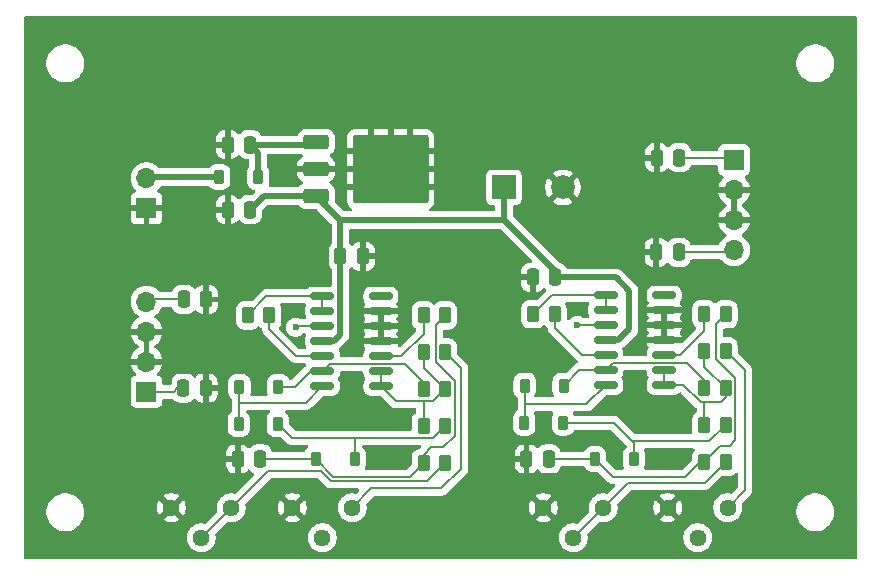
<source format=gbr>
%TF.GenerationSoftware,KiCad,Pcbnew,9.0.0*%
%TF.CreationDate,2025-03-02T16:31:13-06:00*%
%TF.ProjectId,peak-read-amp,7065616b-2d72-4656-9164-2d616d702e6b,rev?*%
%TF.SameCoordinates,Original*%
%TF.FileFunction,Copper,L1,Top*%
%TF.FilePolarity,Positive*%
%FSLAX46Y46*%
G04 Gerber Fmt 4.6, Leading zero omitted, Abs format (unit mm)*
G04 Created by KiCad (PCBNEW 9.0.0) date 2025-03-02 16:31:13*
%MOMM*%
%LPD*%
G01*
G04 APERTURE LIST*
G04 Aperture macros list*
%AMRoundRect*
0 Rectangle with rounded corners*
0 $1 Rounding radius*
0 $2 $3 $4 $5 $6 $7 $8 $9 X,Y pos of 4 corners*
0 Add a 4 corners polygon primitive as box body*
4,1,4,$2,$3,$4,$5,$6,$7,$8,$9,$2,$3,0*
0 Add four circle primitives for the rounded corners*
1,1,$1+$1,$2,$3*
1,1,$1+$1,$4,$5*
1,1,$1+$1,$6,$7*
1,1,$1+$1,$8,$9*
0 Add four rect primitives between the rounded corners*
20,1,$1+$1,$2,$3,$4,$5,0*
20,1,$1+$1,$4,$5,$6,$7,0*
20,1,$1+$1,$6,$7,$8,$9,0*
20,1,$1+$1,$8,$9,$2,$3,0*%
G04 Aperture macros list end*
%TA.AperFunction,SMDPad,CuDef*%
%ADD10RoundRect,0.250000X-0.262500X-0.450000X0.262500X-0.450000X0.262500X0.450000X-0.262500X0.450000X0*%
%TD*%
%TA.AperFunction,ComponentPad*%
%ADD11R,2.000000X2.000000*%
%TD*%
%TA.AperFunction,ComponentPad*%
%ADD12C,2.000000*%
%TD*%
%TA.AperFunction,ComponentPad*%
%ADD13C,1.440000*%
%TD*%
%TA.AperFunction,SMDPad,CuDef*%
%ADD14RoundRect,0.250000X0.250000X0.475000X-0.250000X0.475000X-0.250000X-0.475000X0.250000X-0.475000X0*%
%TD*%
%TA.AperFunction,SMDPad,CuDef*%
%ADD15RoundRect,0.225000X-0.225000X-0.375000X0.225000X-0.375000X0.225000X0.375000X-0.225000X0.375000X0*%
%TD*%
%TA.AperFunction,SMDPad,CuDef*%
%ADD16RoundRect,0.250000X-0.250000X-0.475000X0.250000X-0.475000X0.250000X0.475000X-0.250000X0.475000X0*%
%TD*%
%TA.AperFunction,SMDPad,CuDef*%
%ADD17RoundRect,0.250000X0.262500X0.450000X-0.262500X0.450000X-0.262500X-0.450000X0.262500X-0.450000X0*%
%TD*%
%TA.AperFunction,ComponentPad*%
%ADD18R,1.700000X1.700000*%
%TD*%
%TA.AperFunction,ComponentPad*%
%ADD19O,1.700000X1.700000*%
%TD*%
%TA.AperFunction,SMDPad,CuDef*%
%ADD20RoundRect,0.150000X-0.825000X-0.150000X0.825000X-0.150000X0.825000X0.150000X-0.825000X0.150000X0*%
%TD*%
%TA.AperFunction,SMDPad,CuDef*%
%ADD21RoundRect,0.225000X0.225000X0.375000X-0.225000X0.375000X-0.225000X-0.375000X0.225000X-0.375000X0*%
%TD*%
%TA.AperFunction,SMDPad,CuDef*%
%ADD22RoundRect,0.250000X-0.850000X-0.350000X0.850000X-0.350000X0.850000X0.350000X-0.850000X0.350000X0*%
%TD*%
%TA.AperFunction,SMDPad,CuDef*%
%ADD23RoundRect,0.250000X-1.275000X-1.125000X1.275000X-1.125000X1.275000X1.125000X-1.275000X1.125000X0*%
%TD*%
%TA.AperFunction,SMDPad,CuDef*%
%ADD24RoundRect,0.249997X-2.950003X-2.650003X2.950003X-2.650003X2.950003X2.650003X-2.950003X2.650003X0*%
%TD*%
%TA.AperFunction,ViaPad*%
%ADD25C,0.600000*%
%TD*%
%TA.AperFunction,Conductor*%
%ADD26C,0.200000*%
%TD*%
%TA.AperFunction,Conductor*%
%ADD27C,0.500000*%
%TD*%
G04 APERTURE END LIST*
D10*
%TO.P,R8,1*%
%TO.N,Net-(D4-A)*%
X109337500Y-129100000D03*
%TO.P,R8,2*%
%TO.N,Net-(U3C--)*%
X111162500Y-129100000D03*
%TD*%
%TO.P,R5,1*%
%TO.N,Net-(U2C-+)*%
X133087500Y-122750000D03*
%TO.P,R5,2*%
%TO.N,Net-(D3-K)*%
X134912500Y-122750000D03*
%TD*%
D11*
%TO.P,C2,1*%
%TO.N,+8V*%
X116132323Y-112000000D03*
D12*
%TO.P,C2,2*%
%TO.N,GND*%
X121132323Y-112000000D03*
%TD*%
D13*
%TO.P,RV1,1,1*%
%TO.N,Net-(R4-Pad2)*%
X124550000Y-139125000D03*
%TO.P,RV1,2,2*%
X122010000Y-141665000D03*
%TO.P,RV1,3,3*%
%TO.N,GND*%
X119470000Y-139125000D03*
%TD*%
%TO.P,RV2,1,1*%
%TO.N,Net-(R6-Pad1)*%
X135080000Y-139125000D03*
%TO.P,RV2,2,2*%
%TO.N,Net-(J3-Pin_4)*%
X132540000Y-141665000D03*
%TO.P,RV2,3,3*%
%TO.N,GND*%
X130000000Y-139125000D03*
%TD*%
D14*
%TO.P,C3,1*%
%TO.N,+8V*%
X94647500Y-113897500D03*
%TO.P,C3,2*%
%TO.N,GND*%
X92747500Y-113897500D03*
%TD*%
D15*
%TO.P,D4,1,K*%
%TO.N,Net-(D4-K)*%
X93745000Y-128900000D03*
%TO.P,D4,2,A*%
%TO.N,Net-(D4-A)*%
X97045000Y-128900000D03*
%TD*%
D13*
%TO.P,RV3,1,1*%
%TO.N,Net-(R9-Pad2)*%
X93050000Y-139125000D03*
%TO.P,RV3,2,2*%
X90510000Y-141665000D03*
%TO.P,RV3,3,3*%
%TO.N,GND*%
X87970000Y-139125000D03*
%TD*%
D10*
%TO.P,R11,1*%
%TO.N,Net-(U3C-+)*%
X109337500Y-122850000D03*
%TO.P,R11,2*%
%TO.N,Net-(D6-K)*%
X111162500Y-122850000D03*
%TD*%
%TO.P,R2,1*%
%TO.N,Net-(D1-A)*%
X133087500Y-129000000D03*
%TO.P,R2,2*%
%TO.N,Net-(U2C--)*%
X134912500Y-129000000D03*
%TD*%
D15*
%TO.P,D6,1,K*%
%TO.N,Net-(D6-K)*%
X100200000Y-135000000D03*
%TO.P,D6,2,A*%
%TO.N,Net-(D5-K)*%
X103500000Y-135000000D03*
%TD*%
D16*
%TO.P,C4,1*%
%TO.N,Net-(J2-Pin_1)*%
X89000000Y-129000000D03*
%TO.P,C4,2*%
%TO.N,GND*%
X90900000Y-129000000D03*
%TD*%
D13*
%TO.P,RV4,1,1*%
%TO.N,Net-(R12-Pad1)*%
X103300000Y-139125000D03*
%TO.P,RV4,2,2*%
%TO.N,Net-(J3-Pin_1)*%
X100760000Y-141665000D03*
%TO.P,RV4,3,3*%
%TO.N,GND*%
X98220000Y-139125000D03*
%TD*%
D16*
%TO.P,C8,1*%
%TO.N,+8V*%
X102300000Y-117850000D03*
%TO.P,C8,2*%
%TO.N,GND*%
X104200000Y-117850000D03*
%TD*%
D17*
%TO.P,R12,1*%
%TO.N,Net-(R12-Pad1)*%
X111162500Y-125975000D03*
%TO.P,R12,2*%
%TO.N,Net-(U3C--)*%
X109337500Y-125975000D03*
%TD*%
D10*
%TO.P,R3,1*%
%TO.N,Net-(U2C--)*%
X133087500Y-132125000D03*
%TO.P,R3,2*%
%TO.N,Net-(D2-K)*%
X134912500Y-132125000D03*
%TD*%
D14*
%TO.P,C9,1*%
%TO.N,+8V*%
X120485000Y-119630000D03*
%TO.P,C9,2*%
%TO.N,GND*%
X118585000Y-119630000D03*
%TD*%
%TO.P,C10,1*%
%TO.N,Net-(J3-Pin_4)*%
X130950000Y-117500000D03*
%TO.P,C10,2*%
%TO.N,GND*%
X129050000Y-117500000D03*
%TD*%
D16*
%TO.P,C5,1*%
%TO.N,Net-(J2-Pin_4)*%
X89050000Y-121500000D03*
%TO.P,C5,2*%
%TO.N,GND*%
X90950000Y-121500000D03*
%TD*%
D14*
%TO.P,C7,1*%
%TO.N,Net-(D6-K)*%
X95500000Y-135000000D03*
%TO.P,C7,2*%
%TO.N,GND*%
X93600000Y-135000000D03*
%TD*%
D15*
%TO.P,D1,1,K*%
%TO.N,Net-(D1-K)*%
X117895000Y-128800000D03*
%TO.P,D1,2,A*%
%TO.N,Net-(D1-A)*%
X121195000Y-128800000D03*
%TD*%
D18*
%TO.P,J1,1,Pin_1*%
%TO.N,GND*%
X85875000Y-113775000D03*
D19*
%TO.P,J1,2,Pin_2*%
%TO.N,Net-(D7-A)*%
X85875000Y-111235000D03*
%TD*%
D14*
%TO.P,C6,1*%
%TO.N,Net-(D3-K)*%
X119950000Y-135000000D03*
%TO.P,C6,2*%
%TO.N,GND*%
X118050000Y-135000000D03*
%TD*%
D20*
%TO.P,U2,1*%
%TO.N,Net-(U2A--)*%
X124760000Y-121130000D03*
%TO.P,U2,2,-*%
X124760000Y-122400000D03*
%TO.P,U2,3,+*%
%TO.N,Net-(J2-Pin_1)*%
X124760000Y-123670000D03*
%TO.P,U2,4,V+*%
%TO.N,+8V*%
X124760000Y-124940000D03*
%TO.P,U2,5,+*%
%TO.N,Net-(U2B-+)*%
X124760000Y-126210000D03*
%TO.P,U2,6,-*%
%TO.N,Net-(D1-A)*%
X124760000Y-127480000D03*
%TO.P,U2,7*%
%TO.N,Net-(D1-K)*%
X124760000Y-128750000D03*
%TO.P,U2,8*%
%TO.N,Net-(U2C--)*%
X129710000Y-128750000D03*
%TO.P,U2,9,-*%
X129710000Y-127480000D03*
%TO.P,U2,10,+*%
%TO.N,Net-(U2C-+)*%
X129710000Y-126210000D03*
%TO.P,U2,11,V-*%
%TO.N,GND*%
X129710000Y-124940000D03*
%TO.P,U2,12,+*%
X129710000Y-123670000D03*
%TO.P,U2,13,-*%
X129710000Y-122400000D03*
%TO.P,U2,14*%
%TO.N,unconnected-(U2-Pad14)*%
X129710000Y-121130000D03*
%TD*%
D21*
%TO.P,D5,1,K*%
%TO.N,Net-(D5-K)*%
X97000000Y-132025000D03*
%TO.P,D5,2,A*%
%TO.N,Net-(D4-K)*%
X93700000Y-132025000D03*
%TD*%
D17*
%TO.P,R6,1*%
%TO.N,Net-(R6-Pad1)*%
X134912500Y-125875000D03*
%TO.P,R6,2*%
%TO.N,Net-(U2C--)*%
X133087500Y-125875000D03*
%TD*%
D18*
%TO.P,J3,1,Pin_1*%
%TO.N,Net-(J3-Pin_1)*%
X135625000Y-109700000D03*
D19*
%TO.P,J3,2,Pin_2*%
%TO.N,GND*%
X135625000Y-112240000D03*
%TO.P,J3,3,Pin_3*%
X135625000Y-114780000D03*
%TO.P,J3,4,Pin_4*%
%TO.N,Net-(J3-Pin_4)*%
X135625000Y-117320000D03*
%TD*%
D21*
%TO.P,D2,1,K*%
%TO.N,Net-(D2-K)*%
X121150000Y-131925000D03*
%TO.P,D2,2,A*%
%TO.N,Net-(D1-K)*%
X117850000Y-131925000D03*
%TD*%
D15*
%TO.P,D3,1,K*%
%TO.N,Net-(D3-K)*%
X123850000Y-135000000D03*
%TO.P,D3,2,A*%
%TO.N,Net-(D2-K)*%
X127150000Y-135000000D03*
%TD*%
D18*
%TO.P,J2,1,Pin_1*%
%TO.N,Net-(J2-Pin_1)*%
X85875000Y-129300000D03*
D19*
%TO.P,J2,2,Pin_2*%
%TO.N,GND*%
X85875000Y-126760000D03*
%TO.P,J2,3,Pin_3*%
X85875000Y-124220000D03*
%TO.P,J2,4,Pin_4*%
%TO.N,Net-(J2-Pin_4)*%
X85875000Y-121680000D03*
%TD*%
D10*
%TO.P,R9,1*%
%TO.N,Net-(D6-K)*%
X109337500Y-135350000D03*
%TO.P,R9,2*%
%TO.N,Net-(R9-Pad2)*%
X111162500Y-135350000D03*
%TD*%
%TO.P,R4,1*%
%TO.N,Net-(D3-K)*%
X133087500Y-135250000D03*
%TO.P,R4,2*%
%TO.N,Net-(R4-Pad2)*%
X134912500Y-135250000D03*
%TD*%
D14*
%TO.P,C11,1*%
%TO.N,Net-(J3-Pin_1)*%
X131000000Y-109500000D03*
%TO.P,C11,2*%
%TO.N,GND*%
X129100000Y-109500000D03*
%TD*%
D10*
%TO.P,R10,1*%
%TO.N,Net-(U3C--)*%
X109337500Y-132225000D03*
%TO.P,R10,2*%
%TO.N,Net-(D5-K)*%
X111162500Y-132225000D03*
%TD*%
D22*
%TO.P,U1,1,VI*%
%TO.N,Net-(D7-K)*%
X100250000Y-108190000D03*
%TO.P,U1,2,GND*%
%TO.N,GND*%
X100250000Y-110470000D03*
D23*
X104875000Y-108945000D03*
X104875000Y-111995000D03*
D24*
X106550000Y-110470000D03*
D23*
X108225000Y-108945000D03*
X108225000Y-111995000D03*
D22*
%TO.P,U1,3,VO*%
%TO.N,+8V*%
X100250000Y-112750000D03*
%TD*%
D14*
%TO.P,C1,1*%
%TO.N,Net-(D7-K)*%
X94647500Y-108397500D03*
%TO.P,C1,2*%
%TO.N,GND*%
X92747500Y-108397500D03*
%TD*%
D10*
%TO.P,R7,1*%
%TO.N,Net-(U3A--)*%
X94460000Y-122850000D03*
%TO.P,R7,2*%
%TO.N,Net-(U3B-+)*%
X96285000Y-122850000D03*
%TD*%
%TO.P,R1,1*%
%TO.N,Net-(U2A--)*%
X118610000Y-122750000D03*
%TO.P,R1,2*%
%TO.N,Net-(U2B-+)*%
X120435000Y-122750000D03*
%TD*%
D20*
%TO.P,U3,1*%
%TO.N,Net-(U3A--)*%
X100775000Y-121230000D03*
%TO.P,U3,2,-*%
X100775000Y-122500000D03*
%TO.P,U3,3,+*%
%TO.N,Net-(J2-Pin_4)*%
X100775000Y-123770000D03*
%TO.P,U3,4,V+*%
%TO.N,+8V*%
X100775000Y-125040000D03*
%TO.P,U3,5,+*%
%TO.N,Net-(U3B-+)*%
X100775000Y-126310000D03*
%TO.P,U3,6,-*%
%TO.N,Net-(D4-A)*%
X100775000Y-127580000D03*
%TO.P,U3,7*%
%TO.N,Net-(D4-K)*%
X100775000Y-128850000D03*
%TO.P,U3,8*%
%TO.N,Net-(U3C--)*%
X105725000Y-128850000D03*
%TO.P,U3,9,-*%
X105725000Y-127580000D03*
%TO.P,U3,10,+*%
%TO.N,Net-(U3C-+)*%
X105725000Y-126310000D03*
%TO.P,U3,11,V-*%
%TO.N,GND*%
X105725000Y-125040000D03*
%TO.P,U3,12,+*%
X105725000Y-123770000D03*
%TO.P,U3,13,-*%
X105725000Y-122500000D03*
%TO.P,U3,14*%
%TO.N,unconnected-(U3-Pad14)*%
X105725000Y-121230000D03*
%TD*%
D21*
%TO.P,D7,1,K*%
%TO.N,Net-(D7-K)*%
X95325000Y-111147500D03*
%TO.P,D7,2,A*%
%TO.N,Net-(D7-A)*%
X92025000Y-111147500D03*
%TD*%
D25*
%TO.N,Net-(J2-Pin_1)*%
X122340000Y-123670000D03*
%TO.N,GND*%
X116250000Y-117500000D03*
X107250000Y-117500000D03*
X79000000Y-134500000D03*
X97250000Y-117250000D03*
X142500000Y-134000000D03*
X97700000Y-110397500D03*
X122260000Y-122250000D03*
X120000000Y-103500000D03*
X122250000Y-117500000D03*
X103250000Y-131750000D03*
X107000000Y-135000000D03*
X129750000Y-119250000D03*
X98500000Y-122500000D03*
X130000000Y-131000000D03*
X79000000Y-118000000D03*
X137000000Y-103000000D03*
X130000000Y-135000000D03*
X115000000Y-131000000D03*
X85000000Y-103000000D03*
X101750000Y-103500000D03*
X142500000Y-123380000D03*
%TO.N,Net-(J2-Pin_4)*%
X98500000Y-123850000D03*
%TD*%
D26*
%TO.N,Net-(J2-Pin_1)*%
X88200000Y-129300000D02*
X85875000Y-129300000D01*
X122340000Y-123670000D02*
X124760000Y-123670000D01*
X89000000Y-129000000D02*
X88500000Y-129000000D01*
X88500000Y-129000000D02*
X88200000Y-129300000D01*
%TO.N,Net-(J2-Pin_4)*%
X98580000Y-123770000D02*
X98500000Y-123850000D01*
X100775000Y-123770000D02*
X98580000Y-123770000D01*
X89050000Y-121500000D02*
X86055000Y-121500000D01*
X86055000Y-121500000D02*
X85875000Y-121680000D01*
%TO.N,Net-(D1-K)*%
X117850000Y-128845000D02*
X117895000Y-128800000D01*
X124760000Y-128750000D02*
X123130000Y-130380000D01*
X117895000Y-130380000D02*
X117895000Y-131880000D01*
X117895000Y-128800000D02*
X117895000Y-130380000D01*
X123130000Y-130380000D02*
X117895000Y-130380000D01*
X117895000Y-131880000D02*
X117850000Y-131925000D01*
%TO.N,Net-(D1-A)*%
X125360000Y-126880000D02*
X131667500Y-126880000D01*
X124760000Y-127480000D02*
X125360000Y-126880000D01*
X122515000Y-127480000D02*
X121195000Y-128800000D01*
X131667500Y-126880000D02*
X133087500Y-128300000D01*
X124760000Y-127480000D02*
X122515000Y-127480000D01*
X133087500Y-128300000D02*
X133087500Y-129000000D01*
%TO.N,Net-(D2-K)*%
X133537500Y-133500000D02*
X134912500Y-132125000D01*
X121150000Y-131925000D02*
X125425000Y-131925000D01*
X127150000Y-133650000D02*
X127000000Y-133500000D01*
X127000000Y-133500000D02*
X125425000Y-131925000D01*
X127150000Y-135000000D02*
X127150000Y-133650000D01*
X133537500Y-133500000D02*
X127000000Y-133500000D01*
%TO.N,Net-(D3-K)*%
X134100000Y-126559744D02*
X135725000Y-128184744D01*
X125350000Y-136500000D02*
X123850000Y-135000000D01*
X134457500Y-133880000D02*
X133087500Y-135250000D01*
X132750000Y-135250000D02*
X131500000Y-136500000D01*
X131500000Y-136500000D02*
X125350000Y-136500000D01*
X135725000Y-128184744D02*
X135725000Y-133405000D01*
X133087500Y-135250000D02*
X132750000Y-135250000D01*
X135250000Y-133880000D02*
X134457500Y-133880000D01*
X123850000Y-135000000D02*
X119950000Y-135000000D01*
X134100000Y-123562500D02*
X134100000Y-126559744D01*
X135725000Y-133405000D02*
X135250000Y-133880000D01*
X134912500Y-122750000D02*
X134100000Y-123562500D01*
%TO.N,Net-(D4-K)*%
X93700000Y-128945000D02*
X93745000Y-128900000D01*
X100775000Y-128850000D02*
X99375000Y-130250000D01*
X99375000Y-130250000D02*
X93700000Y-130250000D01*
X93700000Y-130250000D02*
X93700000Y-128945000D01*
X93700000Y-132025000D02*
X93700000Y-130250000D01*
%TO.N,Net-(D4-A)*%
X100775000Y-127580000D02*
X99770000Y-127580000D01*
X109337500Y-128582224D02*
X109337500Y-129100000D01*
X107735276Y-126980000D02*
X109337500Y-128582224D01*
X97045000Y-128900000D02*
X98450000Y-128900000D01*
X100775000Y-127580000D02*
X101375000Y-126980000D01*
X99770000Y-127580000D02*
X98450000Y-128900000D01*
X101375000Y-126980000D02*
X107735276Y-126980000D01*
%TO.N,Net-(D5-K)*%
X98200000Y-133225000D02*
X97000000Y-132025000D01*
X103500000Y-133225000D02*
X98200000Y-133225000D01*
X103500000Y-135000000D02*
X103500000Y-133225000D01*
X110162500Y-133225000D02*
X103500000Y-133225000D01*
X111162500Y-132225000D02*
X110162500Y-133225000D01*
%TO.N,Net-(D6-K)*%
X95500000Y-135000000D02*
X100200000Y-135000000D01*
X110350000Y-126790256D02*
X110350000Y-123662500D01*
X100200000Y-135000000D02*
X101700000Y-136500000D01*
X111975000Y-128415256D02*
X110350000Y-126790256D01*
X111007628Y-134007628D02*
X111975000Y-133040256D01*
X109665256Y-135350000D02*
X109337500Y-135350000D01*
X111975000Y-133040256D02*
X111975000Y-128415256D01*
X109992372Y-134007628D02*
X109337500Y-134662500D01*
X110350000Y-123662500D02*
X111162500Y-122850000D01*
X108187500Y-136500000D02*
X109337500Y-135350000D01*
X101700000Y-136500000D02*
X108187500Y-136500000D01*
X109337500Y-134662500D02*
X109337500Y-135350000D01*
X111007628Y-134007628D02*
X109992372Y-134007628D01*
%TO.N,Net-(U2B-+)*%
X124760000Y-126210000D02*
X122765000Y-126210000D01*
X120435000Y-123880000D02*
X120435000Y-122750000D01*
X122765000Y-126210000D02*
X120435000Y-123880000D01*
%TO.N,Net-(U2A--)*%
X124760000Y-121130000D02*
X124760000Y-122400000D01*
X118610000Y-122750000D02*
X120230000Y-121130000D01*
X120230000Y-121130000D02*
X124760000Y-121130000D01*
%TO.N,Net-(U2C--)*%
X131340256Y-128750000D02*
X129710000Y-128750000D01*
X134912500Y-129000000D02*
X134912500Y-129793750D01*
X134912500Y-129000000D02*
X133087500Y-127175000D01*
X133000000Y-130206250D02*
X132796506Y-130206250D01*
X132796506Y-130206250D02*
X131340256Y-128750000D01*
X134500000Y-130206250D02*
X133000000Y-130206250D01*
X133087500Y-132125000D02*
X133087500Y-130293750D01*
X133087500Y-127175000D02*
X133087500Y-125875000D01*
X129710000Y-128750000D02*
X129710000Y-127480000D01*
X133087500Y-130293750D02*
X133000000Y-130206250D01*
X134912500Y-129793750D02*
X134500000Y-130206250D01*
%TO.N,Net-(R4-Pad2)*%
X133162500Y-137000000D02*
X126675000Y-137000000D01*
X126675000Y-137000000D02*
X124550000Y-139125000D01*
X122010000Y-141665000D02*
X124550000Y-139125000D01*
X134912500Y-135250000D02*
X133162500Y-137000000D01*
%TO.N,Net-(U2C-+)*%
X131040000Y-126210000D02*
X129710000Y-126210000D01*
X133087500Y-124162500D02*
X133087500Y-122750000D01*
X133087500Y-124162500D02*
X131040000Y-126210000D01*
%TO.N,Net-(J3-Pin_4)*%
X135445000Y-117500000D02*
X135625000Y-117320000D01*
X130950000Y-117500000D02*
X135445000Y-117500000D01*
%TO.N,Net-(U3A--)*%
X100775000Y-121230000D02*
X100775000Y-122500000D01*
X94460000Y-122785000D02*
X94460000Y-122850000D01*
X96015000Y-121230000D02*
X94460000Y-122785000D01*
X96015000Y-121230000D02*
X100775000Y-121230000D01*
%TO.N,Net-(U3B-+)*%
X96285000Y-122850000D02*
X96285000Y-124035000D01*
X96285000Y-124035000D02*
X98560000Y-126310000D01*
X98560000Y-126310000D02*
X100775000Y-126310000D01*
%TO.N,Net-(U3C--)*%
X109337500Y-125975000D02*
X109337500Y-127275000D01*
X109337500Y-127275000D02*
X111162500Y-129100000D01*
X109250000Y-130100000D02*
X106975000Y-130100000D01*
X109337500Y-130187500D02*
X109250000Y-130100000D01*
X109337500Y-132225000D02*
X109337500Y-130187500D01*
X105725000Y-128850000D02*
X105725000Y-127580000D01*
X110162500Y-130100000D02*
X109250000Y-130100000D01*
X106975000Y-130100000D02*
X105725000Y-128850000D01*
X111162500Y-129100000D02*
X110162500Y-130100000D01*
%TO.N,Net-(R9-Pad2)*%
X96175000Y-136000000D02*
X93050000Y-139125000D01*
X100634314Y-136000000D02*
X96175000Y-136000000D01*
X90510000Y-141665000D02*
X93050000Y-139125000D01*
X101534314Y-136900000D02*
X100634314Y-136000000D01*
X109612500Y-136900000D02*
X101534314Y-136900000D01*
X111162500Y-135350000D02*
X109612500Y-136900000D01*
%TO.N,Net-(U3C-+)*%
X109337500Y-124412500D02*
X109337500Y-122850000D01*
X105725000Y-126310000D02*
X107440000Y-126310000D01*
X107440000Y-126310000D02*
X109337500Y-124412500D01*
%TO.N,Net-(J3-Pin_1)*%
X135425000Y-109500000D02*
X135625000Y-109700000D01*
X131000000Y-109500000D02*
X135425000Y-109500000D01*
D27*
%TO.N,Net-(D7-K)*%
X94647500Y-108397500D02*
X100042500Y-108397500D01*
X95325000Y-109075000D02*
X94647500Y-108397500D01*
D26*
X100042500Y-108397500D02*
X100250000Y-108190000D01*
D27*
X95325000Y-111147500D02*
X95325000Y-109075000D01*
%TO.N,+8V*%
X94647500Y-113897500D02*
X95795000Y-112750000D01*
D26*
X100147500Y-112647500D02*
X100250000Y-112750000D01*
D27*
X120485000Y-120000000D02*
X120485000Y-119102677D01*
X126750000Y-120750000D02*
X126750000Y-124000000D01*
X126750000Y-124000000D02*
X125810000Y-124940000D01*
X102300000Y-124489999D02*
X101749999Y-125040000D01*
D26*
X101749999Y-125040000D02*
X100775000Y-125040000D01*
D27*
X95795000Y-112750000D02*
X100250000Y-112750000D01*
X116132323Y-114750000D02*
X102300000Y-114750000D01*
X120485000Y-119630000D02*
X125630000Y-119630000D01*
X125810000Y-124940000D02*
X124760000Y-124940000D01*
X102300000Y-114750000D02*
X102300000Y-119000000D01*
X100250000Y-112750000D02*
X102250000Y-114750000D01*
X120485000Y-119102677D02*
X116132323Y-114750000D01*
X125630000Y-119630000D02*
X126750000Y-120750000D01*
X102300000Y-117850000D02*
X102300000Y-124489999D01*
X116132323Y-112000000D02*
X116132323Y-114750000D01*
D26*
%TO.N,Net-(R6-Pad1)*%
X134912500Y-125875000D02*
X136550000Y-127512500D01*
X136550000Y-137655000D02*
X135080000Y-139125000D01*
X136550000Y-127512500D02*
X136550000Y-137655000D01*
%TO.N,Net-(R12-Pad1)*%
X112500000Y-135850000D02*
X112500000Y-127312500D01*
X104925000Y-137500000D02*
X110850000Y-137500000D01*
X103300000Y-139125000D02*
X104925000Y-137500000D01*
X112500000Y-127312500D02*
X111162500Y-125975000D01*
X110850000Y-137500000D02*
X112500000Y-135850000D01*
D27*
%TO.N,Net-(D7-A)*%
X92025000Y-111147500D02*
X85962500Y-111147500D01*
D26*
X85462500Y-111147500D02*
X85375000Y-111235000D01*
D27*
X85962500Y-111147500D02*
X85875000Y-111235000D01*
%TD*%
%TA.AperFunction,Conductor*%
%TO.N,GND*%
G36*
X109047147Y-133831738D02*
G01*
X109069236Y-133833318D01*
X109080020Y-133841390D01*
X109092941Y-133845185D01*
X109107439Y-133861916D01*
X109125170Y-133875190D01*
X109129877Y-133887811D01*
X109138696Y-133897989D01*
X109141847Y-133919905D01*
X109149586Y-133940655D01*
X109146723Y-133953815D01*
X109148640Y-133967147D01*
X109139441Y-133987289D01*
X109134734Y-134008928D01*
X109121463Y-134026654D01*
X109119615Y-134030703D01*
X109113591Y-134037172D01*
X109061009Y-134089755D01*
X109029757Y-134121007D01*
X108968433Y-134154491D01*
X108954679Y-134156683D01*
X108922209Y-134160000D01*
X108922202Y-134160001D01*
X108755668Y-134215185D01*
X108755663Y-134215187D01*
X108606342Y-134307289D01*
X108482289Y-134431342D01*
X108390187Y-134580663D01*
X108390186Y-134580666D01*
X108335001Y-134747203D01*
X108335001Y-134747204D01*
X108335000Y-134747204D01*
X108324500Y-134849983D01*
X108324500Y-135462401D01*
X108304815Y-135529440D01*
X108288185Y-135550077D01*
X107975082Y-135863182D01*
X107913761Y-135896666D01*
X107887403Y-135899500D01*
X104476069Y-135899500D01*
X104409030Y-135879815D01*
X104363275Y-135827011D01*
X104353331Y-135757853D01*
X104370530Y-135710403D01*
X104385893Y-135685496D01*
X104387003Y-135683697D01*
X104440349Y-135522708D01*
X104450500Y-135423345D01*
X104450499Y-134576656D01*
X104440349Y-134477292D01*
X104387003Y-134316303D01*
X104386999Y-134316297D01*
X104386998Y-134316294D01*
X104297970Y-134171959D01*
X104297969Y-134171958D01*
X104297968Y-134171956D01*
X104178044Y-134052032D01*
X104178043Y-134052031D01*
X104172383Y-134047556D01*
X104174161Y-134045306D01*
X104136188Y-134003079D01*
X104124973Y-133934115D01*
X104152823Y-133870036D01*
X104210896Y-133831186D01*
X104248015Y-133825500D01*
X109025902Y-133825500D01*
X109047147Y-133831738D01*
G37*
%TD.AperFunction*%
%TA.AperFunction,Conductor*%
G36*
X132230809Y-134120185D02*
G01*
X132276564Y-134172989D01*
X132286508Y-134242147D01*
X132257483Y-134305703D01*
X132251451Y-134312181D01*
X132232289Y-134331342D01*
X132140187Y-134480663D01*
X132140186Y-134480666D01*
X132085001Y-134647203D01*
X132085001Y-134647204D01*
X132085000Y-134647204D01*
X132074500Y-134749983D01*
X132074500Y-135024902D01*
X132054815Y-135091941D01*
X132038181Y-135112583D01*
X131287584Y-135863181D01*
X131226261Y-135896666D01*
X131199903Y-135899500D01*
X128126069Y-135899500D01*
X128059030Y-135879815D01*
X128013275Y-135827011D01*
X128003331Y-135757853D01*
X128020530Y-135710403D01*
X128035893Y-135685496D01*
X128037003Y-135683697D01*
X128090349Y-135522708D01*
X128100500Y-135423345D01*
X128100499Y-134576656D01*
X128090349Y-134477292D01*
X128037003Y-134316303D01*
X128020529Y-134289595D01*
X128002090Y-134222205D01*
X128023012Y-134155541D01*
X128076654Y-134110771D01*
X128126069Y-134100500D01*
X132163770Y-134100500D01*
X132230809Y-134120185D01*
G37*
%TD.AperFunction*%
%TA.AperFunction,Conductor*%
G36*
X128177539Y-127500185D02*
G01*
X128223294Y-127552989D01*
X128234500Y-127604500D01*
X128234500Y-127695701D01*
X128237401Y-127732567D01*
X128237402Y-127732573D01*
X128283254Y-127890393D01*
X128283255Y-127890396D01*
X128366917Y-128031862D01*
X128371702Y-128038031D01*
X128369256Y-128039927D01*
X128395857Y-128088642D01*
X128390873Y-128158334D01*
X128370069Y-128190703D01*
X128371702Y-128191969D01*
X128366917Y-128198137D01*
X128283255Y-128339603D01*
X128283254Y-128339606D01*
X128237402Y-128497426D01*
X128237401Y-128497432D01*
X128234500Y-128534298D01*
X128234500Y-128965701D01*
X128237401Y-129002567D01*
X128237402Y-129002573D01*
X128283254Y-129160393D01*
X128283255Y-129160396D01*
X128366917Y-129301862D01*
X128366923Y-129301870D01*
X128483129Y-129418076D01*
X128483133Y-129418079D01*
X128483135Y-129418081D01*
X128624602Y-129501744D01*
X128645629Y-129507853D01*
X128782426Y-129547597D01*
X128782429Y-129547597D01*
X128782431Y-129547598D01*
X128819306Y-129550500D01*
X128819314Y-129550500D01*
X130600686Y-129550500D01*
X130600694Y-129550500D01*
X130637569Y-129547598D01*
X130637571Y-129547597D01*
X130637573Y-129547597D01*
X130715444Y-129524973D01*
X130795398Y-129501744D01*
X130936865Y-129418081D01*
X130960301Y-129394644D01*
X131021621Y-129361159D01*
X131091313Y-129366141D01*
X131135663Y-129394642D01*
X132427790Y-130686770D01*
X132427792Y-130686771D01*
X132434241Y-130691720D01*
X132432908Y-130693456D01*
X132433278Y-130693843D01*
X132444203Y-130698833D01*
X132456944Y-130718659D01*
X132473210Y-130735715D01*
X132476427Y-130748976D01*
X132481977Y-130757611D01*
X132487000Y-130792546D01*
X132487000Y-130932491D01*
X132467315Y-130999530D01*
X132428098Y-131038029D01*
X132356344Y-131082287D01*
X132232289Y-131206342D01*
X132140187Y-131355663D01*
X132140185Y-131355668D01*
X132112349Y-131439670D01*
X132085001Y-131522203D01*
X132085001Y-131522204D01*
X132085000Y-131522204D01*
X132074500Y-131624983D01*
X132074500Y-132625001D01*
X132074501Y-132625019D01*
X132085000Y-132727796D01*
X132085001Y-132727797D01*
X132087884Y-132736498D01*
X132090284Y-132806326D01*
X132054552Y-132866368D01*
X131992031Y-132897559D01*
X131970177Y-132899500D01*
X127300097Y-132899500D01*
X127233058Y-132879815D01*
X127212416Y-132863181D01*
X125912590Y-131563355D01*
X125912588Y-131563352D01*
X125793717Y-131444481D01*
X125793716Y-131444480D01*
X125706904Y-131394360D01*
X125706904Y-131394359D01*
X125706900Y-131394358D01*
X125656785Y-131365423D01*
X125504057Y-131324499D01*
X125345943Y-131324499D01*
X125338347Y-131324499D01*
X125338331Y-131324500D01*
X122154113Y-131324500D01*
X122087074Y-131304815D01*
X122046907Y-131262813D01*
X122040449Y-131251702D01*
X122037003Y-131241303D01*
X121991929Y-131168228D01*
X121991107Y-131166813D01*
X121983142Y-131134393D01*
X121974334Y-131102205D01*
X121974838Y-131100596D01*
X121974437Y-131098962D01*
X121985256Y-131067403D01*
X121995256Y-131035541D01*
X121996549Y-131034461D01*
X121997096Y-131032868D01*
X122023278Y-131012153D01*
X122048898Y-130990772D01*
X122050806Y-130990375D01*
X122051891Y-130989517D01*
X122057673Y-130988947D01*
X122098313Y-130980500D01*
X123043331Y-130980500D01*
X123043347Y-130980501D01*
X123050943Y-130980501D01*
X123209054Y-130980501D01*
X123209057Y-130980501D01*
X123361785Y-130939577D01*
X123411904Y-130910639D01*
X123498716Y-130860520D01*
X123610520Y-130748716D01*
X123610520Y-130748714D01*
X123620728Y-130738507D01*
X123620729Y-130738504D01*
X124772416Y-129586819D01*
X124833739Y-129553334D01*
X124860097Y-129550500D01*
X125650686Y-129550500D01*
X125650694Y-129550500D01*
X125687569Y-129547598D01*
X125687571Y-129547597D01*
X125687573Y-129547597D01*
X125765444Y-129524973D01*
X125845398Y-129501744D01*
X125986865Y-129418081D01*
X126103081Y-129301865D01*
X126186744Y-129160398D01*
X126232598Y-129002569D01*
X126235500Y-128965694D01*
X126235500Y-128534306D01*
X126232598Y-128497431D01*
X126231573Y-128493904D01*
X126187591Y-128342517D01*
X126186744Y-128339602D01*
X126103081Y-128198135D01*
X126103078Y-128198132D01*
X126098298Y-128191969D01*
X126100750Y-128190066D01*
X126074155Y-128141421D01*
X126079104Y-128071726D01*
X126099940Y-128039304D01*
X126098298Y-128038031D01*
X126103075Y-128031870D01*
X126103081Y-128031865D01*
X126186744Y-127890398D01*
X126232598Y-127732569D01*
X126235500Y-127695694D01*
X126235500Y-127604500D01*
X126255185Y-127537461D01*
X126307989Y-127491706D01*
X126359500Y-127480500D01*
X128110500Y-127480500D01*
X128177539Y-127500185D01*
G37*
%TD.AperFunction*%
%TA.AperFunction,Conductor*%
G36*
X104192539Y-127600185D02*
G01*
X104238294Y-127652989D01*
X104249500Y-127704500D01*
X104249500Y-127795701D01*
X104252401Y-127832567D01*
X104252402Y-127832573D01*
X104298254Y-127990393D01*
X104298255Y-127990396D01*
X104298256Y-127990398D01*
X104307604Y-128006204D01*
X104381917Y-128131862D01*
X104386702Y-128138031D01*
X104384256Y-128139927D01*
X104410857Y-128188642D01*
X104405873Y-128258334D01*
X104385069Y-128290703D01*
X104386702Y-128291969D01*
X104381917Y-128298137D01*
X104298255Y-128439603D01*
X104298254Y-128439606D01*
X104252402Y-128597426D01*
X104252401Y-128597432D01*
X104249500Y-128634298D01*
X104249500Y-129065701D01*
X104252401Y-129102567D01*
X104252402Y-129102573D01*
X104298254Y-129260393D01*
X104298255Y-129260396D01*
X104298256Y-129260398D01*
X104303175Y-129268716D01*
X104381917Y-129401862D01*
X104381923Y-129401870D01*
X104498129Y-129518076D01*
X104498133Y-129518079D01*
X104498135Y-129518081D01*
X104639602Y-129601744D01*
X104678968Y-129613181D01*
X104797426Y-129647597D01*
X104797429Y-129647597D01*
X104797431Y-129647598D01*
X104834306Y-129650500D01*
X105624903Y-129650500D01*
X105691942Y-129670185D01*
X105712584Y-129686819D01*
X106490139Y-130464374D01*
X106490149Y-130464385D01*
X106494479Y-130468715D01*
X106494480Y-130468716D01*
X106606284Y-130580520D01*
X106672442Y-130618716D01*
X106743215Y-130659577D01*
X106895943Y-130700501D01*
X106895946Y-130700501D01*
X107061653Y-130700501D01*
X107061669Y-130700500D01*
X108613000Y-130700500D01*
X108621685Y-130703050D01*
X108630647Y-130701762D01*
X108654687Y-130712740D01*
X108680039Y-130720185D01*
X108685966Y-130727025D01*
X108694203Y-130730787D01*
X108708492Y-130753021D01*
X108725794Y-130772989D01*
X108728081Y-130783503D01*
X108731977Y-130789565D01*
X108737000Y-130824500D01*
X108737000Y-131032491D01*
X108717315Y-131099530D01*
X108678098Y-131138029D01*
X108606344Y-131182287D01*
X108482289Y-131306342D01*
X108390187Y-131455663D01*
X108390185Y-131455668D01*
X108368138Y-131522203D01*
X108335001Y-131622203D01*
X108335001Y-131622204D01*
X108335000Y-131622204D01*
X108324500Y-131724983D01*
X108324500Y-131724991D01*
X108324500Y-132162583D01*
X108324501Y-132500500D01*
X108304817Y-132567539D01*
X108252013Y-132613294D01*
X108200501Y-132624500D01*
X98500097Y-132624500D01*
X98433058Y-132604815D01*
X98412416Y-132588181D01*
X97986818Y-132162583D01*
X97953333Y-132101260D01*
X97950499Y-132074902D01*
X97950499Y-131601662D01*
X97950498Y-131601644D01*
X97940349Y-131502292D01*
X97940348Y-131502289D01*
X97924898Y-131455663D01*
X97887003Y-131341303D01*
X97886999Y-131341297D01*
X97886998Y-131341294D01*
X97797970Y-131196959D01*
X97797967Y-131196955D01*
X97678044Y-131077032D01*
X97672377Y-131072551D01*
X97674159Y-131070297D01*
X97636199Y-131028103D01*
X97624970Y-130959142D01*
X97652806Y-130895057D01*
X97710871Y-130856194D01*
X97748015Y-130850500D01*
X99288331Y-130850500D01*
X99288347Y-130850501D01*
X99295943Y-130850501D01*
X99454054Y-130850501D01*
X99454057Y-130850501D01*
X99606785Y-130809577D01*
X99667938Y-130774270D01*
X99743716Y-130730520D01*
X99855520Y-130618716D01*
X99855520Y-130618714D01*
X99865724Y-130608511D01*
X99865727Y-130608506D01*
X100787416Y-129686819D01*
X100848739Y-129653334D01*
X100875097Y-129650500D01*
X101665686Y-129650500D01*
X101665694Y-129650500D01*
X101702569Y-129647598D01*
X101702571Y-129647597D01*
X101702573Y-129647597D01*
X101763778Y-129629815D01*
X101860398Y-129601744D01*
X102001865Y-129518081D01*
X102118081Y-129401865D01*
X102201744Y-129260398D01*
X102247598Y-129102569D01*
X102250500Y-129065694D01*
X102250500Y-128634306D01*
X102247598Y-128597431D01*
X102241226Y-128575500D01*
X102201745Y-128439606D01*
X102201744Y-128439603D01*
X102201744Y-128439602D01*
X102118081Y-128298135D01*
X102118078Y-128298132D01*
X102113298Y-128291969D01*
X102115750Y-128290066D01*
X102089155Y-128241421D01*
X102094104Y-128171726D01*
X102114940Y-128139304D01*
X102113298Y-128138031D01*
X102118075Y-128131870D01*
X102118081Y-128131865D01*
X102201744Y-127990398D01*
X102238758Y-127862996D01*
X102247597Y-127832573D01*
X102247598Y-127832567D01*
X102249023Y-127814457D01*
X102250500Y-127795694D01*
X102250500Y-127704500D01*
X102270185Y-127637461D01*
X102322989Y-127591706D01*
X102374500Y-127580500D01*
X104125500Y-127580500D01*
X104192539Y-127600185D01*
G37*
%TD.AperFunction*%
%TA.AperFunction,Conductor*%
G36*
X99351132Y-121850185D02*
G01*
X99396887Y-121902989D01*
X99406831Y-121972147D01*
X99390825Y-122017620D01*
X99348257Y-122089599D01*
X99348254Y-122089606D01*
X99302402Y-122247426D01*
X99302401Y-122247432D01*
X99299500Y-122284298D01*
X99299500Y-122715701D01*
X99302401Y-122752567D01*
X99302402Y-122752573D01*
X99348254Y-122910393D01*
X99348257Y-122910400D01*
X99390825Y-122982380D01*
X99408008Y-123050104D01*
X99385848Y-123116366D01*
X99331381Y-123160129D01*
X99284093Y-123169500D01*
X98960037Y-123169500D01*
X98892998Y-123149815D01*
X98891147Y-123148602D01*
X98879181Y-123140606D01*
X98879177Y-123140604D01*
X98733501Y-123080264D01*
X98733489Y-123080261D01*
X98578845Y-123049500D01*
X98578842Y-123049500D01*
X98421158Y-123049500D01*
X98421155Y-123049500D01*
X98266510Y-123080261D01*
X98266498Y-123080264D01*
X98120827Y-123140602D01*
X98120814Y-123140609D01*
X97989711Y-123228210D01*
X97989707Y-123228213D01*
X97878213Y-123339707D01*
X97878210Y-123339711D01*
X97790609Y-123470814D01*
X97790602Y-123470827D01*
X97730264Y-123616498D01*
X97730261Y-123616510D01*
X97699500Y-123771153D01*
X97699500Y-123928846D01*
X97730261Y-124083489D01*
X97730264Y-124083501D01*
X97790602Y-124229172D01*
X97790609Y-124229185D01*
X97878210Y-124360288D01*
X97878213Y-124360292D01*
X97989707Y-124471786D01*
X97989711Y-124471789D01*
X98120814Y-124559390D01*
X98120827Y-124559397D01*
X98266498Y-124619735D01*
X98266503Y-124619737D01*
X98383554Y-124643020D01*
X98421153Y-124650499D01*
X98421156Y-124650500D01*
X98421158Y-124650500D01*
X98578844Y-124650500D01*
X98578845Y-124650499D01*
X98733497Y-124619737D01*
X98868255Y-124563919D01*
X98879172Y-124559397D01*
X98879172Y-124559396D01*
X98879179Y-124559394D01*
X99010289Y-124471789D01*
X99075260Y-124406817D01*
X99102191Y-124392111D01*
X99128005Y-124375523D01*
X99134204Y-124374631D01*
X99136581Y-124373334D01*
X99162940Y-124370500D01*
X99284093Y-124370500D01*
X99351132Y-124390185D01*
X99396887Y-124442989D01*
X99406831Y-124512147D01*
X99390825Y-124557620D01*
X99348257Y-124629599D01*
X99348254Y-124629606D01*
X99302402Y-124787426D01*
X99302401Y-124787432D01*
X99299500Y-124824298D01*
X99299500Y-125255701D01*
X99302401Y-125292567D01*
X99302402Y-125292573D01*
X99348254Y-125450393D01*
X99348257Y-125450400D01*
X99390825Y-125522380D01*
X99408008Y-125590104D01*
X99385848Y-125656366D01*
X99331381Y-125700129D01*
X99284093Y-125709500D01*
X98860097Y-125709500D01*
X98793058Y-125689815D01*
X98772416Y-125673181D01*
X97091732Y-123992497D01*
X97058247Y-123931174D01*
X97063231Y-123861482D01*
X97091731Y-123817136D01*
X97140212Y-123768656D01*
X97232314Y-123619334D01*
X97287499Y-123452797D01*
X97298000Y-123350009D01*
X97297999Y-122349992D01*
X97292313Y-122294334D01*
X97287499Y-122247203D01*
X97287498Y-122247200D01*
X97254438Y-122147432D01*
X97232314Y-122080666D01*
X97194645Y-122019595D01*
X97176206Y-121952204D01*
X97197129Y-121885541D01*
X97250771Y-121840771D01*
X97300185Y-121830500D01*
X99284093Y-121830500D01*
X99351132Y-121850185D01*
G37*
%TD.AperFunction*%
%TA.AperFunction,Conductor*%
G36*
X123336132Y-121750185D02*
G01*
X123381887Y-121802989D01*
X123391831Y-121872147D01*
X123375825Y-121917620D01*
X123333257Y-121989599D01*
X123333254Y-121989606D01*
X123287402Y-122147426D01*
X123287401Y-122147432D01*
X123284500Y-122184298D01*
X123284500Y-122615701D01*
X123287401Y-122652567D01*
X123287402Y-122652573D01*
X123333254Y-122810393D01*
X123333257Y-122810400D01*
X123375825Y-122882380D01*
X123393008Y-122950104D01*
X123370848Y-123016366D01*
X123316381Y-123060129D01*
X123269093Y-123069500D01*
X122919766Y-123069500D01*
X122852727Y-123049815D01*
X122850875Y-123048602D01*
X122719185Y-122960609D01*
X122719172Y-122960602D01*
X122573501Y-122900264D01*
X122573489Y-122900261D01*
X122418845Y-122869500D01*
X122418842Y-122869500D01*
X122261158Y-122869500D01*
X122261155Y-122869500D01*
X122106510Y-122900261D01*
X122106498Y-122900264D01*
X121960827Y-122960602D01*
X121960814Y-122960609D01*
X121829711Y-123048210D01*
X121829707Y-123048213D01*
X121718213Y-123159707D01*
X121718208Y-123159713D01*
X121675100Y-123224228D01*
X121621487Y-123269033D01*
X121552162Y-123277739D01*
X121489135Y-123247583D01*
X121452417Y-123188140D01*
X121447999Y-123155342D01*
X121447999Y-122249992D01*
X121447737Y-122247432D01*
X121437499Y-122147203D01*
X121437498Y-122147200D01*
X121398827Y-122030500D01*
X121382314Y-121980666D01*
X121344645Y-121919595D01*
X121326206Y-121852204D01*
X121347129Y-121785541D01*
X121400771Y-121740771D01*
X121450185Y-121730500D01*
X123269093Y-121730500D01*
X123336132Y-121750185D01*
G37*
%TD.AperFunction*%
%TA.AperFunction,Conductor*%
G36*
X86125000Y-126326988D02*
G01*
X86067993Y-126294075D01*
X85940826Y-126260000D01*
X85809174Y-126260000D01*
X85682007Y-126294075D01*
X85625000Y-126326988D01*
X85625000Y-124653012D01*
X85682007Y-124685925D01*
X85809174Y-124720000D01*
X85940826Y-124720000D01*
X86067993Y-124685925D01*
X86125000Y-124653012D01*
X86125000Y-126326988D01*
G37*
%TD.AperFunction*%
%TA.AperFunction,Conductor*%
G36*
X135875000Y-114346988D02*
G01*
X135817993Y-114314075D01*
X135690826Y-114280000D01*
X135559174Y-114280000D01*
X135432007Y-114314075D01*
X135375000Y-114346988D01*
X135375000Y-112673012D01*
X135432007Y-112705925D01*
X135559174Y-112740000D01*
X135690826Y-112740000D01*
X135817993Y-112705925D01*
X135875000Y-112673012D01*
X135875000Y-114346988D01*
G37*
%TD.AperFunction*%
%TA.AperFunction,Conductor*%
G36*
X145942539Y-97520185D02*
G01*
X145988294Y-97572989D01*
X145999500Y-97624500D01*
X145999500Y-143375500D01*
X145979815Y-143442539D01*
X145927011Y-143488294D01*
X145875500Y-143499500D01*
X75624500Y-143499500D01*
X75557461Y-143479815D01*
X75511706Y-143427011D01*
X75500500Y-143375500D01*
X75500500Y-141568945D01*
X89289500Y-141568945D01*
X89289500Y-141761054D01*
X89319553Y-141950802D01*
X89378916Y-142133506D01*
X89378918Y-142133509D01*
X89466135Y-142304681D01*
X89579055Y-142460102D01*
X89714898Y-142595945D01*
X89870319Y-142708865D01*
X90041491Y-142796082D01*
X90041493Y-142796083D01*
X90132845Y-142825764D01*
X90224199Y-142855447D01*
X90413945Y-142885500D01*
X90413946Y-142885500D01*
X90606054Y-142885500D01*
X90606055Y-142885500D01*
X90795801Y-142855447D01*
X90978509Y-142796082D01*
X91149681Y-142708865D01*
X91305102Y-142595945D01*
X91440945Y-142460102D01*
X91553865Y-142304681D01*
X91641082Y-142133509D01*
X91700447Y-141950801D01*
X91730500Y-141761055D01*
X91730500Y-141568945D01*
X99539500Y-141568945D01*
X99539500Y-141761054D01*
X99569553Y-141950802D01*
X99628916Y-142133506D01*
X99628918Y-142133509D01*
X99716135Y-142304681D01*
X99829055Y-142460102D01*
X99964898Y-142595945D01*
X100120319Y-142708865D01*
X100291491Y-142796082D01*
X100291493Y-142796083D01*
X100382845Y-142825764D01*
X100474199Y-142855447D01*
X100663945Y-142885500D01*
X100663946Y-142885500D01*
X100856054Y-142885500D01*
X100856055Y-142885500D01*
X101045801Y-142855447D01*
X101228509Y-142796082D01*
X101399681Y-142708865D01*
X101555102Y-142595945D01*
X101690945Y-142460102D01*
X101803865Y-142304681D01*
X101891082Y-142133509D01*
X101950447Y-141950801D01*
X101980500Y-141761055D01*
X101980500Y-141568945D01*
X101950447Y-141379199D01*
X101891082Y-141196491D01*
X101803865Y-141025319D01*
X101690945Y-140869898D01*
X101555102Y-140734055D01*
X101399681Y-140621135D01*
X101228506Y-140533916D01*
X101045802Y-140474553D01*
X100950928Y-140459526D01*
X100856055Y-140444500D01*
X100663945Y-140444500D01*
X100600696Y-140454517D01*
X100474197Y-140474553D01*
X100291493Y-140533916D01*
X100120318Y-140621135D01*
X100031645Y-140685560D01*
X99964898Y-140734055D01*
X99964896Y-140734057D01*
X99964895Y-140734057D01*
X99829057Y-140869895D01*
X99829057Y-140869896D01*
X99829055Y-140869898D01*
X99780560Y-140936645D01*
X99716135Y-141025318D01*
X99628916Y-141196493D01*
X99569553Y-141379197D01*
X99539500Y-141568945D01*
X91730500Y-141568945D01*
X91702677Y-141393278D01*
X91707283Y-141358713D01*
X91711709Y-141324473D01*
X91711881Y-141324220D01*
X91711908Y-141324021D01*
X91712474Y-141323353D01*
X91737543Y-141286690D01*
X92671689Y-140352544D01*
X92733010Y-140319061D01*
X92778764Y-140317754D01*
X92953945Y-140345500D01*
X92953946Y-140345500D01*
X93146054Y-140345500D01*
X93146055Y-140345500D01*
X93335801Y-140315447D01*
X93518509Y-140256082D01*
X93689681Y-140168865D01*
X93845102Y-140055945D01*
X93980945Y-139920102D01*
X94093865Y-139764681D01*
X94181082Y-139593509D01*
X94240447Y-139410801D01*
X94270500Y-139221055D01*
X94270500Y-139028984D01*
X97000000Y-139028984D01*
X97000000Y-139221015D01*
X97030040Y-139410684D01*
X97089383Y-139593321D01*
X97176561Y-139764415D01*
X97197798Y-139793646D01*
X97820000Y-139171445D01*
X97820000Y-139177661D01*
X97847259Y-139279394D01*
X97899920Y-139370606D01*
X97974394Y-139445080D01*
X98065606Y-139497741D01*
X98167339Y-139525000D01*
X98173554Y-139525000D01*
X97551351Y-140147200D01*
X97551352Y-140147201D01*
X97580577Y-140168434D01*
X97751678Y-140255616D01*
X97934315Y-140314959D01*
X98123985Y-140345000D01*
X98316015Y-140345000D01*
X98505684Y-140314959D01*
X98688321Y-140255616D01*
X98859419Y-140168436D01*
X98888646Y-140147201D01*
X98888646Y-140147200D01*
X98266447Y-139525000D01*
X98272661Y-139525000D01*
X98374394Y-139497741D01*
X98465606Y-139445080D01*
X98540080Y-139370606D01*
X98592741Y-139279394D01*
X98620000Y-139177661D01*
X98620000Y-139171446D01*
X99242200Y-139793646D01*
X99242201Y-139793646D01*
X99263436Y-139764419D01*
X99350616Y-139593321D01*
X99409959Y-139410684D01*
X99440000Y-139221015D01*
X99440000Y-139028984D01*
X99409959Y-138839315D01*
X99350616Y-138656678D01*
X99263434Y-138485577D01*
X99242201Y-138456352D01*
X99242200Y-138456351D01*
X98620000Y-139078552D01*
X98620000Y-139072339D01*
X98592741Y-138970606D01*
X98540080Y-138879394D01*
X98465606Y-138804920D01*
X98374394Y-138752259D01*
X98272661Y-138725000D01*
X98266447Y-138725000D01*
X98888646Y-138102798D01*
X98859415Y-138081561D01*
X98688321Y-137994383D01*
X98505684Y-137935040D01*
X98316015Y-137905000D01*
X98123985Y-137905000D01*
X97934315Y-137935040D01*
X97751678Y-137994383D01*
X97580578Y-138081564D01*
X97551352Y-138102798D01*
X97551351Y-138102798D01*
X98173554Y-138725000D01*
X98167339Y-138725000D01*
X98065606Y-138752259D01*
X97974394Y-138804920D01*
X97899920Y-138879394D01*
X97847259Y-138970606D01*
X97820000Y-139072339D01*
X97820000Y-139078553D01*
X97197798Y-138456351D01*
X97197798Y-138456352D01*
X97176564Y-138485578D01*
X97089383Y-138656678D01*
X97030040Y-138839315D01*
X97000000Y-139028984D01*
X94270500Y-139028984D01*
X94270500Y-139028945D01*
X94242698Y-138853412D01*
X94242677Y-138853275D01*
X94247265Y-138818860D01*
X94251709Y-138784473D01*
X94251883Y-138784218D01*
X94251910Y-138784018D01*
X94252476Y-138783350D01*
X94277543Y-138746690D01*
X96387416Y-136636819D01*
X96448739Y-136603334D01*
X96475097Y-136600500D01*
X100334217Y-136600500D01*
X100401256Y-136620185D01*
X100421898Y-136636819D01*
X101049453Y-137264374D01*
X101049463Y-137264385D01*
X101053793Y-137268715D01*
X101053794Y-137268716D01*
X101165598Y-137380520D01*
X101239549Y-137423215D01*
X101302529Y-137459577D01*
X101455256Y-137500500D01*
X101455257Y-137500500D01*
X103775903Y-137500500D01*
X103842942Y-137520185D01*
X103888697Y-137572989D01*
X103898641Y-137642147D01*
X103869616Y-137705703D01*
X103863603Y-137712160D01*
X103717263Y-137858501D01*
X103678310Y-137897454D01*
X103616986Y-137930938D01*
X103571231Y-137932245D01*
X103453520Y-137913601D01*
X103396055Y-137904500D01*
X103203945Y-137904500D01*
X103140696Y-137914517D01*
X103014197Y-137934553D01*
X102831493Y-137993916D01*
X102660318Y-138081135D01*
X102571645Y-138145560D01*
X102504898Y-138194055D01*
X102504896Y-138194057D01*
X102504895Y-138194057D01*
X102369057Y-138329895D01*
X102369057Y-138329896D01*
X102369055Y-138329898D01*
X102320560Y-138396645D01*
X102256135Y-138485318D01*
X102168916Y-138656493D01*
X102109553Y-138839197D01*
X102079500Y-139028945D01*
X102079500Y-139221054D01*
X102109553Y-139410802D01*
X102168916Y-139593506D01*
X102255999Y-139764415D01*
X102256135Y-139764681D01*
X102369055Y-139920102D01*
X102504898Y-140055945D01*
X102660319Y-140168865D01*
X102830576Y-140255616D01*
X102831493Y-140256083D01*
X102922845Y-140285764D01*
X103014199Y-140315447D01*
X103203945Y-140345500D01*
X103203946Y-140345500D01*
X103396054Y-140345500D01*
X103396055Y-140345500D01*
X103585801Y-140315447D01*
X103768509Y-140256082D01*
X103939681Y-140168865D01*
X104095102Y-140055945D01*
X104230945Y-139920102D01*
X104343865Y-139764681D01*
X104431082Y-139593509D01*
X104490447Y-139410801D01*
X104520500Y-139221055D01*
X104520500Y-139028984D01*
X118250000Y-139028984D01*
X118250000Y-139221015D01*
X118280040Y-139410684D01*
X118339383Y-139593321D01*
X118426561Y-139764415D01*
X118447798Y-139793646D01*
X119070000Y-139171445D01*
X119070000Y-139177661D01*
X119097259Y-139279394D01*
X119149920Y-139370606D01*
X119224394Y-139445080D01*
X119315606Y-139497741D01*
X119417339Y-139525000D01*
X119423554Y-139525000D01*
X118801351Y-140147200D01*
X118801352Y-140147201D01*
X118830577Y-140168434D01*
X119001678Y-140255616D01*
X119184315Y-140314959D01*
X119373985Y-140345000D01*
X119566015Y-140345000D01*
X119755684Y-140314959D01*
X119938321Y-140255616D01*
X120109419Y-140168436D01*
X120138646Y-140147201D01*
X120138646Y-140147200D01*
X119516447Y-139525000D01*
X119522661Y-139525000D01*
X119624394Y-139497741D01*
X119715606Y-139445080D01*
X119790080Y-139370606D01*
X119842741Y-139279394D01*
X119870000Y-139177661D01*
X119870000Y-139171446D01*
X120492200Y-139793646D01*
X120492201Y-139793646D01*
X120513436Y-139764419D01*
X120600616Y-139593321D01*
X120659959Y-139410684D01*
X120690000Y-139221015D01*
X120690000Y-139028984D01*
X120659959Y-138839315D01*
X120600616Y-138656678D01*
X120513434Y-138485577D01*
X120492201Y-138456352D01*
X120492200Y-138456351D01*
X119870000Y-139078552D01*
X119870000Y-139072339D01*
X119842741Y-138970606D01*
X119790080Y-138879394D01*
X119715606Y-138804920D01*
X119624394Y-138752259D01*
X119522661Y-138725000D01*
X119516447Y-138725000D01*
X120138646Y-138102798D01*
X120109415Y-138081561D01*
X119938321Y-137994383D01*
X119755684Y-137935040D01*
X119566015Y-137905000D01*
X119373985Y-137905000D01*
X119184315Y-137935040D01*
X119001678Y-137994383D01*
X118830578Y-138081564D01*
X118801352Y-138102798D01*
X118801351Y-138102798D01*
X119423554Y-138725000D01*
X119417339Y-138725000D01*
X119315606Y-138752259D01*
X119224394Y-138804920D01*
X119149920Y-138879394D01*
X119097259Y-138970606D01*
X119070000Y-139072339D01*
X119070000Y-139078553D01*
X118447798Y-138456351D01*
X118447798Y-138456352D01*
X118426564Y-138485578D01*
X118339383Y-138656678D01*
X118280040Y-138839315D01*
X118250000Y-139028984D01*
X104520500Y-139028984D01*
X104520500Y-139028945D01*
X104492698Y-138853412D01*
X104492677Y-138853275D01*
X104497265Y-138818860D01*
X104501709Y-138784473D01*
X104501883Y-138784218D01*
X104501910Y-138784018D01*
X104502476Y-138783350D01*
X104527543Y-138746690D01*
X105137416Y-138136819D01*
X105198739Y-138103334D01*
X105225097Y-138100500D01*
X110763331Y-138100500D01*
X110763347Y-138100501D01*
X110770943Y-138100501D01*
X110929054Y-138100501D01*
X110929057Y-138100501D01*
X111081785Y-138059577D01*
X111131904Y-138030639D01*
X111218716Y-137980520D01*
X111330520Y-137868716D01*
X111330520Y-137868714D01*
X111340728Y-137858507D01*
X111340730Y-137858504D01*
X112858506Y-136340728D01*
X112858511Y-136340724D01*
X112868714Y-136330520D01*
X112868716Y-136330520D01*
X112980520Y-136218716D01*
X113059577Y-136081784D01*
X113094139Y-135952797D01*
X113100500Y-135929058D01*
X113100500Y-135770943D01*
X113100500Y-135524986D01*
X117050001Y-135524986D01*
X117060494Y-135627697D01*
X117115641Y-135794119D01*
X117115643Y-135794124D01*
X117207684Y-135943345D01*
X117331654Y-136067315D01*
X117480875Y-136159356D01*
X117480880Y-136159358D01*
X117647302Y-136214505D01*
X117647309Y-136214506D01*
X117750019Y-136224999D01*
X117799999Y-136224998D01*
X117800000Y-136224998D01*
X117800000Y-135250000D01*
X117050001Y-135250000D01*
X117050001Y-135524986D01*
X113100500Y-135524986D01*
X113100500Y-134475013D01*
X117050000Y-134475013D01*
X117050000Y-134750000D01*
X117800000Y-134750000D01*
X117800000Y-133775000D01*
X117799999Y-133774999D01*
X117750029Y-133775000D01*
X117750011Y-133775001D01*
X117647302Y-133785494D01*
X117480880Y-133840641D01*
X117480875Y-133840643D01*
X117331654Y-133932684D01*
X117207684Y-134056654D01*
X117115643Y-134205875D01*
X117115641Y-134205880D01*
X117060494Y-134372302D01*
X117060493Y-134372309D01*
X117050000Y-134475013D01*
X113100500Y-134475013D01*
X113100500Y-127401560D01*
X113100501Y-127401547D01*
X113100501Y-127233444D01*
X113100501Y-127233443D01*
X113059577Y-127080716D01*
X113029220Y-127028135D01*
X112980524Y-126943790D01*
X112980518Y-126943782D01*
X112211818Y-126175082D01*
X112178333Y-126113759D01*
X112175499Y-126087401D01*
X112175499Y-125474998D01*
X112175498Y-125474981D01*
X112164999Y-125372203D01*
X112164998Y-125372200D01*
X112157774Y-125350400D01*
X112109814Y-125205666D01*
X112017712Y-125056344D01*
X111893656Y-124932288D01*
X111752940Y-124845494D01*
X111744336Y-124840187D01*
X111744331Y-124840185D01*
X111696387Y-124824298D01*
X111577797Y-124785001D01*
X111577795Y-124785000D01*
X111475016Y-124774500D01*
X111475009Y-124774500D01*
X111074500Y-124774500D01*
X111007461Y-124754815D01*
X110961706Y-124702011D01*
X110950500Y-124650500D01*
X110950500Y-124174499D01*
X110970185Y-124107460D01*
X111022989Y-124061705D01*
X111074500Y-124050499D01*
X111475002Y-124050499D01*
X111475008Y-124050499D01*
X111577797Y-124039999D01*
X111744334Y-123984814D01*
X111893656Y-123892712D01*
X112017712Y-123768656D01*
X112109814Y-123619334D01*
X112164999Y-123452797D01*
X112175500Y-123350009D01*
X112175499Y-122349992D01*
X112169813Y-122294334D01*
X112164999Y-122247203D01*
X112164998Y-122247200D01*
X112131938Y-122147432D01*
X112109814Y-122080666D01*
X112017712Y-121931344D01*
X111893656Y-121807288D01*
X111769162Y-121730500D01*
X111744336Y-121715187D01*
X111744331Y-121715185D01*
X111720499Y-121707288D01*
X111577797Y-121660001D01*
X111577795Y-121660000D01*
X111475010Y-121649500D01*
X110849998Y-121649500D01*
X110849980Y-121649501D01*
X110747203Y-121660000D01*
X110747200Y-121660001D01*
X110580668Y-121715185D01*
X110580663Y-121715187D01*
X110431342Y-121807289D01*
X110337681Y-121900951D01*
X110276358Y-121934436D01*
X110206666Y-121929452D01*
X110162319Y-121900951D01*
X110068657Y-121807289D01*
X110068656Y-121807288D01*
X109944162Y-121730500D01*
X109919336Y-121715187D01*
X109919331Y-121715185D01*
X109895499Y-121707288D01*
X109752797Y-121660001D01*
X109752795Y-121660000D01*
X109650010Y-121649500D01*
X109024998Y-121649500D01*
X109024980Y-121649501D01*
X108922203Y-121660000D01*
X108922200Y-121660001D01*
X108755668Y-121715185D01*
X108755663Y-121715187D01*
X108606342Y-121807289D01*
X108482289Y-121931342D01*
X108390187Y-122080663D01*
X108390185Y-122080668D01*
X108374604Y-122127690D01*
X108335001Y-122247203D01*
X108335001Y-122247204D01*
X108335000Y-122247204D01*
X108324500Y-122349983D01*
X108324500Y-123350001D01*
X108324501Y-123350019D01*
X108335000Y-123452796D01*
X108335001Y-123452799D01*
X108390185Y-123619331D01*
X108390187Y-123619336D01*
X108420367Y-123668265D01*
X108482288Y-123768656D01*
X108606344Y-123892712D01*
X108678096Y-123936968D01*
X108684919Y-123944554D01*
X108694203Y-123948794D01*
X108707890Y-123970092D01*
X108724821Y-123988915D01*
X108727465Y-124000551D01*
X108731977Y-124007572D01*
X108737000Y-124042507D01*
X108737000Y-124112403D01*
X108717315Y-124179442D01*
X108700681Y-124200084D01*
X107370221Y-125530543D01*
X107308898Y-125564028D01*
X107239206Y-125559044D01*
X107183273Y-125517172D01*
X107158856Y-125451708D01*
X107163464Y-125408267D01*
X107197099Y-125292494D01*
X107197100Y-125292488D01*
X107197295Y-125290001D01*
X107197295Y-125290000D01*
X104252705Y-125290000D01*
X104252704Y-125290001D01*
X104252899Y-125292486D01*
X104298718Y-125450198D01*
X104382314Y-125591552D01*
X104387100Y-125597722D01*
X104384640Y-125599629D01*
X104411210Y-125648288D01*
X104406226Y-125717980D01*
X104385162Y-125750781D01*
X104386699Y-125751974D01*
X104381915Y-125758140D01*
X104298255Y-125899603D01*
X104298254Y-125899606D01*
X104252402Y-126057426D01*
X104252401Y-126057432D01*
X104249500Y-126094298D01*
X104249500Y-126255500D01*
X104229815Y-126322539D01*
X104177011Y-126368294D01*
X104125500Y-126379500D01*
X102374500Y-126379500D01*
X102307461Y-126359815D01*
X102261706Y-126307011D01*
X102250500Y-126255500D01*
X102250500Y-126094313D01*
X102250499Y-126094298D01*
X102249956Y-126087401D01*
X102247598Y-126057431D01*
X102229260Y-125994313D01*
X102201745Y-125899606D01*
X102201744Y-125899603D01*
X102201744Y-125899602D01*
X102151769Y-125815099D01*
X102134587Y-125747377D01*
X102156747Y-125681115D01*
X102189609Y-125648880D01*
X102228415Y-125622952D01*
X102882952Y-124968415D01*
X102910252Y-124927557D01*
X102951328Y-124866083D01*
X102965084Y-124845494D01*
X102965085Y-124845492D01*
X102989134Y-124787431D01*
X103021658Y-124708912D01*
X103037435Y-124629599D01*
X103050500Y-124563919D01*
X103050500Y-124020001D01*
X104252704Y-124020001D01*
X104252899Y-124022486D01*
X104298718Y-124180198D01*
X104382314Y-124321552D01*
X104387100Y-124327722D01*
X104384753Y-124329542D01*
X104411564Y-124378642D01*
X104406580Y-124448334D01*
X104385541Y-124481069D01*
X104387100Y-124482278D01*
X104382314Y-124488447D01*
X104298718Y-124629801D01*
X104252899Y-124787513D01*
X104252704Y-124789998D01*
X104252705Y-124790000D01*
X105475000Y-124790000D01*
X105975000Y-124790000D01*
X107197295Y-124790000D01*
X107197295Y-124789998D01*
X107197100Y-124787513D01*
X107151281Y-124629801D01*
X107067685Y-124488447D01*
X107062900Y-124482278D01*
X107065252Y-124480453D01*
X107038445Y-124431405D01*
X107043402Y-124361712D01*
X107064465Y-124328936D01*
X107062900Y-124327722D01*
X107067685Y-124321552D01*
X107151281Y-124180198D01*
X107197100Y-124022486D01*
X107197295Y-124020001D01*
X107197295Y-124020000D01*
X105975000Y-124020000D01*
X105975000Y-124790000D01*
X105475000Y-124790000D01*
X105475000Y-124020000D01*
X104252705Y-124020000D01*
X104252704Y-124020001D01*
X103050500Y-124020001D01*
X103050500Y-122750001D01*
X104252704Y-122750001D01*
X104252899Y-122752486D01*
X104298718Y-122910198D01*
X104382314Y-123051552D01*
X104387100Y-123057722D01*
X104384753Y-123059542D01*
X104411564Y-123108642D01*
X104406580Y-123178334D01*
X104385541Y-123211069D01*
X104387100Y-123212278D01*
X104382314Y-123218447D01*
X104298718Y-123359801D01*
X104252899Y-123517513D01*
X104252704Y-123519998D01*
X104252705Y-123520000D01*
X105475000Y-123520000D01*
X105975000Y-123520000D01*
X107197295Y-123520000D01*
X107197295Y-123519998D01*
X107197100Y-123517513D01*
X107151281Y-123359801D01*
X107067685Y-123218447D01*
X107062900Y-123212278D01*
X107065252Y-123210453D01*
X107038445Y-123161405D01*
X107043402Y-123091712D01*
X107064465Y-123058936D01*
X107062900Y-123057722D01*
X107067685Y-123051552D01*
X107151281Y-122910198D01*
X107197100Y-122752486D01*
X107197295Y-122750001D01*
X107197295Y-122750000D01*
X105975000Y-122750000D01*
X105975000Y-123520000D01*
X105475000Y-123520000D01*
X105475000Y-122750000D01*
X104252705Y-122750000D01*
X104252704Y-122750001D01*
X103050500Y-122750001D01*
X103050500Y-121014298D01*
X104249500Y-121014298D01*
X104249500Y-121445701D01*
X104252401Y-121482567D01*
X104252402Y-121482573D01*
X104298254Y-121640393D01*
X104298255Y-121640396D01*
X104298256Y-121640398D01*
X104322778Y-121681862D01*
X104381917Y-121781862D01*
X104386702Y-121788031D01*
X104384369Y-121789840D01*
X104411210Y-121838995D01*
X104406226Y-121908687D01*
X104385470Y-121941021D01*
X104387097Y-121942283D01*
X104382313Y-121948449D01*
X104298718Y-122089801D01*
X104252899Y-122247513D01*
X104252704Y-122249998D01*
X104252705Y-122250000D01*
X107197295Y-122250000D01*
X107197295Y-122249998D01*
X107197100Y-122247513D01*
X107151281Y-122089801D01*
X107067685Y-121948447D01*
X107062900Y-121942278D01*
X107065366Y-121940364D01*
X107038802Y-121891776D01*
X107043749Y-121822082D01*
X107064856Y-121789232D01*
X107063301Y-121788026D01*
X107068077Y-121781868D01*
X107068081Y-121781865D01*
X107151744Y-121640398D01*
X107197598Y-121482569D01*
X107200500Y-121445694D01*
X107200500Y-121014306D01*
X107197598Y-120977431D01*
X107196895Y-120975013D01*
X107151745Y-120819606D01*
X107151744Y-120819603D01*
X107151744Y-120819602D01*
X107068081Y-120678135D01*
X107068079Y-120678133D01*
X107068076Y-120678129D01*
X106951870Y-120561923D01*
X106951862Y-120561917D01*
X106810396Y-120478255D01*
X106810393Y-120478254D01*
X106652573Y-120432402D01*
X106652567Y-120432401D01*
X106615701Y-120429500D01*
X106615694Y-120429500D01*
X104834306Y-120429500D01*
X104834298Y-120429500D01*
X104797432Y-120432401D01*
X104797426Y-120432402D01*
X104639606Y-120478254D01*
X104639603Y-120478255D01*
X104498137Y-120561917D01*
X104498129Y-120561923D01*
X104381923Y-120678129D01*
X104381917Y-120678137D01*
X104298255Y-120819603D01*
X104298254Y-120819606D01*
X104252402Y-120977426D01*
X104252401Y-120977432D01*
X104249500Y-121014298D01*
X103050500Y-121014298D01*
X103050500Y-120154986D01*
X117585001Y-120154986D01*
X117595494Y-120257697D01*
X117650641Y-120424119D01*
X117650643Y-120424124D01*
X117742684Y-120573345D01*
X117866654Y-120697315D01*
X118015875Y-120789356D01*
X118015880Y-120789358D01*
X118182302Y-120844505D01*
X118182309Y-120844506D01*
X118285019Y-120854999D01*
X118334999Y-120854998D01*
X118335000Y-120854998D01*
X118335000Y-119880000D01*
X117585001Y-119880000D01*
X117585001Y-120154986D01*
X103050500Y-120154986D01*
X103050500Y-118937230D01*
X103058506Y-118909962D01*
X103063487Y-118881985D01*
X103068953Y-118874385D01*
X103070185Y-118870191D01*
X103083548Y-118852947D01*
X103085153Y-118851214D01*
X103142712Y-118793656D01*
X103151112Y-118780036D01*
X103159341Y-118771157D01*
X103179361Y-118759214D01*
X103196694Y-118743623D01*
X103208806Y-118741650D01*
X103219346Y-118735364D01*
X103242645Y-118736141D01*
X103265656Y-118732395D01*
X103276911Y-118737284D01*
X103289177Y-118737694D01*
X103308357Y-118750945D01*
X103329740Y-118760234D01*
X103341581Y-118773897D01*
X103346662Y-118777408D01*
X103348552Y-118781942D01*
X103355829Y-118790339D01*
X103357681Y-118793341D01*
X103357683Y-118793344D01*
X103481654Y-118917315D01*
X103630875Y-119009356D01*
X103630880Y-119009358D01*
X103797302Y-119064505D01*
X103797309Y-119064506D01*
X103900019Y-119074999D01*
X104450000Y-119074999D01*
X104499972Y-119074999D01*
X104499986Y-119074998D01*
X104602697Y-119064505D01*
X104769119Y-119009358D01*
X104769124Y-119009356D01*
X104918345Y-118917315D01*
X105042315Y-118793345D01*
X105134356Y-118644124D01*
X105134358Y-118644119D01*
X105189505Y-118477697D01*
X105189506Y-118477690D01*
X105199999Y-118374986D01*
X105200000Y-118374973D01*
X105200000Y-118100000D01*
X104450000Y-118100000D01*
X104450000Y-119074999D01*
X103900019Y-119074999D01*
X103949999Y-119074998D01*
X103950000Y-119074998D01*
X103950000Y-117600000D01*
X104450000Y-117600000D01*
X105199999Y-117600000D01*
X105199999Y-117325028D01*
X105199998Y-117325013D01*
X105189505Y-117222302D01*
X105134358Y-117055880D01*
X105134356Y-117055875D01*
X105042315Y-116906654D01*
X104918345Y-116782684D01*
X104769124Y-116690643D01*
X104769119Y-116690641D01*
X104602697Y-116635494D01*
X104602690Y-116635493D01*
X104499986Y-116625000D01*
X104450000Y-116625000D01*
X104450000Y-117600000D01*
X103950000Y-117600000D01*
X103950000Y-116625000D01*
X103949999Y-116624999D01*
X103900029Y-116625000D01*
X103900011Y-116625001D01*
X103797302Y-116635494D01*
X103630880Y-116690641D01*
X103630875Y-116690643D01*
X103481654Y-116782684D01*
X103357683Y-116906655D01*
X103357679Y-116906660D01*
X103355826Y-116909665D01*
X103354018Y-116911290D01*
X103353202Y-116912323D01*
X103353025Y-116912183D01*
X103303874Y-116956385D01*
X103234911Y-116967601D01*
X103170831Y-116939752D01*
X103159341Y-116928843D01*
X103151112Y-116919963D01*
X103142712Y-116906344D01*
X103085140Y-116848772D01*
X103083548Y-116847054D01*
X103068985Y-116817791D01*
X103053334Y-116789128D01*
X103052951Y-116785572D01*
X103052419Y-116784502D01*
X103052630Y-116782580D01*
X103050500Y-116762770D01*
X103050500Y-115624500D01*
X103070185Y-115557461D01*
X103122989Y-115511706D01*
X103174500Y-115500500D01*
X115770093Y-115500500D01*
X115837132Y-115520185D01*
X115857774Y-115536819D01*
X118514274Y-118193319D01*
X118547759Y-118254642D01*
X118542775Y-118324334D01*
X118500903Y-118380267D01*
X118435439Y-118404684D01*
X118426594Y-118405000D01*
X118285029Y-118405000D01*
X118285012Y-118405001D01*
X118182302Y-118415494D01*
X118015880Y-118470641D01*
X118015875Y-118470643D01*
X117866654Y-118562684D01*
X117742684Y-118686654D01*
X117650643Y-118835875D01*
X117650641Y-118835880D01*
X117595494Y-119002302D01*
X117595493Y-119002309D01*
X117585000Y-119105013D01*
X117585000Y-119380000D01*
X118461000Y-119380000D01*
X118528039Y-119399685D01*
X118573794Y-119452489D01*
X118585000Y-119504000D01*
X118585000Y-119630000D01*
X118711000Y-119630000D01*
X118778039Y-119649685D01*
X118823794Y-119702489D01*
X118835000Y-119754000D01*
X118835000Y-120854999D01*
X118884972Y-120854999D01*
X118884986Y-120854998D01*
X118987697Y-120844505D01*
X119154119Y-120789358D01*
X119154124Y-120789356D01*
X119303345Y-120697315D01*
X119427318Y-120573342D01*
X119429165Y-120570348D01*
X119430969Y-120568724D01*
X119431798Y-120567677D01*
X119431976Y-120567818D01*
X119481110Y-120523621D01*
X119550073Y-120512396D01*
X119614156Y-120540236D01*
X119625509Y-120550996D01*
X119633830Y-120559944D01*
X119642288Y-120573656D01*
X119703597Y-120634965D01*
X119705138Y-120636622D01*
X119719791Y-120665938D01*
X119735501Y-120694709D01*
X119735334Y-120697033D01*
X119736377Y-120699119D01*
X119732854Y-120731713D01*
X119730516Y-120764400D01*
X119729079Y-120766635D01*
X119728869Y-120768584D01*
X119723747Y-120774932D01*
X119702016Y-120808747D01*
X118997582Y-121513181D01*
X118936259Y-121546666D01*
X118909901Y-121549500D01*
X118297498Y-121549500D01*
X118297480Y-121549501D01*
X118194703Y-121560000D01*
X118194700Y-121560001D01*
X118028168Y-121615185D01*
X118028163Y-121615187D01*
X117878842Y-121707289D01*
X117754789Y-121831342D01*
X117662687Y-121980663D01*
X117662685Y-121980668D01*
X117634849Y-122064670D01*
X117607501Y-122147203D01*
X117607501Y-122147204D01*
X117607500Y-122147204D01*
X117597000Y-122249983D01*
X117597000Y-123250001D01*
X117597001Y-123250019D01*
X117607500Y-123352796D01*
X117607501Y-123352799D01*
X117662685Y-123519331D01*
X117662687Y-123519336D01*
X117663097Y-123520000D01*
X117754788Y-123668656D01*
X117878844Y-123792712D01*
X118028166Y-123884814D01*
X118194703Y-123939999D01*
X118297491Y-123950500D01*
X118922508Y-123950499D01*
X118922516Y-123950498D01*
X118922519Y-123950498D01*
X119000745Y-123942507D01*
X119025297Y-123939999D01*
X119191834Y-123884814D01*
X119341156Y-123792712D01*
X119434819Y-123699049D01*
X119437597Y-123697531D01*
X119439250Y-123694831D01*
X119468063Y-123680896D01*
X119496142Y-123665564D01*
X119499299Y-123665789D01*
X119502150Y-123664411D01*
X119533916Y-123668265D01*
X119565834Y-123670548D01*
X119569312Y-123672560D01*
X119571511Y-123672827D01*
X119581608Y-123679673D01*
X119601616Y-123691249D01*
X119606079Y-123694947D01*
X119703844Y-123792712D01*
X119782955Y-123841508D01*
X119789615Y-123847026D01*
X119804507Y-123869112D01*
X119822320Y-123888916D01*
X119824586Y-123898891D01*
X119828677Y-123904957D01*
X119828968Y-123918171D01*
X119834499Y-123942507D01*
X119834499Y-123959054D01*
X119834498Y-123959054D01*
X119875423Y-124111785D01*
X119893100Y-124142402D01*
X119893099Y-124142402D01*
X119893100Y-124142403D01*
X119954475Y-124248709D01*
X119954481Y-124248717D01*
X120073349Y-124367585D01*
X120073354Y-124367589D01*
X121247683Y-125541919D01*
X122401840Y-126696076D01*
X122402522Y-126697326D01*
X122403758Y-126698037D01*
X122419216Y-126727898D01*
X122435325Y-126757399D01*
X122435223Y-126758819D01*
X122435879Y-126760086D01*
X122432738Y-126793570D01*
X122430341Y-126827091D01*
X122429487Y-126828231D01*
X122429354Y-126829650D01*
X122408614Y-126856113D01*
X122388469Y-126883024D01*
X122386849Y-126883885D01*
X122386255Y-126884644D01*
X122378828Y-126888150D01*
X122354912Y-126900869D01*
X122350631Y-126902358D01*
X122283215Y-126920423D01*
X122269858Y-126928135D01*
X122259696Y-126934001D01*
X122259690Y-126934004D01*
X122146290Y-126999475D01*
X122146282Y-126999481D01*
X122034478Y-127111286D01*
X121482582Y-127663181D01*
X121421259Y-127696666D01*
X121394901Y-127699500D01*
X120921662Y-127699500D01*
X120921644Y-127699501D01*
X120822292Y-127709650D01*
X120822289Y-127709651D01*
X120661305Y-127762996D01*
X120661294Y-127763001D01*
X120516959Y-127852029D01*
X120516955Y-127852032D01*
X120397032Y-127971955D01*
X120397029Y-127971959D01*
X120308001Y-128116294D01*
X120307996Y-128116305D01*
X120254651Y-128277290D01*
X120244500Y-128376647D01*
X120244500Y-129223337D01*
X120244501Y-129223355D01*
X120254650Y-129322707D01*
X120254651Y-129322710D01*
X120307996Y-129483694D01*
X120308001Y-129483705D01*
X120373814Y-129590403D01*
X120392255Y-129657795D01*
X120371333Y-129724459D01*
X120317691Y-129769228D01*
X120268276Y-129779500D01*
X118821724Y-129779500D01*
X118754685Y-129759815D01*
X118708930Y-129707011D01*
X118698986Y-129637853D01*
X118716186Y-129590403D01*
X118777588Y-129490855D01*
X118782003Y-129483697D01*
X118835349Y-129322708D01*
X118845500Y-129223345D01*
X118845499Y-128376656D01*
X118835349Y-128277292D01*
X118782003Y-128116303D01*
X118781999Y-128116297D01*
X118781998Y-128116294D01*
X118692970Y-127971959D01*
X118692967Y-127971955D01*
X118573044Y-127852032D01*
X118573040Y-127852029D01*
X118428705Y-127763001D01*
X118428699Y-127762998D01*
X118428697Y-127762997D01*
X118336865Y-127732567D01*
X118267709Y-127709651D01*
X118168346Y-127699500D01*
X117621662Y-127699500D01*
X117621644Y-127699501D01*
X117522292Y-127709650D01*
X117522289Y-127709651D01*
X117361305Y-127762996D01*
X117361294Y-127763001D01*
X117216959Y-127852029D01*
X117216955Y-127852032D01*
X117097032Y-127971955D01*
X117097029Y-127971959D01*
X117008001Y-128116294D01*
X117007996Y-128116305D01*
X116954651Y-128277290D01*
X116944500Y-128376647D01*
X116944500Y-129223337D01*
X116944501Y-129223355D01*
X116954650Y-129322707D01*
X116954651Y-129322710D01*
X117007996Y-129483694D01*
X117008001Y-129483705D01*
X117097029Y-129628040D01*
X117097032Y-129628044D01*
X117216956Y-129747968D01*
X117235596Y-129759465D01*
X117282321Y-129811412D01*
X117294500Y-129865004D01*
X117294500Y-130832238D01*
X117274815Y-130899277D01*
X117235598Y-130937776D01*
X117171956Y-130977031D01*
X117052032Y-131096955D01*
X117052029Y-131096959D01*
X116963001Y-131241294D01*
X116962996Y-131241305D01*
X116909651Y-131402290D01*
X116899500Y-131501647D01*
X116899500Y-132348337D01*
X116899501Y-132348355D01*
X116909650Y-132447707D01*
X116909651Y-132447710D01*
X116962996Y-132608694D01*
X116963001Y-132608705D01*
X117052029Y-132753040D01*
X117052032Y-132753044D01*
X117171955Y-132872967D01*
X117171959Y-132872970D01*
X117316294Y-132961998D01*
X117316297Y-132961999D01*
X117316303Y-132962003D01*
X117477292Y-133015349D01*
X117576655Y-133025500D01*
X118123344Y-133025499D01*
X118123352Y-133025498D01*
X118123355Y-133025498D01*
X118177760Y-133019940D01*
X118222708Y-133015349D01*
X118383697Y-132962003D01*
X118528044Y-132872968D01*
X118647968Y-132753044D01*
X118737003Y-132608697D01*
X118790349Y-132447708D01*
X118800500Y-132348345D01*
X118800499Y-131501656D01*
X118794658Y-131444480D01*
X118790349Y-131402292D01*
X118790348Y-131402289D01*
X118770136Y-131341294D01*
X118737003Y-131241303D01*
X118736997Y-131241294D01*
X118717347Y-131209436D01*
X118692773Y-131169596D01*
X118674333Y-131102205D01*
X118695255Y-131035542D01*
X118748897Y-130990772D01*
X118798312Y-130980500D01*
X120201688Y-130980500D01*
X120268727Y-131000185D01*
X120314482Y-131052989D01*
X120324426Y-131122147D01*
X120307226Y-131169596D01*
X120300705Y-131180170D01*
X120262999Y-131241298D01*
X120262996Y-131241305D01*
X120209651Y-131402290D01*
X120199500Y-131501647D01*
X120199500Y-132348337D01*
X120199501Y-132348355D01*
X120209650Y-132447707D01*
X120209651Y-132447710D01*
X120262996Y-132608694D01*
X120263001Y-132608705D01*
X120352029Y-132753040D01*
X120352032Y-132753044D01*
X120471955Y-132872967D01*
X120471959Y-132872970D01*
X120616294Y-132961998D01*
X120616297Y-132961999D01*
X120616303Y-132962003D01*
X120777292Y-133015349D01*
X120876655Y-133025500D01*
X121423344Y-133025499D01*
X121423352Y-133025498D01*
X121423355Y-133025498D01*
X121477760Y-133019940D01*
X121522708Y-133015349D01*
X121683697Y-132962003D01*
X121828044Y-132872968D01*
X121947968Y-132753044D01*
X122037003Y-132608697D01*
X122037004Y-132608692D01*
X122040053Y-132602155D01*
X122041661Y-132602904D01*
X122076184Y-132553047D01*
X122140701Y-132526227D01*
X122154113Y-132525500D01*
X125124903Y-132525500D01*
X125191942Y-132545185D01*
X125212584Y-132561819D01*
X126503840Y-133853075D01*
X126537325Y-133914398D01*
X126532341Y-133984090D01*
X126490469Y-134040023D01*
X126481264Y-134046290D01*
X126471955Y-134052032D01*
X126352029Y-134171959D01*
X126263001Y-134316294D01*
X126262996Y-134316305D01*
X126209651Y-134477290D01*
X126199500Y-134576647D01*
X126199500Y-135423337D01*
X126199501Y-135423355D01*
X126209650Y-135522707D01*
X126209651Y-135522710D01*
X126262996Y-135683694D01*
X126262998Y-135683699D01*
X126279470Y-135710403D01*
X126297910Y-135777795D01*
X126276988Y-135844459D01*
X126223346Y-135889229D01*
X126173931Y-135899500D01*
X125650097Y-135899500D01*
X125583058Y-135879815D01*
X125562416Y-135863181D01*
X124836818Y-135137583D01*
X124803333Y-135076260D01*
X124800499Y-135049902D01*
X124800499Y-134576662D01*
X124800498Y-134576644D01*
X124790349Y-134477292D01*
X124790348Y-134477289D01*
X124775123Y-134431342D01*
X124737003Y-134316303D01*
X124736999Y-134316297D01*
X124736998Y-134316294D01*
X124647970Y-134171959D01*
X124647967Y-134171955D01*
X124528044Y-134052032D01*
X124528040Y-134052029D01*
X124383705Y-133963001D01*
X124383699Y-133962998D01*
X124383697Y-133962997D01*
X124296618Y-133934142D01*
X124222709Y-133909651D01*
X124123346Y-133899500D01*
X123576662Y-133899500D01*
X123576644Y-133899501D01*
X123477292Y-133909650D01*
X123477289Y-133909651D01*
X123316305Y-133962996D01*
X123316294Y-133963001D01*
X123171959Y-134052029D01*
X123171955Y-134052032D01*
X123052031Y-134171956D01*
X122962999Y-134316297D01*
X122959947Y-134322845D01*
X122958338Y-134322095D01*
X122923816Y-134371953D01*
X122859299Y-134398773D01*
X122845887Y-134399500D01*
X121038585Y-134399500D01*
X120971546Y-134379815D01*
X120925791Y-134327011D01*
X120920879Y-134314504D01*
X120884814Y-134205666D01*
X120792712Y-134056344D01*
X120668656Y-133932288D01*
X120519334Y-133840186D01*
X120352797Y-133785001D01*
X120352795Y-133785000D01*
X120250010Y-133774500D01*
X119649998Y-133774500D01*
X119649980Y-133774501D01*
X119547203Y-133785000D01*
X119547200Y-133785001D01*
X119380668Y-133840185D01*
X119380663Y-133840187D01*
X119231342Y-133932289D01*
X119107288Y-134056343D01*
X119107283Y-134056349D01*
X119105241Y-134059661D01*
X119103247Y-134061453D01*
X119102807Y-134062011D01*
X119102711Y-134061935D01*
X119053291Y-134106383D01*
X118984328Y-134117602D01*
X118920247Y-134089755D01*
X118894168Y-134059656D01*
X118892319Y-134056659D01*
X118892316Y-134056655D01*
X118768345Y-133932684D01*
X118619124Y-133840643D01*
X118619119Y-133840641D01*
X118452697Y-133785494D01*
X118452690Y-133785493D01*
X118349986Y-133775000D01*
X118300000Y-133775000D01*
X118300000Y-136224999D01*
X118349972Y-136224999D01*
X118349986Y-136224998D01*
X118452697Y-136214505D01*
X118619119Y-136159358D01*
X118619124Y-136159356D01*
X118768345Y-136067315D01*
X118892318Y-135943342D01*
X118894165Y-135940348D01*
X118895969Y-135938724D01*
X118896798Y-135937677D01*
X118896976Y-135937818D01*
X118946110Y-135893621D01*
X119015073Y-135882396D01*
X119079156Y-135910236D01*
X119105243Y-135940341D01*
X119107288Y-135943656D01*
X119231344Y-136067712D01*
X119380666Y-136159814D01*
X119547203Y-136214999D01*
X119649991Y-136225500D01*
X120250008Y-136225499D01*
X120250016Y-136225498D01*
X120250019Y-136225498D01*
X120316400Y-136218717D01*
X120352797Y-136214999D01*
X120519334Y-136159814D01*
X120668656Y-136067712D01*
X120792712Y-135943656D01*
X120884814Y-135794334D01*
X120920879Y-135685494D01*
X120960652Y-135628051D01*
X121025167Y-135601228D01*
X121038585Y-135600500D01*
X122845887Y-135600500D01*
X122912926Y-135620185D01*
X122958681Y-135672989D01*
X122962295Y-135682192D01*
X122962999Y-135683702D01*
X123052031Y-135828043D01*
X123171955Y-135947967D01*
X123171959Y-135947970D01*
X123316294Y-136036998D01*
X123316297Y-136036999D01*
X123316303Y-136037003D01*
X123477292Y-136090349D01*
X123576655Y-136100500D01*
X124049902Y-136100499D01*
X124116941Y-136120183D01*
X124137583Y-136136818D01*
X124865139Y-136864374D01*
X124865149Y-136864385D01*
X124869479Y-136868715D01*
X124869480Y-136868716D01*
X124981284Y-136980520D01*
X124981286Y-136980521D01*
X124981290Y-136980524D01*
X125118209Y-137059573D01*
X125118216Y-137059577D01*
X125230019Y-137089534D01*
X125270942Y-137100500D01*
X125270943Y-137100500D01*
X125430036Y-137100500D01*
X125434148Y-137100774D01*
X125463229Y-137111460D01*
X125492942Y-137120185D01*
X125495730Y-137123403D01*
X125499730Y-137124873D01*
X125518419Y-137149587D01*
X125538697Y-137172989D01*
X125539302Y-137177203D01*
X125541873Y-137180602D01*
X125544233Y-137211491D01*
X125548641Y-137242147D01*
X125546871Y-137246021D01*
X125547196Y-137250269D01*
X125532484Y-137277524D01*
X125519616Y-137305703D01*
X125514046Y-137311683D01*
X125514009Y-137311754D01*
X125513952Y-137311785D01*
X125513584Y-137312181D01*
X124928310Y-137897453D01*
X124866987Y-137930938D01*
X124821231Y-137932245D01*
X124703520Y-137913601D01*
X124646055Y-137904500D01*
X124453945Y-137904500D01*
X124390696Y-137914517D01*
X124264197Y-137934553D01*
X124081493Y-137993916D01*
X123910318Y-138081135D01*
X123821645Y-138145560D01*
X123754898Y-138194055D01*
X123754896Y-138194057D01*
X123754895Y-138194057D01*
X123619057Y-138329895D01*
X123619057Y-138329896D01*
X123619055Y-138329898D01*
X123570560Y-138396645D01*
X123506135Y-138485318D01*
X123418916Y-138656493D01*
X123359553Y-138839197D01*
X123329500Y-139028945D01*
X123329500Y-139221054D01*
X123357245Y-139396231D01*
X123348290Y-139465525D01*
X123322453Y-139503310D01*
X122388310Y-140437453D01*
X122326987Y-140470938D01*
X122281231Y-140472245D01*
X122163520Y-140453601D01*
X122106055Y-140444500D01*
X121913945Y-140444500D01*
X121850696Y-140454517D01*
X121724197Y-140474553D01*
X121541493Y-140533916D01*
X121370318Y-140621135D01*
X121281645Y-140685560D01*
X121214898Y-140734055D01*
X121214896Y-140734057D01*
X121214895Y-140734057D01*
X121079057Y-140869895D01*
X121079057Y-140869896D01*
X121079055Y-140869898D01*
X121030560Y-140936645D01*
X120966135Y-141025318D01*
X120878916Y-141196493D01*
X120819553Y-141379197D01*
X120789500Y-141568945D01*
X120789500Y-141761054D01*
X120819553Y-141950802D01*
X120878916Y-142133506D01*
X120878918Y-142133509D01*
X120966135Y-142304681D01*
X121079055Y-142460102D01*
X121214898Y-142595945D01*
X121370319Y-142708865D01*
X121541491Y-142796082D01*
X121541493Y-142796083D01*
X121632845Y-142825764D01*
X121724199Y-142855447D01*
X121913945Y-142885500D01*
X121913946Y-142885500D01*
X122106054Y-142885500D01*
X122106055Y-142885500D01*
X122295801Y-142855447D01*
X122478509Y-142796082D01*
X122649681Y-142708865D01*
X122805102Y-142595945D01*
X122940945Y-142460102D01*
X123053865Y-142304681D01*
X123141082Y-142133509D01*
X123200447Y-141950801D01*
X123230500Y-141761055D01*
X123230500Y-141568945D01*
X131319500Y-141568945D01*
X131319500Y-141761054D01*
X131349553Y-141950802D01*
X131408916Y-142133506D01*
X131408918Y-142133509D01*
X131496135Y-142304681D01*
X131609055Y-142460102D01*
X131744898Y-142595945D01*
X131900319Y-142708865D01*
X132071491Y-142796082D01*
X132071493Y-142796083D01*
X132162845Y-142825764D01*
X132254199Y-142855447D01*
X132443945Y-142885500D01*
X132443946Y-142885500D01*
X132636054Y-142885500D01*
X132636055Y-142885500D01*
X132825801Y-142855447D01*
X133008509Y-142796082D01*
X133179681Y-142708865D01*
X133335102Y-142595945D01*
X133470945Y-142460102D01*
X133583865Y-142304681D01*
X133671082Y-142133509D01*
X133730447Y-141950801D01*
X133760500Y-141761055D01*
X133760500Y-141568945D01*
X133730447Y-141379199D01*
X133671082Y-141196491D01*
X133583865Y-141025319D01*
X133470945Y-140869898D01*
X133335102Y-140734055D01*
X133179681Y-140621135D01*
X133008506Y-140533916D01*
X132825802Y-140474553D01*
X132730928Y-140459526D01*
X132636055Y-140444500D01*
X132443945Y-140444500D01*
X132380696Y-140454517D01*
X132254197Y-140474553D01*
X132071493Y-140533916D01*
X131900318Y-140621135D01*
X131811645Y-140685560D01*
X131744898Y-140734055D01*
X131744896Y-140734057D01*
X131744895Y-140734057D01*
X131609057Y-140869895D01*
X131609057Y-140869896D01*
X131609055Y-140869898D01*
X131560560Y-140936645D01*
X131496135Y-141025318D01*
X131408916Y-141196493D01*
X131349553Y-141379197D01*
X131319500Y-141568945D01*
X123230500Y-141568945D01*
X123202677Y-141393278D01*
X123207283Y-141358713D01*
X123211709Y-141324473D01*
X123211881Y-141324220D01*
X123211908Y-141324021D01*
X123212474Y-141323353D01*
X123237543Y-141286690D01*
X124171689Y-140352544D01*
X124233010Y-140319061D01*
X124278764Y-140317754D01*
X124453945Y-140345500D01*
X124453946Y-140345500D01*
X124646054Y-140345500D01*
X124646055Y-140345500D01*
X124835801Y-140315447D01*
X125018509Y-140256082D01*
X125189681Y-140168865D01*
X125345102Y-140055945D01*
X125480945Y-139920102D01*
X125593865Y-139764681D01*
X125681082Y-139593509D01*
X125740447Y-139410801D01*
X125770500Y-139221055D01*
X125770500Y-139028984D01*
X128780000Y-139028984D01*
X128780000Y-139221015D01*
X128810040Y-139410684D01*
X128869383Y-139593321D01*
X128956561Y-139764415D01*
X128977798Y-139793646D01*
X129600000Y-139171445D01*
X129600000Y-139177661D01*
X129627259Y-139279394D01*
X129679920Y-139370606D01*
X129754394Y-139445080D01*
X129845606Y-139497741D01*
X129947339Y-139525000D01*
X129953554Y-139525000D01*
X129331351Y-140147200D01*
X129331352Y-140147201D01*
X129360577Y-140168434D01*
X129531678Y-140255616D01*
X129714315Y-140314959D01*
X129903985Y-140345000D01*
X130096015Y-140345000D01*
X130285684Y-140314959D01*
X130468321Y-140255616D01*
X130639419Y-140168436D01*
X130668646Y-140147201D01*
X130668646Y-140147200D01*
X130046447Y-139525000D01*
X130052661Y-139525000D01*
X130154394Y-139497741D01*
X130245606Y-139445080D01*
X130320080Y-139370606D01*
X130372741Y-139279394D01*
X130400000Y-139177661D01*
X130400000Y-139171446D01*
X131022200Y-139793646D01*
X131022201Y-139793646D01*
X131043436Y-139764419D01*
X131130616Y-139593321D01*
X131189959Y-139410684D01*
X131220000Y-139221015D01*
X131220000Y-139028984D01*
X131189959Y-138839315D01*
X131130616Y-138656678D01*
X131043434Y-138485577D01*
X131022201Y-138456352D01*
X131022200Y-138456351D01*
X130400000Y-139078552D01*
X130400000Y-139072339D01*
X130372741Y-138970606D01*
X130320080Y-138879394D01*
X130245606Y-138804920D01*
X130154394Y-138752259D01*
X130052661Y-138725000D01*
X130046447Y-138725000D01*
X130668646Y-138102798D01*
X130639415Y-138081561D01*
X130468321Y-137994383D01*
X130285684Y-137935040D01*
X130096015Y-137905000D01*
X129903985Y-137905000D01*
X129714315Y-137935040D01*
X129531678Y-137994383D01*
X129360578Y-138081564D01*
X129331352Y-138102798D01*
X129331351Y-138102798D01*
X129953554Y-138725000D01*
X129947339Y-138725000D01*
X129845606Y-138752259D01*
X129754394Y-138804920D01*
X129679920Y-138879394D01*
X129627259Y-138970606D01*
X129600000Y-139072339D01*
X129600000Y-139078553D01*
X128977798Y-138456351D01*
X128977798Y-138456352D01*
X128956564Y-138485578D01*
X128869383Y-138656678D01*
X128810040Y-138839315D01*
X128780000Y-139028984D01*
X125770500Y-139028984D01*
X125770500Y-139028945D01*
X125742698Y-138853412D01*
X125742677Y-138853275D01*
X125747265Y-138818860D01*
X125751709Y-138784473D01*
X125751883Y-138784218D01*
X125751910Y-138784018D01*
X125752476Y-138783350D01*
X125777543Y-138746690D01*
X126887416Y-137636819D01*
X126948739Y-137603334D01*
X126975097Y-137600500D01*
X133075831Y-137600500D01*
X133075847Y-137600501D01*
X133083443Y-137600501D01*
X133241554Y-137600501D01*
X133241557Y-137600501D01*
X133394285Y-137559577D01*
X133444404Y-137530639D01*
X133531216Y-137480520D01*
X133643020Y-137368716D01*
X133643020Y-137368714D01*
X133653228Y-137358507D01*
X133653230Y-137358504D01*
X134524917Y-136486816D01*
X134586238Y-136453333D01*
X134612586Y-136450499D01*
X135225008Y-136450499D01*
X135225016Y-136450498D01*
X135225019Y-136450498D01*
X135281302Y-136444748D01*
X135327797Y-136439999D01*
X135494334Y-136384814D01*
X135643656Y-136292712D01*
X135737819Y-136198549D01*
X135799142Y-136165064D01*
X135868834Y-136170048D01*
X135924767Y-136211920D01*
X135949184Y-136277384D01*
X135949500Y-136286230D01*
X135949500Y-137354902D01*
X135929815Y-137421941D01*
X135913181Y-137442583D01*
X135458310Y-137897453D01*
X135396987Y-137930938D01*
X135351231Y-137932245D01*
X135233520Y-137913601D01*
X135176055Y-137904500D01*
X134983945Y-137904500D01*
X134920696Y-137914517D01*
X134794197Y-137934553D01*
X134611493Y-137993916D01*
X134440318Y-138081135D01*
X134351645Y-138145560D01*
X134284898Y-138194055D01*
X134284896Y-138194057D01*
X134284895Y-138194057D01*
X134149057Y-138329895D01*
X134149057Y-138329896D01*
X134149055Y-138329898D01*
X134100560Y-138396645D01*
X134036135Y-138485318D01*
X133948916Y-138656493D01*
X133889553Y-138839197D01*
X133859500Y-139028945D01*
X133859500Y-139221054D01*
X133889553Y-139410802D01*
X133948916Y-139593506D01*
X134035999Y-139764415D01*
X134036135Y-139764681D01*
X134149055Y-139920102D01*
X134284898Y-140055945D01*
X134440319Y-140168865D01*
X134610576Y-140255616D01*
X134611493Y-140256083D01*
X134702845Y-140285764D01*
X134794199Y-140315447D01*
X134983945Y-140345500D01*
X134983946Y-140345500D01*
X135176054Y-140345500D01*
X135176055Y-140345500D01*
X135365801Y-140315447D01*
X135548509Y-140256082D01*
X135719681Y-140168865D01*
X135875102Y-140055945D01*
X136010945Y-139920102D01*
X136123865Y-139764681D01*
X136211082Y-139593509D01*
X136270447Y-139410801D01*
X136276270Y-139374038D01*
X140899500Y-139374038D01*
X140899500Y-139625961D01*
X140938910Y-139874785D01*
X141016760Y-140114383D01*
X141088723Y-140255616D01*
X141118959Y-140314959D01*
X141131132Y-140338848D01*
X141279201Y-140542649D01*
X141279205Y-140542654D01*
X141457345Y-140720794D01*
X141457350Y-140720798D01*
X141475600Y-140734057D01*
X141661155Y-140868870D01*
X141804184Y-140941747D01*
X141885616Y-140983239D01*
X141885618Y-140983239D01*
X141885621Y-140983241D01*
X142125215Y-141061090D01*
X142374038Y-141100500D01*
X142374039Y-141100500D01*
X142625961Y-141100500D01*
X142625962Y-141100500D01*
X142874785Y-141061090D01*
X143114379Y-140983241D01*
X143338845Y-140868870D01*
X143542656Y-140720793D01*
X143720793Y-140542656D01*
X143868870Y-140338845D01*
X143983241Y-140114379D01*
X144061090Y-139874785D01*
X144100500Y-139625962D01*
X144100500Y-139374038D01*
X144061090Y-139125215D01*
X143983241Y-138885621D01*
X143983239Y-138885618D01*
X143983239Y-138885616D01*
X143938278Y-138797376D01*
X143868870Y-138661155D01*
X143849952Y-138635117D01*
X143720798Y-138457350D01*
X143720794Y-138457345D01*
X143542654Y-138279205D01*
X143542649Y-138279201D01*
X143338848Y-138131132D01*
X143338847Y-138131131D01*
X143338845Y-138131130D01*
X143241566Y-138081564D01*
X143114383Y-138016760D01*
X142874785Y-137938910D01*
X142660687Y-137905000D01*
X142625962Y-137899500D01*
X142374038Y-137899500D01*
X142339313Y-137905000D01*
X142125214Y-137938910D01*
X141885616Y-138016760D01*
X141661151Y-138131132D01*
X141457350Y-138279201D01*
X141457345Y-138279205D01*
X141279205Y-138457345D01*
X141279201Y-138457350D01*
X141131132Y-138661151D01*
X141016760Y-138885616D01*
X140938910Y-139125214D01*
X140899500Y-139374038D01*
X136276270Y-139374038D01*
X136300500Y-139221055D01*
X136300500Y-139028945D01*
X136272754Y-138853765D01*
X136281709Y-138784473D01*
X136307543Y-138746690D01*
X136908506Y-138145728D01*
X136908511Y-138145724D01*
X136918714Y-138135520D01*
X136918716Y-138135520D01*
X137030520Y-138023716D01*
X137099349Y-137904500D01*
X137109577Y-137886785D01*
X137150501Y-137734057D01*
X137150501Y-137575943D01*
X137150501Y-137568348D01*
X137150500Y-137568330D01*
X137150500Y-127601560D01*
X137150501Y-127601547D01*
X137150501Y-127433444D01*
X137150501Y-127433443D01*
X137109577Y-127280716D01*
X137069490Y-127211283D01*
X137030524Y-127143790D01*
X137030518Y-127143782D01*
X135961818Y-126075082D01*
X135928333Y-126013759D01*
X135925499Y-125987401D01*
X135925499Y-125374998D01*
X135925498Y-125374981D01*
X135914999Y-125272203D01*
X135914998Y-125272200D01*
X135887760Y-125190001D01*
X135859814Y-125105666D01*
X135767712Y-124956344D01*
X135643656Y-124832288D01*
X135494334Y-124740186D01*
X135327797Y-124685001D01*
X135327795Y-124685000D01*
X135225016Y-124674500D01*
X135225009Y-124674500D01*
X134824500Y-124674500D01*
X134757461Y-124654815D01*
X134711706Y-124602011D01*
X134700500Y-124550500D01*
X134700500Y-124074499D01*
X134720185Y-124007460D01*
X134772989Y-123961705D01*
X134824500Y-123950499D01*
X135225002Y-123950499D01*
X135225008Y-123950499D01*
X135327797Y-123939999D01*
X135494334Y-123884814D01*
X135643656Y-123792712D01*
X135767712Y-123668656D01*
X135859814Y-123519334D01*
X135914999Y-123352797D01*
X135925500Y-123250009D01*
X135925499Y-122249992D01*
X135925237Y-122247432D01*
X135914999Y-122147203D01*
X135914998Y-122147200D01*
X135876327Y-122030500D01*
X135859814Y-121980666D01*
X135767712Y-121831344D01*
X135643656Y-121707288D01*
X135545372Y-121646666D01*
X135494336Y-121615187D01*
X135494331Y-121615185D01*
X135488283Y-121613181D01*
X135327797Y-121560001D01*
X135327795Y-121560000D01*
X135225010Y-121549500D01*
X134599998Y-121549500D01*
X134599980Y-121549501D01*
X134497203Y-121560000D01*
X134497200Y-121560001D01*
X134330668Y-121615185D01*
X134330663Y-121615187D01*
X134181342Y-121707289D01*
X134087681Y-121800951D01*
X134026358Y-121834436D01*
X133956666Y-121829452D01*
X133912319Y-121800951D01*
X133818657Y-121707289D01*
X133818656Y-121707288D01*
X133720372Y-121646666D01*
X133669336Y-121615187D01*
X133669331Y-121615185D01*
X133663283Y-121613181D01*
X133502797Y-121560001D01*
X133502795Y-121560000D01*
X133400010Y-121549500D01*
X132774998Y-121549500D01*
X132774980Y-121549501D01*
X132672203Y-121560000D01*
X132672200Y-121560001D01*
X132505668Y-121615185D01*
X132505663Y-121615187D01*
X132356342Y-121707289D01*
X132232289Y-121831342D01*
X132140187Y-121980663D01*
X132140185Y-121980668D01*
X132112349Y-122064670D01*
X132085001Y-122147203D01*
X132085001Y-122147204D01*
X132085000Y-122147204D01*
X132074500Y-122249983D01*
X132074500Y-123250001D01*
X132074501Y-123250019D01*
X132085000Y-123352796D01*
X132085001Y-123352799D01*
X132140185Y-123519331D01*
X132140187Y-123519336D01*
X132140597Y-123520000D01*
X132201867Y-123619336D01*
X132232289Y-123668657D01*
X132356345Y-123792713D01*
X132378550Y-123806409D01*
X132425275Y-123858356D01*
X132436498Y-123927319D01*
X132408655Y-123991401D01*
X132401135Y-123999629D01*
X131247082Y-125153681D01*
X131185759Y-125187166D01*
X131159401Y-125190000D01*
X128237705Y-125190000D01*
X128237704Y-125190001D01*
X128237899Y-125192486D01*
X128283718Y-125350198D01*
X128367314Y-125491552D01*
X128372100Y-125497722D01*
X128369640Y-125499629D01*
X128396210Y-125548288D01*
X128391226Y-125617980D01*
X128370162Y-125650781D01*
X128371699Y-125651974D01*
X128366915Y-125658140D01*
X128283255Y-125799603D01*
X128283254Y-125799606D01*
X128237402Y-125957426D01*
X128237401Y-125957432D01*
X128234500Y-125994298D01*
X128234500Y-126155500D01*
X128214815Y-126222539D01*
X128162011Y-126268294D01*
X128110500Y-126279500D01*
X126359500Y-126279500D01*
X126292461Y-126259815D01*
X126246706Y-126207011D01*
X126235500Y-126155500D01*
X126235500Y-125994313D01*
X126235499Y-125994298D01*
X126234956Y-125987401D01*
X126232598Y-125957431D01*
X126210257Y-125880535D01*
X126186745Y-125799606D01*
X126186744Y-125799603D01*
X126186744Y-125799602D01*
X126162221Y-125758135D01*
X126158013Y-125751019D01*
X126156634Y-125745587D01*
X126152888Y-125741416D01*
X126148136Y-125712090D01*
X126140830Y-125683295D01*
X126142608Y-125677977D01*
X126141712Y-125672446D01*
X126153566Y-125645211D01*
X126162990Y-125617033D01*
X126167948Y-125612169D01*
X126169597Y-125608382D01*
X126195848Y-125584801D01*
X126214729Y-125572186D01*
X126214729Y-125572185D01*
X126214731Y-125572185D01*
X126250496Y-125548288D01*
X126288416Y-125522952D01*
X127332952Y-124478416D01*
X127389166Y-124394284D01*
X127415084Y-124355495D01*
X127451829Y-124266784D01*
X127471659Y-124218912D01*
X127498361Y-124084669D01*
X127500500Y-124073918D01*
X127500500Y-123920001D01*
X128237704Y-123920001D01*
X128237899Y-123922486D01*
X128283718Y-124080198D01*
X128367314Y-124221552D01*
X128372100Y-124227722D01*
X128369753Y-124229542D01*
X128396564Y-124278642D01*
X128391580Y-124348334D01*
X128370541Y-124381069D01*
X128372100Y-124382278D01*
X128367314Y-124388447D01*
X128283718Y-124529801D01*
X128237899Y-124687513D01*
X128237704Y-124689998D01*
X128237705Y-124690000D01*
X129460000Y-124690000D01*
X129960000Y-124690000D01*
X131182295Y-124690000D01*
X131182295Y-124689998D01*
X131182100Y-124687513D01*
X131136281Y-124529801D01*
X131052685Y-124388447D01*
X131047900Y-124382278D01*
X131050252Y-124380453D01*
X131023445Y-124331405D01*
X131028402Y-124261712D01*
X131049465Y-124228936D01*
X131047900Y-124227722D01*
X131052685Y-124221552D01*
X131136281Y-124080198D01*
X131182100Y-123922486D01*
X131182295Y-123920001D01*
X131182295Y-123920000D01*
X129960000Y-123920000D01*
X129960000Y-124690000D01*
X129460000Y-124690000D01*
X129460000Y-123920000D01*
X128237705Y-123920000D01*
X128237704Y-123920001D01*
X127500500Y-123920001D01*
X127500500Y-122650001D01*
X128237704Y-122650001D01*
X128237899Y-122652486D01*
X128283718Y-122810198D01*
X128367314Y-122951552D01*
X128372100Y-122957722D01*
X128369753Y-122959542D01*
X128396564Y-123008642D01*
X128391580Y-123078334D01*
X128370541Y-123111069D01*
X128372100Y-123112278D01*
X128367314Y-123118447D01*
X128283718Y-123259801D01*
X128237899Y-123417513D01*
X128237704Y-123419998D01*
X128237705Y-123420000D01*
X129460000Y-123420000D01*
X129960000Y-123420000D01*
X131182295Y-123420000D01*
X131182295Y-123419998D01*
X131182100Y-123417513D01*
X131136281Y-123259801D01*
X131052685Y-123118447D01*
X131047900Y-123112278D01*
X131050252Y-123110453D01*
X131023445Y-123061405D01*
X131028402Y-122991712D01*
X131049465Y-122958936D01*
X131047900Y-122957722D01*
X131052685Y-122951552D01*
X131136281Y-122810198D01*
X131182100Y-122652486D01*
X131182295Y-122650001D01*
X131182295Y-122650000D01*
X129960000Y-122650000D01*
X129960000Y-123420000D01*
X129460000Y-123420000D01*
X129460000Y-122650000D01*
X128237705Y-122650000D01*
X128237704Y-122650001D01*
X127500500Y-122650001D01*
X127500500Y-120914298D01*
X128234500Y-120914298D01*
X128234500Y-121345701D01*
X128237401Y-121382567D01*
X128237402Y-121382573D01*
X128283254Y-121540393D01*
X128283255Y-121540396D01*
X128283256Y-121540398D01*
X128290763Y-121553092D01*
X128366917Y-121681862D01*
X128371702Y-121688031D01*
X128369369Y-121689840D01*
X128396210Y-121738995D01*
X128391226Y-121808687D01*
X128370470Y-121841021D01*
X128372097Y-121842283D01*
X128367313Y-121848449D01*
X128283718Y-121989801D01*
X128237899Y-122147513D01*
X128237704Y-122149998D01*
X128237705Y-122150000D01*
X131182295Y-122150000D01*
X131182295Y-122149998D01*
X131182100Y-122147513D01*
X131136281Y-121989801D01*
X131052685Y-121848447D01*
X131047900Y-121842278D01*
X131050366Y-121840364D01*
X131023802Y-121791776D01*
X131028749Y-121722082D01*
X131049856Y-121689232D01*
X131048301Y-121688026D01*
X131053077Y-121681868D01*
X131053081Y-121681865D01*
X131136744Y-121540398D01*
X131182598Y-121382569D01*
X131185500Y-121345694D01*
X131185500Y-120914306D01*
X131182598Y-120877431D01*
X131181079Y-120872203D01*
X131145423Y-120749475D01*
X131136744Y-120719602D01*
X131053081Y-120578135D01*
X131053079Y-120578133D01*
X131053076Y-120578129D01*
X130936870Y-120461923D01*
X130936862Y-120461917D01*
X130822884Y-120394511D01*
X130795398Y-120378256D01*
X130795397Y-120378255D01*
X130795396Y-120378255D01*
X130795393Y-120378254D01*
X130637573Y-120332402D01*
X130637567Y-120332401D01*
X130600701Y-120329500D01*
X130600694Y-120329500D01*
X128819306Y-120329500D01*
X128819298Y-120329500D01*
X128782432Y-120332401D01*
X128782426Y-120332402D01*
X128624606Y-120378254D01*
X128624603Y-120378255D01*
X128483137Y-120461917D01*
X128483129Y-120461923D01*
X128366923Y-120578129D01*
X128366917Y-120578137D01*
X128283255Y-120719603D01*
X128283254Y-120719606D01*
X128237402Y-120877426D01*
X128237401Y-120877432D01*
X128234500Y-120914298D01*
X127500500Y-120914298D01*
X127500500Y-120676082D01*
X127500500Y-120676079D01*
X127471659Y-120531092D01*
X127471658Y-120531091D01*
X127471658Y-120531087D01*
X127469116Y-120524949D01*
X127415087Y-120394511D01*
X127415080Y-120394498D01*
X127332952Y-120271585D01*
X127319064Y-120257697D01*
X127228416Y-120167049D01*
X127216353Y-120154986D01*
X126108421Y-119047052D01*
X126108414Y-119047046D01*
X126034729Y-118997812D01*
X126034729Y-118997813D01*
X125985491Y-118964913D01*
X125848917Y-118908343D01*
X125848907Y-118908340D01*
X125703920Y-118879500D01*
X125703918Y-118879500D01*
X121516058Y-118879500D01*
X121449019Y-118859815D01*
X121410519Y-118820597D01*
X121327712Y-118686344D01*
X121203656Y-118562288D01*
X121066677Y-118477799D01*
X121054336Y-118470187D01*
X121054331Y-118470185D01*
X120887792Y-118414999D01*
X120886570Y-118414738D01*
X120885889Y-118414369D01*
X120881371Y-118412872D01*
X120881638Y-118412065D01*
X120825140Y-118381449D01*
X120468677Y-118024986D01*
X128050001Y-118024986D01*
X128060494Y-118127697D01*
X128115641Y-118294119D01*
X128115643Y-118294124D01*
X128207684Y-118443345D01*
X128331654Y-118567315D01*
X128480875Y-118659356D01*
X128480880Y-118659358D01*
X128647302Y-118714505D01*
X128647309Y-118714506D01*
X128750019Y-118724999D01*
X128799999Y-118724998D01*
X128800000Y-118724998D01*
X128800000Y-117750000D01*
X128050001Y-117750000D01*
X128050001Y-118024986D01*
X120468677Y-118024986D01*
X119418704Y-116975013D01*
X128050000Y-116975013D01*
X128050000Y-117250000D01*
X128800000Y-117250000D01*
X128800000Y-116275000D01*
X129300000Y-116275000D01*
X129300000Y-118724999D01*
X129349972Y-118724999D01*
X129349986Y-118724998D01*
X129452697Y-118714505D01*
X129619119Y-118659358D01*
X129619124Y-118659356D01*
X129768345Y-118567315D01*
X129892318Y-118443342D01*
X129894165Y-118440348D01*
X129895969Y-118438724D01*
X129896798Y-118437677D01*
X129896976Y-118437818D01*
X129946110Y-118393621D01*
X130015073Y-118382396D01*
X130079156Y-118410236D01*
X130105243Y-118440341D01*
X130107288Y-118443656D01*
X130231344Y-118567712D01*
X130380666Y-118659814D01*
X130547203Y-118714999D01*
X130649991Y-118725500D01*
X131250008Y-118725499D01*
X131250016Y-118725498D01*
X131250019Y-118725498D01*
X131306302Y-118719748D01*
X131352797Y-118714999D01*
X131519334Y-118659814D01*
X131668656Y-118567712D01*
X131792712Y-118443656D01*
X131884814Y-118294334D01*
X131920879Y-118185494D01*
X131960652Y-118128051D01*
X132025167Y-118101228D01*
X132038585Y-118100500D01*
X134459575Y-118100500D01*
X134526614Y-118120185D01*
X134559893Y-118151615D01*
X134594892Y-118199787D01*
X134594897Y-118199793D01*
X134745213Y-118350109D01*
X134917179Y-118475048D01*
X134917181Y-118475049D01*
X134917184Y-118475051D01*
X135106588Y-118571557D01*
X135308757Y-118637246D01*
X135518713Y-118670500D01*
X135518714Y-118670500D01*
X135731286Y-118670500D01*
X135731287Y-118670500D01*
X135941243Y-118637246D01*
X136143412Y-118571557D01*
X136332816Y-118475051D01*
X136354789Y-118459086D01*
X136504786Y-118350109D01*
X136504788Y-118350106D01*
X136504792Y-118350104D01*
X136655104Y-118199792D01*
X136655108Y-118199787D01*
X136655109Y-118199786D01*
X136780048Y-118027820D01*
X136780047Y-118027820D01*
X136780051Y-118027816D01*
X136876557Y-117838412D01*
X136942246Y-117636243D01*
X136975500Y-117426287D01*
X136975500Y-117213713D01*
X136942246Y-117003757D01*
X136876557Y-116801588D01*
X136780051Y-116612184D01*
X136780049Y-116612181D01*
X136780048Y-116612179D01*
X136655109Y-116440213D01*
X136504786Y-116289890D01*
X136332817Y-116164949D01*
X136323504Y-116160204D01*
X136272707Y-116112230D01*
X136255912Y-116044409D01*
X136278449Y-115978274D01*
X136323507Y-115939232D01*
X136332558Y-115934620D01*
X136504459Y-115809727D01*
X136504464Y-115809723D01*
X136654723Y-115659464D01*
X136654727Y-115659459D01*
X136779620Y-115487557D01*
X136876095Y-115298217D01*
X136941757Y-115096129D01*
X136941757Y-115096126D01*
X136952231Y-115030000D01*
X136058012Y-115030000D01*
X136090925Y-114972993D01*
X136125000Y-114845826D01*
X136125000Y-114714174D01*
X136090925Y-114587007D01*
X136058012Y-114530000D01*
X136952231Y-114530000D01*
X136941757Y-114463873D01*
X136941757Y-114463870D01*
X136876095Y-114261782D01*
X136779620Y-114072442D01*
X136654727Y-113900540D01*
X136654723Y-113900535D01*
X136504464Y-113750276D01*
X136504459Y-113750272D01*
X136332558Y-113625379D01*
X136322954Y-113620486D01*
X136272157Y-113572512D01*
X136255361Y-113504692D01*
X136277897Y-113438556D01*
X136322954Y-113399514D01*
X136332558Y-113394620D01*
X136504459Y-113269727D01*
X136504464Y-113269723D01*
X136654723Y-113119464D01*
X136654727Y-113119459D01*
X136779620Y-112947557D01*
X136876095Y-112758217D01*
X136941757Y-112556129D01*
X136941757Y-112556126D01*
X136952231Y-112490000D01*
X136058012Y-112490000D01*
X136090925Y-112432993D01*
X136125000Y-112305826D01*
X136125000Y-112174174D01*
X136090925Y-112047007D01*
X136058012Y-111990000D01*
X136952231Y-111990000D01*
X136941757Y-111923873D01*
X136941757Y-111923870D01*
X136876095Y-111721782D01*
X136779620Y-111532442D01*
X136654727Y-111360540D01*
X136654723Y-111360535D01*
X136541053Y-111246865D01*
X136507568Y-111185542D01*
X136512552Y-111115850D01*
X136554424Y-111059917D01*
X136585400Y-111043002D01*
X136717331Y-110993796D01*
X136832546Y-110907546D01*
X136918796Y-110792331D01*
X136969091Y-110657483D01*
X136975500Y-110597873D01*
X136975499Y-108802128D01*
X136969091Y-108742517D01*
X136955426Y-108705880D01*
X136918797Y-108607671D01*
X136918793Y-108607664D01*
X136832547Y-108492455D01*
X136832544Y-108492452D01*
X136717335Y-108406206D01*
X136717328Y-108406202D01*
X136582482Y-108355908D01*
X136582483Y-108355908D01*
X136522883Y-108349501D01*
X136522881Y-108349500D01*
X136522873Y-108349500D01*
X136522864Y-108349500D01*
X134727129Y-108349500D01*
X134727123Y-108349501D01*
X134667516Y-108355908D01*
X134532671Y-108406202D01*
X134532664Y-108406206D01*
X134417455Y-108492452D01*
X134417452Y-108492455D01*
X134331206Y-108607664D01*
X134331202Y-108607671D01*
X134280910Y-108742513D01*
X134280909Y-108742517D01*
X134275937Y-108788757D01*
X134249201Y-108853306D01*
X134191809Y-108893154D01*
X134152649Y-108899500D01*
X132088585Y-108899500D01*
X132021546Y-108879815D01*
X131975791Y-108827011D01*
X131970879Y-108814504D01*
X131934814Y-108705666D01*
X131842712Y-108556344D01*
X131718656Y-108432288D01*
X131584436Y-108349501D01*
X131569336Y-108340187D01*
X131569331Y-108340185D01*
X131567862Y-108339698D01*
X131402797Y-108285001D01*
X131402795Y-108285000D01*
X131300010Y-108274500D01*
X130699998Y-108274500D01*
X130699980Y-108274501D01*
X130597203Y-108285000D01*
X130597200Y-108285001D01*
X130430668Y-108340185D01*
X130430663Y-108340187D01*
X130281342Y-108432289D01*
X130157288Y-108556343D01*
X130157283Y-108556349D01*
X130155241Y-108559661D01*
X130153247Y-108561453D01*
X130152807Y-108562011D01*
X130152711Y-108561935D01*
X130103291Y-108606383D01*
X130034328Y-108617602D01*
X129970247Y-108589755D01*
X129944168Y-108559656D01*
X129942319Y-108556659D01*
X129942316Y-108556655D01*
X129818345Y-108432684D01*
X129669124Y-108340643D01*
X129669119Y-108340641D01*
X129502697Y-108285494D01*
X129502690Y-108285493D01*
X129399986Y-108275000D01*
X129350000Y-108275000D01*
X129350000Y-110724999D01*
X129399972Y-110724999D01*
X129399986Y-110724998D01*
X129502697Y-110714505D01*
X129669119Y-110659358D01*
X129669124Y-110659356D01*
X129818345Y-110567315D01*
X129942318Y-110443342D01*
X129944165Y-110440348D01*
X129945969Y-110438724D01*
X129946798Y-110437677D01*
X129946976Y-110437818D01*
X129996110Y-110393621D01*
X130065073Y-110382396D01*
X130129156Y-110410236D01*
X130155243Y-110440341D01*
X130157288Y-110443656D01*
X130281344Y-110567712D01*
X130430666Y-110659814D01*
X130597203Y-110714999D01*
X130699991Y-110725500D01*
X131300008Y-110725499D01*
X131300016Y-110725498D01*
X131300019Y-110725498D01*
X131356302Y-110719748D01*
X131402797Y-110714999D01*
X131569334Y-110659814D01*
X131718656Y-110567712D01*
X131842712Y-110443656D01*
X131934814Y-110294334D01*
X131970879Y-110185494D01*
X132010652Y-110128051D01*
X132075167Y-110101228D01*
X132088585Y-110100500D01*
X134150501Y-110100500D01*
X134217540Y-110120185D01*
X134263295Y-110172989D01*
X134274501Y-110224500D01*
X134274501Y-110597876D01*
X134280908Y-110657483D01*
X134331202Y-110792328D01*
X134331206Y-110792335D01*
X134417452Y-110907544D01*
X134417455Y-110907547D01*
X134532664Y-110993793D01*
X134532671Y-110993797D01*
X134532674Y-110993798D01*
X134664598Y-111043002D01*
X134720531Y-111084873D01*
X134744949Y-111150337D01*
X134730098Y-111218610D01*
X134708947Y-111246865D01*
X134595271Y-111360541D01*
X134470379Y-111532442D01*
X134373904Y-111721782D01*
X134308242Y-111923870D01*
X134308242Y-111923873D01*
X134297769Y-111990000D01*
X135191988Y-111990000D01*
X135159075Y-112047007D01*
X135125000Y-112174174D01*
X135125000Y-112305826D01*
X135159075Y-112432993D01*
X135191988Y-112490000D01*
X134297769Y-112490000D01*
X134308242Y-112556126D01*
X134308242Y-112556129D01*
X134373904Y-112758217D01*
X134470379Y-112947557D01*
X134595272Y-113119459D01*
X134595276Y-113119464D01*
X134745535Y-113269723D01*
X134745540Y-113269727D01*
X134917444Y-113394622D01*
X134927048Y-113399516D01*
X134977844Y-113447491D01*
X134994638Y-113515312D01*
X134972100Y-113581447D01*
X134927048Y-113620484D01*
X134917444Y-113625377D01*
X134745540Y-113750272D01*
X134745535Y-113750276D01*
X134595276Y-113900535D01*
X134595272Y-113900540D01*
X134470379Y-114072442D01*
X134373904Y-114261782D01*
X134308242Y-114463870D01*
X134308242Y-114463873D01*
X134297769Y-114530000D01*
X135191988Y-114530000D01*
X135159075Y-114587007D01*
X135125000Y-114714174D01*
X135125000Y-114845826D01*
X135159075Y-114972993D01*
X135191988Y-115030000D01*
X134297769Y-115030000D01*
X134308242Y-115096126D01*
X134308242Y-115096129D01*
X134373904Y-115298217D01*
X134470379Y-115487557D01*
X134595272Y-115659459D01*
X134595276Y-115659464D01*
X134745535Y-115809723D01*
X134745540Y-115809727D01*
X134917444Y-115934622D01*
X134926495Y-115939234D01*
X134977292Y-115987208D01*
X134994087Y-116055029D01*
X134971550Y-116121164D01*
X134926499Y-116160202D01*
X134917182Y-116164949D01*
X134745213Y-116289890D01*
X134594890Y-116440213D01*
X134469951Y-116612179D01*
X134373444Y-116801584D01*
X134369468Y-116813822D01*
X134330029Y-116871496D01*
X134265669Y-116898692D01*
X134251538Y-116899500D01*
X132038585Y-116899500D01*
X131971546Y-116879815D01*
X131925791Y-116827011D01*
X131920879Y-116814504D01*
X131916598Y-116801584D01*
X131884814Y-116705666D01*
X131792712Y-116556344D01*
X131668656Y-116432288D01*
X131519334Y-116340186D01*
X131352797Y-116285001D01*
X131352795Y-116285000D01*
X131250010Y-116274500D01*
X130649998Y-116274500D01*
X130649980Y-116274501D01*
X130547203Y-116285000D01*
X130547200Y-116285001D01*
X130380668Y-116340185D01*
X130380663Y-116340187D01*
X130231342Y-116432289D01*
X130107288Y-116556343D01*
X130107283Y-116556349D01*
X130105241Y-116559661D01*
X130103247Y-116561453D01*
X130102807Y-116562011D01*
X130102711Y-116561935D01*
X130053291Y-116606383D01*
X129984328Y-116617602D01*
X129920247Y-116589755D01*
X129894168Y-116559656D01*
X129892319Y-116556659D01*
X129892316Y-116556655D01*
X129768345Y-116432684D01*
X129619124Y-116340643D01*
X129619119Y-116340641D01*
X129452697Y-116285494D01*
X129452690Y-116285493D01*
X129349986Y-116275000D01*
X129300000Y-116275000D01*
X128800000Y-116275000D01*
X128799999Y-116274999D01*
X128750029Y-116275000D01*
X128750011Y-116275001D01*
X128647302Y-116285494D01*
X128480880Y-116340641D01*
X128480875Y-116340643D01*
X128331654Y-116432684D01*
X128207684Y-116556654D01*
X128115643Y-116705875D01*
X128115641Y-116705880D01*
X128060494Y-116872302D01*
X128060493Y-116872309D01*
X128050000Y-116975013D01*
X119418704Y-116975013D01*
X116919142Y-114475451D01*
X116885657Y-114414128D01*
X116882823Y-114387770D01*
X116882823Y-113624499D01*
X116902508Y-113557460D01*
X116955312Y-113511705D01*
X117006823Y-113500499D01*
X117180194Y-113500499D01*
X117180195Y-113500499D01*
X117239806Y-113494091D01*
X117374654Y-113443796D01*
X117489869Y-113357546D01*
X117576119Y-113242331D01*
X117626414Y-113107483D01*
X117632823Y-113047873D01*
X117632822Y-111881947D01*
X119632323Y-111881947D01*
X119632323Y-112118052D01*
X119669257Y-112351247D01*
X119742220Y-112575802D01*
X119849410Y-112786174D01*
X119909661Y-112869104D01*
X119909663Y-112869105D01*
X120649360Y-112129408D01*
X120666398Y-112192993D01*
X120732224Y-112307007D01*
X120825316Y-112400099D01*
X120939330Y-112465925D01*
X121002913Y-112482962D01*
X120263216Y-113222658D01*
X120346151Y-113282914D01*
X120556520Y-113390102D01*
X120781075Y-113463065D01*
X120781074Y-113463065D01*
X121014271Y-113500000D01*
X121250375Y-113500000D01*
X121483570Y-113463065D01*
X121708125Y-113390102D01*
X121918486Y-113282918D01*
X121918492Y-113282914D01*
X122001427Y-113222658D01*
X122001428Y-113222658D01*
X121261731Y-112482962D01*
X121325316Y-112465925D01*
X121439330Y-112400099D01*
X121532422Y-112307007D01*
X121598248Y-112192993D01*
X121615285Y-112129409D01*
X122354981Y-112869105D01*
X122354981Y-112869104D01*
X122415237Y-112786169D01*
X122415241Y-112786163D01*
X122522425Y-112575802D01*
X122574798Y-112414618D01*
X122574798Y-112414617D01*
X122595388Y-112351245D01*
X122632323Y-112118052D01*
X122632323Y-111881947D01*
X122595388Y-111648752D01*
X122522425Y-111424197D01*
X122415237Y-111213828D01*
X122354981Y-111130894D01*
X122354981Y-111130893D01*
X121615285Y-111870590D01*
X121598248Y-111807007D01*
X121532422Y-111692993D01*
X121439330Y-111599901D01*
X121325316Y-111534075D01*
X121261732Y-111517037D01*
X122001428Y-110777340D01*
X122001427Y-110777338D01*
X121918497Y-110717087D01*
X121708125Y-110609897D01*
X121483570Y-110536934D01*
X121483571Y-110536934D01*
X121250375Y-110500000D01*
X121014271Y-110500000D01*
X120781075Y-110536934D01*
X120556520Y-110609897D01*
X120346153Y-110717084D01*
X120263217Y-110777340D01*
X121002914Y-111517037D01*
X120939330Y-111534075D01*
X120825316Y-111599901D01*
X120732224Y-111692993D01*
X120666398Y-111807007D01*
X120649360Y-111870591D01*
X119909663Y-111130894D01*
X119849407Y-111213830D01*
X119742220Y-111424197D01*
X119669257Y-111648752D01*
X119632323Y-111881947D01*
X117632822Y-111881947D01*
X117632822Y-110952128D01*
X117626414Y-110892517D01*
X117626413Y-110892514D01*
X117617245Y-110867931D01*
X117576120Y-110757671D01*
X117576116Y-110757664D01*
X117489870Y-110642455D01*
X117489867Y-110642452D01*
X117374658Y-110556206D01*
X117374651Y-110556202D01*
X117239805Y-110505908D01*
X117239806Y-110505908D01*
X117180206Y-110499501D01*
X117180204Y-110499500D01*
X117180196Y-110499500D01*
X117180187Y-110499500D01*
X115084452Y-110499500D01*
X115084446Y-110499501D01*
X115024839Y-110505908D01*
X114889994Y-110556202D01*
X114889987Y-110556206D01*
X114774778Y-110642452D01*
X114774775Y-110642455D01*
X114688529Y-110757664D01*
X114688525Y-110757671D01*
X114638231Y-110892517D01*
X114635410Y-110918760D01*
X114631824Y-110952123D01*
X114631823Y-110952135D01*
X114631823Y-113047870D01*
X114631824Y-113047876D01*
X114638231Y-113107483D01*
X114688525Y-113242328D01*
X114688529Y-113242335D01*
X114774775Y-113357544D01*
X114774778Y-113357547D01*
X114889987Y-113443793D01*
X114889994Y-113443797D01*
X114934941Y-113460561D01*
X115024840Y-113494091D01*
X115084450Y-113500500D01*
X115257823Y-113500499D01*
X115324862Y-113520183D01*
X115370617Y-113572987D01*
X115381823Y-113624499D01*
X115381823Y-113875500D01*
X115362138Y-113942539D01*
X115309334Y-113988294D01*
X115257823Y-113999500D01*
X109939987Y-113999500D01*
X109872948Y-113979815D01*
X109827193Y-113927011D01*
X109817249Y-113857853D01*
X109846274Y-113794297D01*
X109874890Y-113769961D01*
X109968346Y-113712316D01*
X110092316Y-113588346D01*
X110184357Y-113439125D01*
X110184359Y-113439120D01*
X110239505Y-113272698D01*
X110249999Y-113169988D01*
X110250000Y-113169975D01*
X110250000Y-112245000D01*
X102850001Y-112245000D01*
X102850001Y-113169988D01*
X102860494Y-113272699D01*
X102915640Y-113439120D01*
X102915642Y-113439125D01*
X103007683Y-113588346D01*
X103131653Y-113712316D01*
X103225110Y-113769961D01*
X103271834Y-113821909D01*
X103283057Y-113890872D01*
X103255213Y-113954954D01*
X103197144Y-113993810D01*
X103160013Y-113999500D01*
X102612229Y-113999500D01*
X102545190Y-113979815D01*
X102524548Y-113963181D01*
X101879269Y-113317902D01*
X101845784Y-113256579D01*
X101843592Y-113217623D01*
X101850500Y-113150009D01*
X101850499Y-112349992D01*
X101847650Y-112322106D01*
X101839999Y-112247203D01*
X101839998Y-112247200D01*
X101833872Y-112228713D01*
X101784814Y-112080666D01*
X101692712Y-111931344D01*
X101568656Y-111807288D01*
X101467669Y-111744999D01*
X102850000Y-111744999D01*
X102850002Y-111745000D01*
X104625000Y-111745000D01*
X105125000Y-111745000D01*
X107975000Y-111745000D01*
X108475000Y-111745000D01*
X110249999Y-111745000D01*
X110249999Y-110720000D01*
X108475000Y-110720000D01*
X108475000Y-111745000D01*
X107975000Y-111745000D01*
X107975000Y-110720000D01*
X105125000Y-110720000D01*
X105125000Y-111745000D01*
X104625000Y-111745000D01*
X104625000Y-110720000D01*
X102850000Y-110720000D01*
X102850000Y-111744999D01*
X101467669Y-111744999D01*
X101419428Y-111715244D01*
X101372705Y-111663297D01*
X101361482Y-111594334D01*
X101389326Y-111530252D01*
X101419430Y-111504167D01*
X101568343Y-111412317D01*
X101692315Y-111288345D01*
X101784356Y-111139124D01*
X101784358Y-111139119D01*
X101839505Y-110972697D01*
X101839506Y-110972690D01*
X101849999Y-110869986D01*
X101850000Y-110869973D01*
X101850000Y-110720000D01*
X98650001Y-110720000D01*
X98650001Y-110869986D01*
X98660494Y-110972697D01*
X98715641Y-111139119D01*
X98715643Y-111139124D01*
X98807684Y-111288345D01*
X98931654Y-111412315D01*
X99080570Y-111504167D01*
X99127294Y-111556115D01*
X99138517Y-111625078D01*
X99110673Y-111689160D01*
X99080570Y-111715245D01*
X98931342Y-111807289D01*
X98807287Y-111931344D01*
X98801580Y-111940598D01*
X98749632Y-111987322D01*
X98696042Y-111999500D01*
X96327953Y-111999500D01*
X96260914Y-111979815D01*
X96215159Y-111927011D01*
X96205215Y-111857853D01*
X96210247Y-111836496D01*
X96219925Y-111807289D01*
X96265349Y-111670208D01*
X96275500Y-111570845D01*
X96275499Y-110724156D01*
X96275074Y-110720000D01*
X96265349Y-110624792D01*
X96265348Y-110624789D01*
X96256426Y-110597864D01*
X96212003Y-110463803D01*
X96211999Y-110463797D01*
X96211998Y-110463794D01*
X96122970Y-110319459D01*
X96122967Y-110319455D01*
X96111819Y-110308307D01*
X96078334Y-110246984D01*
X96075500Y-110220626D01*
X96075500Y-109272000D01*
X96095185Y-109204961D01*
X96147989Y-109159206D01*
X96199500Y-109148000D01*
X98920963Y-109148000D01*
X98937519Y-109152695D01*
X98953688Y-109152396D01*
X98986059Y-109166461D01*
X99080569Y-109224754D01*
X99127294Y-109276701D01*
X99138517Y-109345664D01*
X99110674Y-109409746D01*
X99080570Y-109435831D01*
X98931659Y-109527680D01*
X98931655Y-109527683D01*
X98807684Y-109651654D01*
X98715643Y-109800875D01*
X98715641Y-109800880D01*
X98660494Y-109967302D01*
X98660493Y-109967309D01*
X98650000Y-110070013D01*
X98650000Y-110220000D01*
X101849999Y-110220000D01*
X102850000Y-110220000D01*
X104625000Y-110220000D01*
X105125000Y-110220000D01*
X106300000Y-110220000D01*
X106800000Y-110220000D01*
X107975000Y-110220000D01*
X108475000Y-110220000D01*
X110249999Y-110220000D01*
X110249999Y-110126113D01*
X110250000Y-110126092D01*
X110250000Y-110024986D01*
X128100001Y-110024986D01*
X128110494Y-110127697D01*
X128165641Y-110294119D01*
X128165643Y-110294124D01*
X128257684Y-110443345D01*
X128381654Y-110567315D01*
X128530875Y-110659356D01*
X128530880Y-110659358D01*
X128697302Y-110714505D01*
X128697309Y-110714506D01*
X128800019Y-110724999D01*
X128849999Y-110724998D01*
X128850000Y-110724998D01*
X128850000Y-109750000D01*
X128100001Y-109750000D01*
X128100001Y-110024986D01*
X110250000Y-110024986D01*
X110250000Y-109195000D01*
X108475000Y-109195000D01*
X108475000Y-110220000D01*
X107975000Y-110220000D01*
X107975000Y-109195000D01*
X106800000Y-109195000D01*
X106800000Y-110220000D01*
X106300000Y-110220000D01*
X106300000Y-109195000D01*
X105125000Y-109195000D01*
X105125000Y-110220000D01*
X104625000Y-110220000D01*
X104625000Y-109195000D01*
X102850000Y-109195000D01*
X102850000Y-110220000D01*
X101849999Y-110220000D01*
X101849999Y-110070028D01*
X101849998Y-110070013D01*
X101839505Y-109967302D01*
X101784358Y-109800880D01*
X101784356Y-109800875D01*
X101692315Y-109651654D01*
X101568345Y-109527684D01*
X101419429Y-109435832D01*
X101372705Y-109383884D01*
X101361482Y-109314921D01*
X101389326Y-109250839D01*
X101419426Y-109224756D01*
X101568656Y-109132712D01*
X101692712Y-109008656D01*
X101713463Y-108975013D01*
X128100000Y-108975013D01*
X128100000Y-109250000D01*
X128850000Y-109250000D01*
X128850000Y-108275000D01*
X128849999Y-108274999D01*
X128800029Y-108275000D01*
X128800011Y-108275001D01*
X128697302Y-108285494D01*
X128530880Y-108340641D01*
X128530875Y-108340643D01*
X128381654Y-108432684D01*
X128257684Y-108556654D01*
X128165643Y-108705875D01*
X128165641Y-108705880D01*
X128110494Y-108872302D01*
X128110493Y-108872309D01*
X128100000Y-108975013D01*
X101713463Y-108975013D01*
X101784814Y-108859334D01*
X101839999Y-108692797D01*
X101850500Y-108590009D01*
X101850499Y-107789992D01*
X101850427Y-107789292D01*
X101849424Y-107779460D01*
X101848458Y-107770011D01*
X102850000Y-107770011D01*
X102850000Y-108695000D01*
X104625000Y-108695000D01*
X105125000Y-108695000D01*
X106300000Y-108695000D01*
X106800000Y-108695000D01*
X107975000Y-108695000D01*
X108475000Y-108695000D01*
X110249999Y-108695000D01*
X110249999Y-107770028D01*
X110249998Y-107770013D01*
X110240148Y-107673589D01*
X110239976Y-107670219D01*
X110239505Y-107667300D01*
X110184359Y-107500879D01*
X110184357Y-107500874D01*
X110092316Y-107351653D01*
X109968346Y-107227683D01*
X109819125Y-107135642D01*
X109819120Y-107135640D01*
X109652698Y-107080494D01*
X109549988Y-107070000D01*
X108475000Y-107070000D01*
X108475000Y-108695000D01*
X107975000Y-108695000D01*
X107975000Y-107070000D01*
X106800000Y-107070000D01*
X106800000Y-108695000D01*
X106300000Y-108695000D01*
X106300000Y-107070000D01*
X105125000Y-107070000D01*
X105125000Y-108695000D01*
X104625000Y-108695000D01*
X104625000Y-107070000D01*
X103549197Y-107070000D01*
X103546364Y-107070374D01*
X103447300Y-107080494D01*
X103280879Y-107135640D01*
X103280874Y-107135642D01*
X103131653Y-107227683D01*
X103007683Y-107351653D01*
X102915642Y-107500874D01*
X102915640Y-107500879D01*
X102860494Y-107667301D01*
X102850000Y-107770011D01*
X101848458Y-107770011D01*
X101844827Y-107734474D01*
X101839999Y-107687203D01*
X101784814Y-107520666D01*
X101692712Y-107371344D01*
X101568656Y-107247288D01*
X101419334Y-107155186D01*
X101252797Y-107100001D01*
X101252795Y-107100000D01*
X101150010Y-107089500D01*
X99349998Y-107089500D01*
X99349981Y-107089501D01*
X99247203Y-107100000D01*
X99247200Y-107100001D01*
X99080668Y-107155185D01*
X99080663Y-107155187D01*
X98931342Y-107247289D01*
X98807289Y-107371342D01*
X98715187Y-107520663D01*
X98715186Y-107520666D01*
X98701488Y-107562005D01*
X98661715Y-107619449D01*
X98597199Y-107646272D01*
X98583782Y-107647000D01*
X95678558Y-107647000D01*
X95611519Y-107627315D01*
X95573019Y-107588097D01*
X95490212Y-107453844D01*
X95366156Y-107329788D01*
X95232403Y-107247289D01*
X95216836Y-107237687D01*
X95216831Y-107237685D01*
X95186647Y-107227683D01*
X95050297Y-107182501D01*
X95050295Y-107182500D01*
X94947510Y-107172000D01*
X94347498Y-107172000D01*
X94347480Y-107172001D01*
X94244703Y-107182500D01*
X94244700Y-107182501D01*
X94078168Y-107237685D01*
X94078163Y-107237687D01*
X93928842Y-107329789D01*
X93804788Y-107453843D01*
X93804783Y-107453849D01*
X93802741Y-107457161D01*
X93800747Y-107458953D01*
X93800307Y-107459511D01*
X93800211Y-107459435D01*
X93750791Y-107503883D01*
X93681828Y-107515102D01*
X93617747Y-107487255D01*
X93591668Y-107457156D01*
X93589819Y-107454159D01*
X93589816Y-107454155D01*
X93465845Y-107330184D01*
X93316624Y-107238143D01*
X93316619Y-107238141D01*
X93150197Y-107182994D01*
X93150190Y-107182993D01*
X93047486Y-107172500D01*
X92997500Y-107172500D01*
X92997500Y-109622499D01*
X93047472Y-109622499D01*
X93047486Y-109622498D01*
X93150197Y-109612005D01*
X93316619Y-109556858D01*
X93316624Y-109556856D01*
X93465845Y-109464815D01*
X93589818Y-109340842D01*
X93591665Y-109337848D01*
X93593469Y-109336224D01*
X93594298Y-109335177D01*
X93594476Y-109335318D01*
X93643610Y-109291121D01*
X93712573Y-109279896D01*
X93776656Y-109307736D01*
X93802743Y-109337841D01*
X93804788Y-109341156D01*
X93928844Y-109465212D01*
X94078166Y-109557314D01*
X94244703Y-109612499D01*
X94347491Y-109623000D01*
X94450500Y-109622999D01*
X94517538Y-109642683D01*
X94563294Y-109695486D01*
X94574500Y-109746999D01*
X94574500Y-110220626D01*
X94554815Y-110287665D01*
X94538181Y-110308307D01*
X94527032Y-110319455D01*
X94527029Y-110319459D01*
X94438001Y-110463794D01*
X94437996Y-110463805D01*
X94384651Y-110624790D01*
X94374500Y-110724147D01*
X94374500Y-111570837D01*
X94374501Y-111570855D01*
X94384650Y-111670207D01*
X94384651Y-111670210D01*
X94437996Y-111831194D01*
X94438001Y-111831205D01*
X94527029Y-111975540D01*
X94527032Y-111975544D01*
X94646955Y-112095467D01*
X94646959Y-112095470D01*
X94791294Y-112184498D01*
X94791297Y-112184499D01*
X94791303Y-112184503D01*
X94898629Y-112220067D01*
X94952291Y-112237849D01*
X94958978Y-112238532D01*
X95023670Y-112264926D01*
X95063823Y-112322106D01*
X95066688Y-112391917D01*
X95034059Y-112449571D01*
X94847949Y-112635681D01*
X94786626Y-112669166D01*
X94760268Y-112672000D01*
X94347498Y-112672000D01*
X94347480Y-112672001D01*
X94244703Y-112682500D01*
X94244700Y-112682501D01*
X94078168Y-112737685D01*
X94078163Y-112737687D01*
X93928842Y-112829789D01*
X93804788Y-112953843D01*
X93804783Y-112953849D01*
X93802741Y-112957161D01*
X93800747Y-112958953D01*
X93800307Y-112959511D01*
X93800211Y-112959435D01*
X93750791Y-113003883D01*
X93681828Y-113015102D01*
X93617747Y-112987255D01*
X93591668Y-112957156D01*
X93589819Y-112954159D01*
X93589816Y-112954155D01*
X93465845Y-112830184D01*
X93316624Y-112738143D01*
X93316619Y-112738141D01*
X93150197Y-112682994D01*
X93150190Y-112682993D01*
X93047486Y-112672500D01*
X92997500Y-112672500D01*
X92997500Y-115122499D01*
X93047472Y-115122499D01*
X93047486Y-115122498D01*
X93150197Y-115112005D01*
X93316619Y-115056858D01*
X93316624Y-115056856D01*
X93465845Y-114964815D01*
X93589818Y-114840842D01*
X93591665Y-114837848D01*
X93593469Y-114836224D01*
X93594298Y-114835177D01*
X93594476Y-114835318D01*
X93643610Y-114791121D01*
X93712573Y-114779896D01*
X93776656Y-114807736D01*
X93802743Y-114837841D01*
X93804788Y-114841156D01*
X93928844Y-114965212D01*
X94078166Y-115057314D01*
X94244703Y-115112499D01*
X94347491Y-115123000D01*
X94947508Y-115122999D01*
X94947516Y-115122998D01*
X94947519Y-115122998D01*
X95003802Y-115117248D01*
X95050297Y-115112499D01*
X95216834Y-115057314D01*
X95366156Y-114965212D01*
X95490212Y-114841156D01*
X95582314Y-114691834D01*
X95637499Y-114525297D01*
X95648000Y-114422509D01*
X95647999Y-114009728D01*
X95667683Y-113942690D01*
X95684313Y-113922053D01*
X96069549Y-113536819D01*
X96130872Y-113503334D01*
X96157230Y-113500500D01*
X98696042Y-113500500D01*
X98763081Y-113520185D01*
X98801580Y-113559402D01*
X98807288Y-113568656D01*
X98931344Y-113692712D01*
X99080666Y-113784814D01*
X99247203Y-113839999D01*
X99349991Y-113850500D01*
X100237769Y-113850499D01*
X100304808Y-113870183D01*
X100325450Y-113886818D01*
X101513181Y-115074548D01*
X101546666Y-115135871D01*
X101549500Y-115162229D01*
X101549500Y-116762770D01*
X101529815Y-116829809D01*
X101513181Y-116850451D01*
X101457289Y-116906342D01*
X101365187Y-117055663D01*
X101365185Y-117055668D01*
X101365115Y-117055880D01*
X101310001Y-117222203D01*
X101310001Y-117222204D01*
X101310000Y-117222204D01*
X101299500Y-117324983D01*
X101299500Y-118375001D01*
X101299501Y-118375019D01*
X101310000Y-118477796D01*
X101310001Y-118477799D01*
X101365185Y-118644331D01*
X101365187Y-118644336D01*
X101374453Y-118659358D01*
X101457096Y-118793345D01*
X101457289Y-118793657D01*
X101513181Y-118849549D01*
X101546666Y-118910872D01*
X101549500Y-118937230D01*
X101549500Y-120305500D01*
X101529815Y-120372539D01*
X101477011Y-120418294D01*
X101425500Y-120429500D01*
X99884298Y-120429500D01*
X99847432Y-120432401D01*
X99847426Y-120432402D01*
X99689606Y-120478254D01*
X99689603Y-120478255D01*
X99548137Y-120561917D01*
X99548129Y-120561923D01*
X99516874Y-120593180D01*
X99455552Y-120626666D01*
X99429192Y-120629500D01*
X95935943Y-120629500D01*
X95783214Y-120670423D01*
X95735952Y-120697711D01*
X95735950Y-120697711D01*
X95646290Y-120749475D01*
X95646282Y-120749481D01*
X95534478Y-120861286D01*
X94782582Y-121613181D01*
X94721259Y-121646666D01*
X94694901Y-121649500D01*
X94147498Y-121649500D01*
X94147480Y-121649501D01*
X94044703Y-121660000D01*
X94044700Y-121660001D01*
X93878168Y-121715185D01*
X93878163Y-121715187D01*
X93728842Y-121807289D01*
X93604789Y-121931342D01*
X93512687Y-122080663D01*
X93512685Y-122080668D01*
X93497104Y-122127690D01*
X93457501Y-122247203D01*
X93457501Y-122247204D01*
X93457500Y-122247204D01*
X93447000Y-122349983D01*
X93447000Y-123350001D01*
X93447001Y-123350019D01*
X93457500Y-123452796D01*
X93457501Y-123452799D01*
X93512685Y-123619331D01*
X93512687Y-123619336D01*
X93542867Y-123668265D01*
X93604788Y-123768656D01*
X93728844Y-123892712D01*
X93878166Y-123984814D01*
X94044703Y-124039999D01*
X94147491Y-124050500D01*
X94772508Y-124050499D01*
X94772516Y-124050498D01*
X94772519Y-124050498D01*
X94850745Y-124042507D01*
X94875297Y-124039999D01*
X95041834Y-123984814D01*
X95191156Y-123892712D01*
X95284819Y-123799049D01*
X95287597Y-123797531D01*
X95289250Y-123794831D01*
X95318063Y-123780896D01*
X95346142Y-123765564D01*
X95349299Y-123765789D01*
X95352150Y-123764411D01*
X95383916Y-123768265D01*
X95415834Y-123770548D01*
X95419312Y-123772560D01*
X95421511Y-123772827D01*
X95431608Y-123779673D01*
X95451616Y-123791249D01*
X95456079Y-123794947D01*
X95553844Y-123892712D01*
X95632955Y-123941508D01*
X95639615Y-123947026D01*
X95654507Y-123969112D01*
X95672320Y-123988916D01*
X95674586Y-123998891D01*
X95678677Y-124004957D01*
X95678968Y-124018171D01*
X95684499Y-124042507D01*
X95684499Y-124114054D01*
X95684498Y-124114054D01*
X95684499Y-124114057D01*
X95725423Y-124266785D01*
X95747487Y-124305000D01*
X95754358Y-124316900D01*
X95754359Y-124316904D01*
X95754360Y-124316904D01*
X95795484Y-124388135D01*
X95804479Y-124403714D01*
X95804481Y-124403717D01*
X95923349Y-124522585D01*
X95923355Y-124522590D01*
X98075139Y-126674374D01*
X98075149Y-126674385D01*
X98079479Y-126678715D01*
X98079480Y-126678716D01*
X98191284Y-126790520D01*
X98254629Y-126827091D01*
X98278095Y-126840639D01*
X98278097Y-126840641D01*
X98316151Y-126862611D01*
X98328215Y-126869577D01*
X98480943Y-126910501D01*
X98480946Y-126910501D01*
X98646653Y-126910501D01*
X98646669Y-126910500D01*
X99284093Y-126910500D01*
X99290552Y-126912396D01*
X99297179Y-126911192D01*
X99323658Y-126922117D01*
X99351132Y-126930185D01*
X99355540Y-126935272D01*
X99361767Y-126937842D01*
X99378136Y-126961349D01*
X99396887Y-126982989D01*
X99397845Y-126989652D01*
X99401694Y-126995180D01*
X99402755Y-127023801D01*
X99406831Y-127052147D01*
X99404094Y-127059920D01*
X99404283Y-127065001D01*
X99390821Y-127097627D01*
X99380967Y-127114287D01*
X99361921Y-127138840D01*
X99289480Y-127211283D01*
X99289478Y-127211286D01*
X98747631Y-127753134D01*
X98237584Y-128263181D01*
X98210656Y-128277884D01*
X98184838Y-128294477D01*
X98178637Y-128295368D01*
X98176261Y-128296666D01*
X98149903Y-128299500D01*
X98049113Y-128299500D01*
X97982074Y-128279815D01*
X97936319Y-128227011D01*
X97932704Y-128217807D01*
X97932000Y-128216297D01*
X97842968Y-128071956D01*
X97723044Y-127952032D01*
X97723040Y-127952029D01*
X97578705Y-127863001D01*
X97578699Y-127862998D01*
X97578697Y-127862997D01*
X97545607Y-127852032D01*
X97417709Y-127809651D01*
X97318346Y-127799500D01*
X96771662Y-127799500D01*
X96771644Y-127799501D01*
X96672292Y-127809650D01*
X96672289Y-127809651D01*
X96511305Y-127862996D01*
X96511294Y-127863001D01*
X96366959Y-127952029D01*
X96366955Y-127952032D01*
X96247032Y-128071955D01*
X96247029Y-128071959D01*
X96158001Y-128216294D01*
X96157996Y-128216305D01*
X96104651Y-128377290D01*
X96094500Y-128476647D01*
X96094500Y-129323337D01*
X96094501Y-129323355D01*
X96104650Y-129422707D01*
X96104651Y-129422710D01*
X96125788Y-129486496D01*
X96128190Y-129556324D01*
X96092458Y-129616366D01*
X96029938Y-129647559D01*
X96008082Y-129649500D01*
X94781918Y-129649500D01*
X94714879Y-129629815D01*
X94669124Y-129577011D01*
X94659180Y-129507853D01*
X94664212Y-129486496D01*
X94666426Y-129479815D01*
X94685349Y-129422708D01*
X94695500Y-129323345D01*
X94695499Y-128476656D01*
X94687885Y-128402123D01*
X94685349Y-128377292D01*
X94685348Y-128377289D01*
X94672859Y-128339599D01*
X94632003Y-128216303D01*
X94631999Y-128216297D01*
X94631998Y-128216294D01*
X94542970Y-128071959D01*
X94542967Y-128071955D01*
X94423044Y-127952032D01*
X94423040Y-127952029D01*
X94278705Y-127863001D01*
X94278699Y-127862998D01*
X94278697Y-127862997D01*
X94245607Y-127852032D01*
X94117709Y-127809651D01*
X94018346Y-127799500D01*
X93471662Y-127799500D01*
X93471644Y-127799501D01*
X93372292Y-127809650D01*
X93372289Y-127809651D01*
X93211305Y-127862996D01*
X93211294Y-127863001D01*
X93066959Y-127952029D01*
X93066955Y-127952032D01*
X92947032Y-128071955D01*
X92947029Y-128071959D01*
X92858001Y-128216294D01*
X92857996Y-128216305D01*
X92804651Y-128377290D01*
X92794500Y-128476647D01*
X92794500Y-129323337D01*
X92794501Y-129323355D01*
X92804650Y-129422707D01*
X92804651Y-129422710D01*
X92857996Y-129583694D01*
X92858001Y-129583705D01*
X92947029Y-129728040D01*
X92947032Y-129728044D01*
X93063181Y-129844193D01*
X93096666Y-129905516D01*
X93099500Y-129931874D01*
X93099500Y-130959995D01*
X93079815Y-131027034D01*
X93040600Y-131065532D01*
X93021954Y-131077033D01*
X92902029Y-131196959D01*
X92813001Y-131341294D01*
X92812996Y-131341305D01*
X92759651Y-131502290D01*
X92749500Y-131601647D01*
X92749500Y-132448337D01*
X92749501Y-132448355D01*
X92759650Y-132547707D01*
X92759651Y-132547710D01*
X92812996Y-132708694D01*
X92813001Y-132708705D01*
X92902029Y-132853040D01*
X92902032Y-132853044D01*
X93021955Y-132972967D01*
X93021959Y-132972970D01*
X93166294Y-133061998D01*
X93166297Y-133061999D01*
X93166303Y-133062003D01*
X93327292Y-133115349D01*
X93426655Y-133125500D01*
X93973344Y-133125499D01*
X93973352Y-133125498D01*
X93973355Y-133125498D01*
X94027760Y-133119940D01*
X94072708Y-133115349D01*
X94233697Y-133062003D01*
X94378044Y-132972968D01*
X94497968Y-132853044D01*
X94587003Y-132708697D01*
X94640349Y-132547708D01*
X94650500Y-132448345D01*
X94650499Y-131601656D01*
X94645864Y-131556286D01*
X94640349Y-131502292D01*
X94640348Y-131502289D01*
X94624898Y-131455663D01*
X94587003Y-131341303D01*
X94586999Y-131341297D01*
X94586998Y-131341294D01*
X94497970Y-131196959D01*
X94497969Y-131196958D01*
X94497968Y-131196956D01*
X94378044Y-131077032D01*
X94378043Y-131077031D01*
X94372383Y-131072556D01*
X94374161Y-131070306D01*
X94336188Y-131028079D01*
X94324973Y-130959115D01*
X94352823Y-130895036D01*
X94410896Y-130856186D01*
X94448015Y-130850500D01*
X96251985Y-130850500D01*
X96319024Y-130870185D01*
X96364779Y-130922989D01*
X96374723Y-130992147D01*
X96345698Y-131055703D01*
X96326923Y-131071666D01*
X96327623Y-131072551D01*
X96321955Y-131077032D01*
X96202032Y-131196955D01*
X96202029Y-131196959D01*
X96113001Y-131341294D01*
X96112996Y-131341305D01*
X96059651Y-131502290D01*
X96049500Y-131601647D01*
X96049500Y-132448337D01*
X96049501Y-132448355D01*
X96059650Y-132547707D01*
X96059651Y-132547710D01*
X96112996Y-132708694D01*
X96113001Y-132708705D01*
X96202029Y-132853040D01*
X96202032Y-132853044D01*
X96321955Y-132972967D01*
X96321959Y-132972970D01*
X96466294Y-133061998D01*
X96466297Y-133061999D01*
X96466303Y-133062003D01*
X96627292Y-133115349D01*
X96726655Y-133125500D01*
X97199902Y-133125499D01*
X97266941Y-133145183D01*
X97287583Y-133161818D01*
X97715139Y-133589374D01*
X97715149Y-133589385D01*
X97719479Y-133593715D01*
X97719480Y-133593716D01*
X97831284Y-133705520D01*
X97918095Y-133755639D01*
X97918097Y-133755641D01*
X97968213Y-133784576D01*
X97968215Y-133784577D01*
X98120942Y-133825500D01*
X98120943Y-133825500D01*
X99451985Y-133825500D01*
X99519024Y-133845185D01*
X99564779Y-133897989D01*
X99574723Y-133967147D01*
X99545698Y-134030703D01*
X99526923Y-134046666D01*
X99527623Y-134047551D01*
X99521955Y-134052032D01*
X99402031Y-134171956D01*
X99312999Y-134316297D01*
X99309947Y-134322845D01*
X99308338Y-134322095D01*
X99273816Y-134371953D01*
X99209299Y-134398773D01*
X99195887Y-134399500D01*
X96588585Y-134399500D01*
X96521546Y-134379815D01*
X96475791Y-134327011D01*
X96470879Y-134314504D01*
X96434814Y-134205666D01*
X96342712Y-134056344D01*
X96218656Y-133932288D01*
X96069334Y-133840186D01*
X95902797Y-133785001D01*
X95902795Y-133785000D01*
X95800010Y-133774500D01*
X95199998Y-133774500D01*
X95199980Y-133774501D01*
X95097203Y-133785000D01*
X95097200Y-133785001D01*
X94930668Y-133840185D01*
X94930663Y-133840187D01*
X94781342Y-133932289D01*
X94657288Y-134056343D01*
X94657283Y-134056349D01*
X94655241Y-134059661D01*
X94653247Y-134061453D01*
X94652807Y-134062011D01*
X94652711Y-134061935D01*
X94603291Y-134106383D01*
X94534328Y-134117602D01*
X94470247Y-134089755D01*
X94444168Y-134059656D01*
X94442319Y-134056659D01*
X94442316Y-134056655D01*
X94318345Y-133932684D01*
X94169124Y-133840643D01*
X94169119Y-133840641D01*
X94002697Y-133785494D01*
X94002690Y-133785493D01*
X93899986Y-133775000D01*
X93850000Y-133775000D01*
X93850000Y-136224999D01*
X93899972Y-136224999D01*
X93899986Y-136224998D01*
X94002697Y-136214505D01*
X94169119Y-136159358D01*
X94169124Y-136159356D01*
X94318345Y-136067315D01*
X94442318Y-135943342D01*
X94444165Y-135940348D01*
X94445969Y-135938724D01*
X94446798Y-135937677D01*
X94446976Y-135937818D01*
X94496110Y-135893621D01*
X94565073Y-135882396D01*
X94629156Y-135910236D01*
X94655243Y-135940341D01*
X94657288Y-135943656D01*
X94781344Y-136067712D01*
X94930666Y-136159814D01*
X94930667Y-136159814D01*
X94936813Y-136163605D01*
X94936158Y-136164666D01*
X94983065Y-136205965D01*
X95002219Y-136273158D01*
X94982006Y-136340039D01*
X94965904Y-136359859D01*
X93428310Y-137897453D01*
X93366987Y-137930938D01*
X93321231Y-137932245D01*
X93203520Y-137913601D01*
X93146055Y-137904500D01*
X92953945Y-137904500D01*
X92890696Y-137914517D01*
X92764197Y-137934553D01*
X92581493Y-137993916D01*
X92410318Y-138081135D01*
X92321645Y-138145560D01*
X92254898Y-138194055D01*
X92254896Y-138194057D01*
X92254895Y-138194057D01*
X92119057Y-138329895D01*
X92119057Y-138329896D01*
X92119055Y-138329898D01*
X92070560Y-138396645D01*
X92006135Y-138485318D01*
X91918916Y-138656493D01*
X91859553Y-138839197D01*
X91829500Y-139028945D01*
X91829500Y-139221054D01*
X91857245Y-139396231D01*
X91848290Y-139465525D01*
X91822453Y-139503310D01*
X90888310Y-140437453D01*
X90826987Y-140470938D01*
X90781231Y-140472245D01*
X90663520Y-140453601D01*
X90606055Y-140444500D01*
X90413945Y-140444500D01*
X90350696Y-140454517D01*
X90224197Y-140474553D01*
X90041493Y-140533916D01*
X89870318Y-140621135D01*
X89781645Y-140685560D01*
X89714898Y-140734055D01*
X89714896Y-140734057D01*
X89714895Y-140734057D01*
X89579057Y-140869895D01*
X89579057Y-140869896D01*
X89579055Y-140869898D01*
X89530560Y-140936645D01*
X89466135Y-141025318D01*
X89378916Y-141196493D01*
X89319553Y-141379197D01*
X89289500Y-141568945D01*
X75500500Y-141568945D01*
X75500500Y-139374038D01*
X77399500Y-139374038D01*
X77399500Y-139625961D01*
X77438910Y-139874785D01*
X77516760Y-140114383D01*
X77588723Y-140255616D01*
X77618959Y-140314959D01*
X77631132Y-140338848D01*
X77779201Y-140542649D01*
X77779205Y-140542654D01*
X77957345Y-140720794D01*
X77957350Y-140720798D01*
X77975600Y-140734057D01*
X78161155Y-140868870D01*
X78304184Y-140941747D01*
X78385616Y-140983239D01*
X78385618Y-140983239D01*
X78385621Y-140983241D01*
X78625215Y-141061090D01*
X78874038Y-141100500D01*
X78874039Y-141100500D01*
X79125961Y-141100500D01*
X79125962Y-141100500D01*
X79374785Y-141061090D01*
X79614379Y-140983241D01*
X79838845Y-140868870D01*
X80042656Y-140720793D01*
X80220793Y-140542656D01*
X80368870Y-140338845D01*
X80483241Y-140114379D01*
X80561090Y-139874785D01*
X80600500Y-139625962D01*
X80600500Y-139374038D01*
X80561090Y-139125215D01*
X80529823Y-139028984D01*
X86750000Y-139028984D01*
X86750000Y-139221015D01*
X86780040Y-139410684D01*
X86839383Y-139593321D01*
X86926561Y-139764415D01*
X86947798Y-139793646D01*
X87570000Y-139171445D01*
X87570000Y-139177661D01*
X87597259Y-139279394D01*
X87649920Y-139370606D01*
X87724394Y-139445080D01*
X87815606Y-139497741D01*
X87917339Y-139525000D01*
X87923554Y-139525000D01*
X87301351Y-140147200D01*
X87301352Y-140147201D01*
X87330577Y-140168434D01*
X87501678Y-140255616D01*
X87684315Y-140314959D01*
X87873985Y-140345000D01*
X88066015Y-140345000D01*
X88255684Y-140314959D01*
X88438321Y-140255616D01*
X88609419Y-140168436D01*
X88638646Y-140147201D01*
X88638646Y-140147200D01*
X88016447Y-139525000D01*
X88022661Y-139525000D01*
X88124394Y-139497741D01*
X88215606Y-139445080D01*
X88290080Y-139370606D01*
X88342741Y-139279394D01*
X88370000Y-139177661D01*
X88370000Y-139171446D01*
X88992200Y-139793646D01*
X88992201Y-139793646D01*
X89013436Y-139764419D01*
X89100616Y-139593321D01*
X89159959Y-139410684D01*
X89190000Y-139221015D01*
X89190000Y-139028984D01*
X89159959Y-138839315D01*
X89100616Y-138656678D01*
X89013434Y-138485577D01*
X88992201Y-138456352D01*
X88992200Y-138456351D01*
X88370000Y-139078552D01*
X88370000Y-139072339D01*
X88342741Y-138970606D01*
X88290080Y-138879394D01*
X88215606Y-138804920D01*
X88124394Y-138752259D01*
X88022661Y-138725000D01*
X88016447Y-138725000D01*
X88638646Y-138102798D01*
X88609415Y-138081561D01*
X88438321Y-137994383D01*
X88255684Y-137935040D01*
X88066015Y-137905000D01*
X87873985Y-137905000D01*
X87684315Y-137935040D01*
X87501678Y-137994383D01*
X87330578Y-138081564D01*
X87301352Y-138102798D01*
X87301351Y-138102798D01*
X87923554Y-138725000D01*
X87917339Y-138725000D01*
X87815606Y-138752259D01*
X87724394Y-138804920D01*
X87649920Y-138879394D01*
X87597259Y-138970606D01*
X87570000Y-139072339D01*
X87570000Y-139078553D01*
X86947798Y-138456351D01*
X86947798Y-138456352D01*
X86926564Y-138485578D01*
X86839383Y-138656678D01*
X86780040Y-138839315D01*
X86750000Y-139028984D01*
X80529823Y-139028984D01*
X80483241Y-138885621D01*
X80368870Y-138661155D01*
X80349952Y-138635117D01*
X80220798Y-138457350D01*
X80220794Y-138457345D01*
X80042656Y-138279207D01*
X80002973Y-138250376D01*
X80002971Y-138250373D01*
X79838848Y-138131132D01*
X79838847Y-138131131D01*
X79838845Y-138131130D01*
X79741566Y-138081564D01*
X79614383Y-138016760D01*
X79374785Y-137938910D01*
X79160687Y-137905000D01*
X79125962Y-137899500D01*
X78874038Y-137899500D01*
X78839313Y-137905000D01*
X78625214Y-137938910D01*
X78385616Y-138016760D01*
X78161151Y-138131132D01*
X77957350Y-138279201D01*
X77957345Y-138279205D01*
X77779205Y-138457345D01*
X77779201Y-138457350D01*
X77631132Y-138661151D01*
X77516760Y-138885616D01*
X77438910Y-139125214D01*
X77399500Y-139374038D01*
X75500500Y-139374038D01*
X75500500Y-135524986D01*
X92600001Y-135524986D01*
X92610494Y-135627697D01*
X92665641Y-135794119D01*
X92665643Y-135794124D01*
X92757684Y-135943345D01*
X92881654Y-136067315D01*
X93030875Y-136159356D01*
X93030880Y-136159358D01*
X93197302Y-136214505D01*
X93197309Y-136214506D01*
X93300019Y-136224999D01*
X93349999Y-136224998D01*
X93350000Y-136224998D01*
X93350000Y-135250000D01*
X92600001Y-135250000D01*
X92600001Y-135524986D01*
X75500500Y-135524986D01*
X75500500Y-134475013D01*
X92600000Y-134475013D01*
X92600000Y-134750000D01*
X93350000Y-134750000D01*
X93350000Y-133775000D01*
X93349999Y-133774999D01*
X93300029Y-133775000D01*
X93300011Y-133775001D01*
X93197302Y-133785494D01*
X93030880Y-133840641D01*
X93030875Y-133840643D01*
X92881654Y-133932684D01*
X92757684Y-134056654D01*
X92665643Y-134205875D01*
X92665641Y-134205880D01*
X92610494Y-134372302D01*
X92610493Y-134372309D01*
X92600000Y-134475013D01*
X75500500Y-134475013D01*
X75500500Y-121573713D01*
X84524500Y-121573713D01*
X84524500Y-121786287D01*
X84533169Y-121841021D01*
X84556733Y-121989801D01*
X84557754Y-121996243D01*
X84619246Y-122185496D01*
X84623444Y-122198414D01*
X84719951Y-122387820D01*
X84844890Y-122559786D01*
X84995213Y-122710109D01*
X85167179Y-122835048D01*
X85167181Y-122835049D01*
X85167184Y-122835051D01*
X85176493Y-122839794D01*
X85227290Y-122887766D01*
X85244087Y-122955587D01*
X85221552Y-123021722D01*
X85176502Y-123060762D01*
X85167443Y-123065378D01*
X84995540Y-123190272D01*
X84995535Y-123190276D01*
X84845276Y-123340535D01*
X84845272Y-123340540D01*
X84720379Y-123512442D01*
X84623904Y-123701782D01*
X84558242Y-123903870D01*
X84558242Y-123903873D01*
X84547769Y-123970000D01*
X85441988Y-123970000D01*
X85409075Y-124027007D01*
X85375000Y-124154174D01*
X85375000Y-124285826D01*
X85409075Y-124412993D01*
X85441988Y-124470000D01*
X84547769Y-124470000D01*
X84558242Y-124536126D01*
X84558242Y-124536129D01*
X84623904Y-124738217D01*
X84720379Y-124927557D01*
X84845272Y-125099459D01*
X84845276Y-125099464D01*
X84995535Y-125249723D01*
X84995540Y-125249727D01*
X85167444Y-125374622D01*
X85177048Y-125379516D01*
X85227844Y-125427491D01*
X85244638Y-125495312D01*
X85222100Y-125561447D01*
X85177048Y-125600484D01*
X85167444Y-125605377D01*
X84995540Y-125730272D01*
X84995535Y-125730276D01*
X84845276Y-125880535D01*
X84845272Y-125880540D01*
X84720379Y-126052442D01*
X84623904Y-126241782D01*
X84558242Y-126443870D01*
X84558242Y-126443873D01*
X84547769Y-126510000D01*
X85441988Y-126510000D01*
X85409075Y-126567007D01*
X85375000Y-126694174D01*
X85375000Y-126825826D01*
X85409075Y-126952993D01*
X85441988Y-127010000D01*
X84547769Y-127010000D01*
X84558242Y-127076126D01*
X84558242Y-127076129D01*
X84623904Y-127278217D01*
X84720379Y-127467557D01*
X84845272Y-127639459D01*
X84845276Y-127639464D01*
X84958946Y-127753134D01*
X84992431Y-127814457D01*
X84987447Y-127884149D01*
X84945575Y-127940082D01*
X84914598Y-127956997D01*
X84782671Y-128006202D01*
X84782664Y-128006206D01*
X84667455Y-128092452D01*
X84667452Y-128092455D01*
X84581206Y-128207664D01*
X84581202Y-128207671D01*
X84530908Y-128342517D01*
X84525029Y-128397203D01*
X84524501Y-128402123D01*
X84524500Y-128402135D01*
X84524500Y-130197870D01*
X84524501Y-130197876D01*
X84530908Y-130257483D01*
X84581202Y-130392328D01*
X84581206Y-130392335D01*
X84667452Y-130507544D01*
X84667455Y-130507547D01*
X84782664Y-130593793D01*
X84782671Y-130593797D01*
X84917517Y-130644091D01*
X84917516Y-130644091D01*
X84924444Y-130644835D01*
X84977127Y-130650500D01*
X86772872Y-130650499D01*
X86832483Y-130644091D01*
X86967331Y-130593796D01*
X87082546Y-130507546D01*
X87168796Y-130392331D01*
X87219091Y-130257483D01*
X87225500Y-130197873D01*
X87225500Y-130024500D01*
X87245185Y-129957461D01*
X87297989Y-129911706D01*
X87349500Y-129900500D01*
X88063132Y-129900500D01*
X88130171Y-129920185D01*
X88151346Y-129939383D01*
X88152181Y-129938549D01*
X88157288Y-129943656D01*
X88281344Y-130067712D01*
X88430666Y-130159814D01*
X88597203Y-130214999D01*
X88699991Y-130225500D01*
X89300008Y-130225499D01*
X89300016Y-130225498D01*
X89300019Y-130225498D01*
X89356302Y-130219748D01*
X89402797Y-130214999D01*
X89569334Y-130159814D01*
X89718656Y-130067712D01*
X89842712Y-129943656D01*
X89844752Y-129940347D01*
X89846745Y-129938555D01*
X89847193Y-129937989D01*
X89847289Y-129938065D01*
X89896694Y-129893623D01*
X89965656Y-129882395D01*
X90029740Y-129910234D01*
X90055829Y-129940339D01*
X90057681Y-129943341D01*
X90057683Y-129943344D01*
X90181654Y-130067315D01*
X90330875Y-130159356D01*
X90330880Y-130159358D01*
X90497302Y-130214505D01*
X90497309Y-130214506D01*
X90600019Y-130224999D01*
X91150000Y-130224999D01*
X91199972Y-130224999D01*
X91199986Y-130224998D01*
X91302697Y-130214505D01*
X91469119Y-130159358D01*
X91469124Y-130159356D01*
X91618345Y-130067315D01*
X91742315Y-129943345D01*
X91834356Y-129794124D01*
X91834358Y-129794119D01*
X91889505Y-129627697D01*
X91889506Y-129627690D01*
X91899999Y-129524986D01*
X91900000Y-129524973D01*
X91900000Y-129250000D01*
X91150000Y-129250000D01*
X91150000Y-130224999D01*
X90600019Y-130224999D01*
X90649999Y-130224998D01*
X90650000Y-130224998D01*
X90650000Y-128750000D01*
X91150000Y-128750000D01*
X91899999Y-128750000D01*
X91899999Y-128475028D01*
X91899998Y-128475013D01*
X91889505Y-128372302D01*
X91834358Y-128205880D01*
X91834356Y-128205875D01*
X91742315Y-128056654D01*
X91618345Y-127932684D01*
X91469124Y-127840643D01*
X91469119Y-127840641D01*
X91302697Y-127785494D01*
X91302690Y-127785493D01*
X91199986Y-127775000D01*
X91150000Y-127775000D01*
X91150000Y-128750000D01*
X90650000Y-128750000D01*
X90650000Y-127775000D01*
X90649999Y-127774999D01*
X90600029Y-127775000D01*
X90600011Y-127775001D01*
X90497302Y-127785494D01*
X90330880Y-127840641D01*
X90330875Y-127840643D01*
X90181654Y-127932684D01*
X90057683Y-128056655D01*
X90057679Y-128056660D01*
X90055826Y-128059665D01*
X90054018Y-128061290D01*
X90053202Y-128062323D01*
X90053025Y-128062183D01*
X90003874Y-128106385D01*
X89934911Y-128117601D01*
X89870831Y-128089752D01*
X89844753Y-128059653D01*
X89844737Y-128059628D01*
X89842712Y-128056344D01*
X89718656Y-127932288D01*
X89569334Y-127840186D01*
X89402797Y-127785001D01*
X89402795Y-127785000D01*
X89300010Y-127774500D01*
X88699998Y-127774500D01*
X88699980Y-127774501D01*
X88597203Y-127785000D01*
X88597200Y-127785001D01*
X88430668Y-127840185D01*
X88430663Y-127840187D01*
X88281342Y-127932289D01*
X88157289Y-128056342D01*
X88065187Y-128205663D01*
X88065185Y-128205668D01*
X88046127Y-128263181D01*
X88010001Y-128372203D01*
X88010001Y-128372204D01*
X88010000Y-128372204D01*
X87999500Y-128474983D01*
X87999500Y-128575500D01*
X87979815Y-128642539D01*
X87927011Y-128688294D01*
X87875500Y-128699500D01*
X87349499Y-128699500D01*
X87282460Y-128679815D01*
X87236705Y-128627011D01*
X87225499Y-128575500D01*
X87225499Y-128402129D01*
X87225498Y-128402123D01*
X87225497Y-128402116D01*
X87219091Y-128342517D01*
X87218005Y-128339606D01*
X87168797Y-128207671D01*
X87168793Y-128207664D01*
X87082547Y-128092455D01*
X87082544Y-128092452D01*
X86967335Y-128006206D01*
X86967328Y-128006202D01*
X86835401Y-127956997D01*
X86779467Y-127915126D01*
X86755050Y-127849662D01*
X86769902Y-127781389D01*
X86791053Y-127753133D01*
X86904728Y-127639458D01*
X87029620Y-127467557D01*
X87126095Y-127278217D01*
X87191757Y-127076129D01*
X87191757Y-127076126D01*
X87202231Y-127010000D01*
X86308012Y-127010000D01*
X86340925Y-126952993D01*
X86375000Y-126825826D01*
X86375000Y-126694174D01*
X86340925Y-126567007D01*
X86308012Y-126510000D01*
X87202231Y-126510000D01*
X87191757Y-126443873D01*
X87191757Y-126443870D01*
X87126095Y-126241782D01*
X87029620Y-126052442D01*
X86904727Y-125880540D01*
X86904723Y-125880535D01*
X86754464Y-125730276D01*
X86754459Y-125730272D01*
X86582558Y-125605379D01*
X86572954Y-125600486D01*
X86522157Y-125552512D01*
X86505361Y-125484692D01*
X86527897Y-125418556D01*
X86572954Y-125379514D01*
X86582558Y-125374620D01*
X86754459Y-125249727D01*
X86754464Y-125249723D01*
X86904723Y-125099464D01*
X86904727Y-125099459D01*
X87029620Y-124927557D01*
X87126095Y-124738217D01*
X87191757Y-124536129D01*
X87191757Y-124536126D01*
X87202231Y-124470000D01*
X86308012Y-124470000D01*
X86340925Y-124412993D01*
X86375000Y-124285826D01*
X86375000Y-124154174D01*
X86340925Y-124027007D01*
X86308012Y-123970000D01*
X87202231Y-123970000D01*
X87191757Y-123903873D01*
X87191757Y-123903870D01*
X87126095Y-123701782D01*
X87029620Y-123512442D01*
X86904727Y-123340540D01*
X86904723Y-123340535D01*
X86754464Y-123190276D01*
X86754459Y-123190272D01*
X86582555Y-123065377D01*
X86573500Y-123060763D01*
X86522706Y-123012788D01*
X86505912Y-122944966D01*
X86528451Y-122878832D01*
X86573508Y-122839793D01*
X86582816Y-122835051D01*
X86696344Y-122752569D01*
X86754786Y-122710109D01*
X86754788Y-122710106D01*
X86754792Y-122710104D01*
X86905104Y-122559792D01*
X86905106Y-122559788D01*
X86905109Y-122559786D01*
X87030048Y-122387820D01*
X87030047Y-122387820D01*
X87030051Y-122387816D01*
X87126557Y-122198412D01*
X87130532Y-122186177D01*
X87169971Y-122128504D01*
X87234331Y-122101308D01*
X87248462Y-122100500D01*
X87961415Y-122100500D01*
X88028454Y-122120185D01*
X88074209Y-122172989D01*
X88079118Y-122185489D01*
X88115186Y-122294334D01*
X88207288Y-122443656D01*
X88331344Y-122567712D01*
X88480666Y-122659814D01*
X88647203Y-122714999D01*
X88749991Y-122725500D01*
X89350008Y-122725499D01*
X89350016Y-122725498D01*
X89350019Y-122725498D01*
X89406302Y-122719748D01*
X89452797Y-122714999D01*
X89619334Y-122659814D01*
X89768656Y-122567712D01*
X89892712Y-122443656D01*
X89894752Y-122440347D01*
X89896745Y-122438555D01*
X89897193Y-122437989D01*
X89897289Y-122438065D01*
X89946694Y-122393623D01*
X90015656Y-122382395D01*
X90079740Y-122410234D01*
X90105829Y-122440339D01*
X90107681Y-122443341D01*
X90107683Y-122443344D01*
X90231654Y-122567315D01*
X90380875Y-122659356D01*
X90380880Y-122659358D01*
X90547302Y-122714505D01*
X90547309Y-122714506D01*
X90650019Y-122724999D01*
X91200000Y-122724999D01*
X91249972Y-122724999D01*
X91249986Y-122724998D01*
X91352697Y-122714505D01*
X91519119Y-122659358D01*
X91519124Y-122659356D01*
X91668345Y-122567315D01*
X91792315Y-122443345D01*
X91884356Y-122294124D01*
X91884358Y-122294119D01*
X91939505Y-122127697D01*
X91939506Y-122127690D01*
X91949999Y-122024986D01*
X91950000Y-122024973D01*
X91950000Y-121750000D01*
X91200000Y-121750000D01*
X91200000Y-122724999D01*
X90650019Y-122724999D01*
X90699999Y-122724998D01*
X90700000Y-122724998D01*
X90700000Y-121250000D01*
X91200000Y-121250000D01*
X91949999Y-121250000D01*
X91949999Y-120975028D01*
X91949998Y-120975013D01*
X91939505Y-120872302D01*
X91884358Y-120705880D01*
X91884356Y-120705875D01*
X91792315Y-120556654D01*
X91668345Y-120432684D01*
X91519124Y-120340643D01*
X91519119Y-120340641D01*
X91352697Y-120285494D01*
X91352690Y-120285493D01*
X91249986Y-120275000D01*
X91200000Y-120275000D01*
X91200000Y-121250000D01*
X90700000Y-121250000D01*
X90700000Y-120275000D01*
X90699999Y-120274999D01*
X90650029Y-120275000D01*
X90650011Y-120275001D01*
X90547302Y-120285494D01*
X90380880Y-120340641D01*
X90380875Y-120340643D01*
X90231654Y-120432684D01*
X90107683Y-120556655D01*
X90107679Y-120556660D01*
X90105826Y-120559665D01*
X90104018Y-120561290D01*
X90103202Y-120562323D01*
X90103025Y-120562183D01*
X90053874Y-120606385D01*
X89984911Y-120617601D01*
X89920831Y-120589752D01*
X89894753Y-120559653D01*
X89894737Y-120559628D01*
X89892712Y-120556344D01*
X89768656Y-120432288D01*
X89619334Y-120340186D01*
X89452797Y-120285001D01*
X89452795Y-120285000D01*
X89350010Y-120274500D01*
X88749998Y-120274500D01*
X88749980Y-120274501D01*
X88647203Y-120285000D01*
X88647200Y-120285001D01*
X88480668Y-120340185D01*
X88480663Y-120340187D01*
X88331342Y-120432289D01*
X88207289Y-120556342D01*
X88115187Y-120705663D01*
X88115185Y-120705668D01*
X88106555Y-120731713D01*
X88081029Y-120808747D01*
X88079121Y-120814504D01*
X88039348Y-120871949D01*
X87974833Y-120898772D01*
X87961415Y-120899500D01*
X87040425Y-120899500D01*
X86973386Y-120879815D01*
X86940107Y-120848385D01*
X86905107Y-120800212D01*
X86905102Y-120800206D01*
X86754786Y-120649890D01*
X86582820Y-120524951D01*
X86393414Y-120428444D01*
X86393413Y-120428443D01*
X86393412Y-120428443D01*
X86191243Y-120362754D01*
X86191241Y-120362753D01*
X86191240Y-120362753D01*
X85999609Y-120332402D01*
X85981287Y-120329500D01*
X85768713Y-120329500D01*
X85750391Y-120332402D01*
X85558760Y-120362753D01*
X85558757Y-120362754D01*
X85369881Y-120424124D01*
X85356585Y-120428444D01*
X85167179Y-120524951D01*
X84995213Y-120649890D01*
X84844890Y-120800213D01*
X84719951Y-120972179D01*
X84623444Y-121161585D01*
X84557753Y-121363760D01*
X84544776Y-121445694D01*
X84524500Y-121573713D01*
X75500500Y-121573713D01*
X75500500Y-111128713D01*
X84524500Y-111128713D01*
X84524500Y-111341287D01*
X84557754Y-111551243D01*
X84620709Y-111744999D01*
X84623444Y-111753414D01*
X84719951Y-111942820D01*
X84844890Y-112114786D01*
X84958818Y-112228714D01*
X84992303Y-112290037D01*
X84987319Y-112359729D01*
X84945447Y-112415662D01*
X84914471Y-112432577D01*
X84782912Y-112481646D01*
X84782906Y-112481649D01*
X84667812Y-112567809D01*
X84667809Y-112567812D01*
X84581649Y-112682906D01*
X84581645Y-112682913D01*
X84531403Y-112817620D01*
X84531401Y-112817627D01*
X84525000Y-112877155D01*
X84525000Y-113525000D01*
X85441988Y-113525000D01*
X85409075Y-113582007D01*
X85375000Y-113709174D01*
X85375000Y-113840826D01*
X85409075Y-113967993D01*
X85441988Y-114025000D01*
X84525000Y-114025000D01*
X84525000Y-114672844D01*
X84531401Y-114732372D01*
X84531403Y-114732379D01*
X84581645Y-114867086D01*
X84581649Y-114867093D01*
X84667809Y-114982187D01*
X84667812Y-114982190D01*
X84782906Y-115068350D01*
X84782913Y-115068354D01*
X84917620Y-115118596D01*
X84917627Y-115118598D01*
X84977155Y-115124999D01*
X84977172Y-115125000D01*
X85625000Y-115125000D01*
X85625000Y-114208012D01*
X85682007Y-114240925D01*
X85809174Y-114275000D01*
X85940826Y-114275000D01*
X86067993Y-114240925D01*
X86125000Y-114208012D01*
X86125000Y-115125000D01*
X86772828Y-115125000D01*
X86772844Y-115124999D01*
X86832372Y-115118598D01*
X86832379Y-115118596D01*
X86967086Y-115068354D01*
X86967093Y-115068350D01*
X87082187Y-114982190D01*
X87082190Y-114982187D01*
X87168350Y-114867093D01*
X87168354Y-114867086D01*
X87218596Y-114732379D01*
X87218598Y-114732372D01*
X87224999Y-114672844D01*
X87225000Y-114672827D01*
X87225000Y-114422486D01*
X91747501Y-114422486D01*
X91757994Y-114525197D01*
X91813141Y-114691619D01*
X91813143Y-114691624D01*
X91905184Y-114840845D01*
X92029154Y-114964815D01*
X92178375Y-115056856D01*
X92178380Y-115056858D01*
X92344802Y-115112005D01*
X92344809Y-115112006D01*
X92447519Y-115122499D01*
X92497499Y-115122498D01*
X92497500Y-115122498D01*
X92497500Y-114147500D01*
X91747501Y-114147500D01*
X91747501Y-114422486D01*
X87225000Y-114422486D01*
X87225000Y-114025000D01*
X86308012Y-114025000D01*
X86340925Y-113967993D01*
X86375000Y-113840826D01*
X86375000Y-113709174D01*
X86340925Y-113582007D01*
X86308012Y-113525000D01*
X87225000Y-113525000D01*
X87225000Y-113372513D01*
X91747500Y-113372513D01*
X91747500Y-113647500D01*
X92497500Y-113647500D01*
X92497500Y-112672500D01*
X92497499Y-112672499D01*
X92447529Y-112672500D01*
X92447511Y-112672501D01*
X92344802Y-112682994D01*
X92178380Y-112738141D01*
X92178375Y-112738143D01*
X92029154Y-112830184D01*
X91905184Y-112954154D01*
X91813143Y-113103375D01*
X91813141Y-113103380D01*
X91757994Y-113269802D01*
X91757993Y-113269809D01*
X91747500Y-113372513D01*
X87225000Y-113372513D01*
X87225000Y-112877172D01*
X87224999Y-112877155D01*
X87218598Y-112817627D01*
X87218596Y-112817620D01*
X87168354Y-112682913D01*
X87168350Y-112682906D01*
X87082190Y-112567812D01*
X87082187Y-112567809D01*
X86967093Y-112481649D01*
X86967088Y-112481646D01*
X86835528Y-112432577D01*
X86779595Y-112390705D01*
X86755178Y-112325241D01*
X86770030Y-112256968D01*
X86791175Y-112228720D01*
X86905104Y-112114792D01*
X87025475Y-111949114D01*
X87080804Y-111906449D01*
X87125793Y-111898000D01*
X91109996Y-111898000D01*
X91177035Y-111917685D01*
X91215535Y-111956904D01*
X91227031Y-111975543D01*
X91346955Y-112095467D01*
X91346959Y-112095470D01*
X91491294Y-112184498D01*
X91491297Y-112184499D01*
X91491303Y-112184503D01*
X91652292Y-112237849D01*
X91751655Y-112248000D01*
X92298344Y-112247999D01*
X92298352Y-112247998D01*
X92298355Y-112247998D01*
X92352760Y-112242440D01*
X92397708Y-112237849D01*
X92558697Y-112184503D01*
X92703044Y-112095468D01*
X92822968Y-111975544D01*
X92912003Y-111831197D01*
X92965349Y-111670208D01*
X92975500Y-111570845D01*
X92975499Y-110724156D01*
X92975074Y-110720000D01*
X92965349Y-110624792D01*
X92965348Y-110624789D01*
X92956426Y-110597864D01*
X92912003Y-110463803D01*
X92911999Y-110463797D01*
X92911998Y-110463794D01*
X92822970Y-110319459D01*
X92822967Y-110319455D01*
X92703044Y-110199532D01*
X92703040Y-110199529D01*
X92558705Y-110110501D01*
X92558699Y-110110498D01*
X92558697Y-110110497D01*
X92528528Y-110100500D01*
X92397709Y-110057151D01*
X92298346Y-110047000D01*
X91751662Y-110047000D01*
X91751644Y-110047001D01*
X91652292Y-110057150D01*
X91652289Y-110057151D01*
X91491305Y-110110496D01*
X91491294Y-110110501D01*
X91346959Y-110199529D01*
X91346955Y-110199532D01*
X91227031Y-110319456D01*
X91215535Y-110338096D01*
X91163588Y-110384821D01*
X91109996Y-110397000D01*
X86997962Y-110397000D01*
X86930923Y-110377315D01*
X86909010Y-110358191D01*
X86908549Y-110358653D01*
X86754786Y-110204890D01*
X86582820Y-110079951D01*
X86393414Y-109983444D01*
X86393413Y-109983443D01*
X86393412Y-109983443D01*
X86191243Y-109917754D01*
X86191241Y-109917753D01*
X86191240Y-109917753D01*
X86029957Y-109892208D01*
X85981287Y-109884500D01*
X85768713Y-109884500D01*
X85720042Y-109892208D01*
X85558760Y-109917753D01*
X85356585Y-109983444D01*
X85167179Y-110079951D01*
X84995213Y-110204890D01*
X84844890Y-110355213D01*
X84719951Y-110527179D01*
X84623444Y-110716585D01*
X84557753Y-110918760D01*
X84538075Y-111043002D01*
X84524500Y-111128713D01*
X75500500Y-111128713D01*
X75500500Y-108922486D01*
X91747501Y-108922486D01*
X91757994Y-109025197D01*
X91813141Y-109191619D01*
X91813143Y-109191624D01*
X91905184Y-109340845D01*
X92029154Y-109464815D01*
X92178375Y-109556856D01*
X92178380Y-109556858D01*
X92344802Y-109612005D01*
X92344809Y-109612006D01*
X92447519Y-109622499D01*
X92497499Y-109622498D01*
X92497500Y-109622498D01*
X92497500Y-108647500D01*
X91747501Y-108647500D01*
X91747501Y-108922486D01*
X75500500Y-108922486D01*
X75500500Y-107872513D01*
X91747500Y-107872513D01*
X91747500Y-108147500D01*
X92497500Y-108147500D01*
X92497500Y-107172500D01*
X92497499Y-107172499D01*
X92447529Y-107172500D01*
X92447511Y-107172501D01*
X92344802Y-107182994D01*
X92178380Y-107238141D01*
X92178375Y-107238143D01*
X92029154Y-107330184D01*
X91905184Y-107454154D01*
X91813143Y-107603375D01*
X91813141Y-107603380D01*
X91757994Y-107769802D01*
X91757993Y-107769809D01*
X91747500Y-107872513D01*
X75500500Y-107872513D01*
X75500500Y-101374038D01*
X77399500Y-101374038D01*
X77399500Y-101625961D01*
X77438910Y-101874785D01*
X77516760Y-102114383D01*
X77631132Y-102338848D01*
X77779201Y-102542649D01*
X77779205Y-102542654D01*
X77957345Y-102720794D01*
X77957350Y-102720798D01*
X78135117Y-102849952D01*
X78161155Y-102868870D01*
X78304184Y-102941747D01*
X78385616Y-102983239D01*
X78385618Y-102983239D01*
X78385621Y-102983241D01*
X78625215Y-103061090D01*
X78874038Y-103100500D01*
X78874039Y-103100500D01*
X79125961Y-103100500D01*
X79125962Y-103100500D01*
X79374785Y-103061090D01*
X79614379Y-102983241D01*
X79838845Y-102868870D01*
X80042656Y-102720793D01*
X80220793Y-102542656D01*
X80368870Y-102338845D01*
X80483241Y-102114379D01*
X80561090Y-101874785D01*
X80600500Y-101625962D01*
X80600500Y-101374038D01*
X140899500Y-101374038D01*
X140899500Y-101625961D01*
X140938910Y-101874785D01*
X141016760Y-102114383D01*
X141131132Y-102338848D01*
X141279201Y-102542649D01*
X141279205Y-102542654D01*
X141457345Y-102720794D01*
X141457350Y-102720798D01*
X141635117Y-102849952D01*
X141661155Y-102868870D01*
X141804184Y-102941747D01*
X141885616Y-102983239D01*
X141885618Y-102983239D01*
X141885621Y-102983241D01*
X142125215Y-103061090D01*
X142374038Y-103100500D01*
X142374039Y-103100500D01*
X142625961Y-103100500D01*
X142625962Y-103100500D01*
X142874785Y-103061090D01*
X143114379Y-102983241D01*
X143338845Y-102868870D01*
X143542656Y-102720793D01*
X143720793Y-102542656D01*
X143868870Y-102338845D01*
X143983241Y-102114379D01*
X144061090Y-101874785D01*
X144100500Y-101625962D01*
X144100500Y-101374038D01*
X144061090Y-101125215D01*
X143983241Y-100885621D01*
X143983239Y-100885618D01*
X143983239Y-100885616D01*
X143941747Y-100804184D01*
X143868870Y-100661155D01*
X143849952Y-100635117D01*
X143720798Y-100457350D01*
X143720794Y-100457345D01*
X143542654Y-100279205D01*
X143542649Y-100279201D01*
X143338848Y-100131132D01*
X143338847Y-100131131D01*
X143338845Y-100131130D01*
X143268747Y-100095413D01*
X143114383Y-100016760D01*
X142874785Y-99938910D01*
X142625962Y-99899500D01*
X142374038Y-99899500D01*
X142249626Y-99919205D01*
X142125214Y-99938910D01*
X141885616Y-100016760D01*
X141661151Y-100131132D01*
X141457350Y-100279201D01*
X141457345Y-100279205D01*
X141279205Y-100457345D01*
X141279201Y-100457350D01*
X141131132Y-100661151D01*
X141016760Y-100885616D01*
X140938910Y-101125214D01*
X140899500Y-101374038D01*
X80600500Y-101374038D01*
X80561090Y-101125215D01*
X80483241Y-100885621D01*
X80483239Y-100885618D01*
X80483239Y-100885616D01*
X80441747Y-100804184D01*
X80368870Y-100661155D01*
X80349952Y-100635117D01*
X80220798Y-100457350D01*
X80220794Y-100457345D01*
X80042654Y-100279205D01*
X80042649Y-100279201D01*
X79838848Y-100131132D01*
X79838847Y-100131131D01*
X79838845Y-100131130D01*
X79768747Y-100095413D01*
X79614383Y-100016760D01*
X79374785Y-99938910D01*
X79125962Y-99899500D01*
X78874038Y-99899500D01*
X78749626Y-99919205D01*
X78625214Y-99938910D01*
X78385616Y-100016760D01*
X78161151Y-100131132D01*
X77957350Y-100279201D01*
X77957345Y-100279205D01*
X77779205Y-100457345D01*
X77779201Y-100457350D01*
X77631132Y-100661151D01*
X77516760Y-100885616D01*
X77438910Y-101125214D01*
X77399500Y-101374038D01*
X75500500Y-101374038D01*
X75500500Y-97624500D01*
X75520185Y-97557461D01*
X75572989Y-97511706D01*
X75624500Y-97500500D01*
X145875500Y-97500500D01*
X145942539Y-97520185D01*
G37*
%TD.AperFunction*%
%TD*%
M02*

</source>
